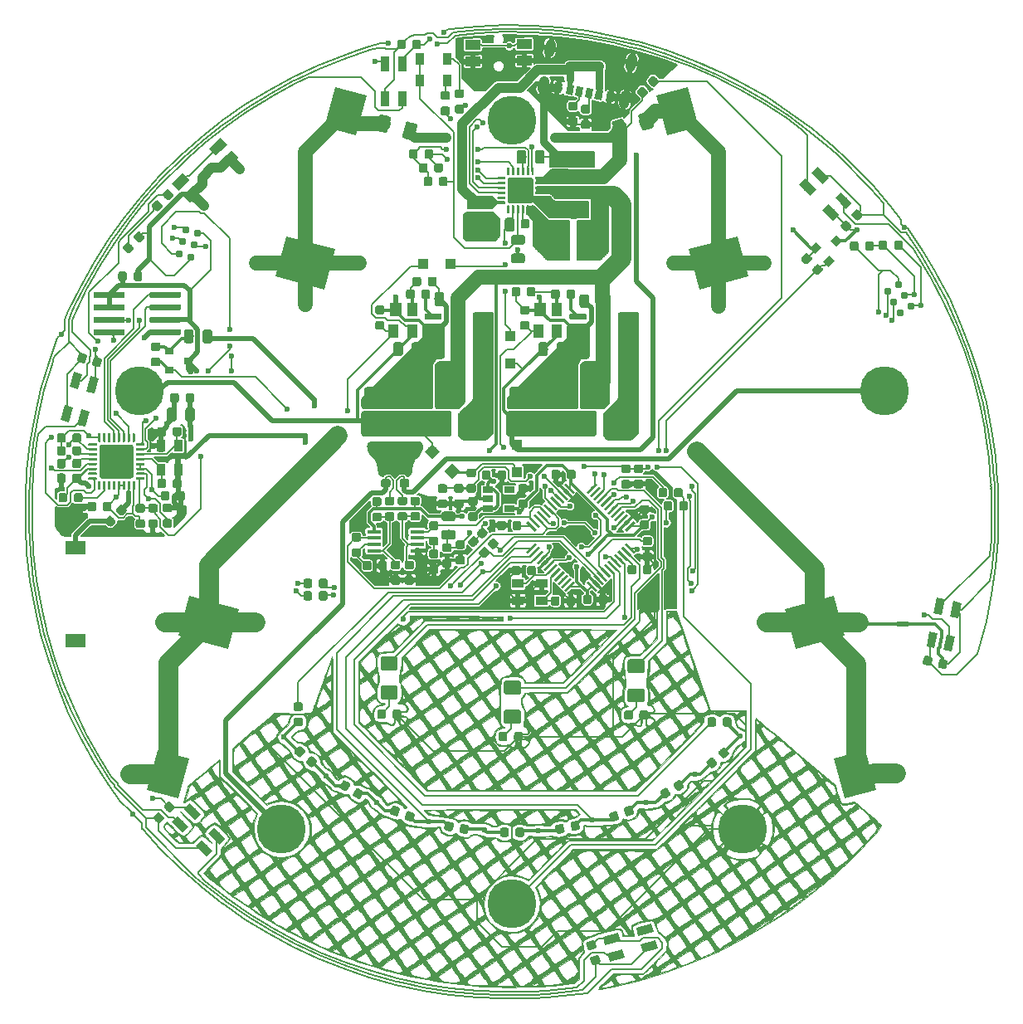
<source format=gbl>
G04 #@! TF.GenerationSoftware,KiCad,Pcbnew,5.0.1*
G04 #@! TF.CreationDate,2019-08-04T23:17:12+02:00*
G04 #@! TF.ProjectId,main,6D61696E2E6B696361645F7063620000,rev?*
G04 #@! TF.SameCoordinates,Original*
G04 #@! TF.FileFunction,Copper,L2,Bot,Signal*
G04 #@! TF.FilePolarity,Positive*
%FSLAX46Y46*%
G04 Gerber Fmt 4.6, Leading zero omitted, Abs format (unit mm)*
G04 Created by KiCad (PCBNEW 5.0.1) date So 04 Aug 2019 23:17:12 CEST*
%MOMM*%
%LPD*%
G01*
G04 APERTURE LIST*
G04 #@! TA.AperFunction,EtchedComponent*
%ADD10C,0.100000*%
G04 #@! TD*
G04 #@! TA.AperFunction,EtchedComponent*
%ADD11C,0.010000*%
G04 #@! TD*
G04 #@! TA.AperFunction,ConnectorPad*
%ADD12C,0.784860*%
G04 #@! TD*
G04 #@! TA.AperFunction,Conductor*
%ADD13C,0.100000*%
G04 #@! TD*
G04 #@! TA.AperFunction,SMDPad,CuDef*
%ADD14C,0.975000*%
G04 #@! TD*
G04 #@! TA.AperFunction,SMDPad,CuDef*
%ADD15C,0.875000*%
G04 #@! TD*
G04 #@! TA.AperFunction,SMDPad,CuDef*
%ADD16C,1.000000*%
G04 #@! TD*
G04 #@! TA.AperFunction,SMDPad,CuDef*
%ADD17C,1.425000*%
G04 #@! TD*
G04 #@! TA.AperFunction,Conductor*
%ADD18C,0.500000*%
G04 #@! TD*
G04 #@! TA.AperFunction,SMDPad,CuDef*
%ADD19C,0.800000*%
G04 #@! TD*
G04 #@! TA.AperFunction,SMDPad,CuDef*
%ADD20C,0.850000*%
G04 #@! TD*
G04 #@! TA.AperFunction,SMDPad,CuDef*
%ADD21R,0.850000X1.600000*%
G04 #@! TD*
G04 #@! TA.AperFunction,SMDPad,CuDef*
%ADD22R,2.000000X1.400000*%
G04 #@! TD*
G04 #@! TA.AperFunction,SMDPad,CuDef*
%ADD23C,0.600000*%
G04 #@! TD*
G04 #@! TA.AperFunction,SMDPad,CuDef*
%ADD24C,0.250000*%
G04 #@! TD*
G04 #@! TA.AperFunction,SMDPad,CuDef*
%ADD25C,3.450000*%
G04 #@! TD*
G04 #@! TA.AperFunction,SMDPad,CuDef*
%ADD26R,0.950000X1.200000*%
G04 #@! TD*
G04 #@! TA.AperFunction,SMDPad,CuDef*
%ADD27R,0.900000X1.300000*%
G04 #@! TD*
G04 #@! TA.AperFunction,SMDPad,CuDef*
%ADD28R,1.200000X0.950000*%
G04 #@! TD*
G04 #@! TA.AperFunction,SMDPad,CuDef*
%ADD29R,1.450000X0.450000*%
G04 #@! TD*
G04 #@! TA.AperFunction,SMDPad,CuDef*
%ADD30C,1.250000*%
G04 #@! TD*
G04 #@! TA.AperFunction,SMDPad,CuDef*
%ADD31R,2.500000X1.800000*%
G04 #@! TD*
G04 #@! TA.AperFunction,SMDPad,CuDef*
%ADD32R,1.100000X1.100000*%
G04 #@! TD*
G04 #@! TA.AperFunction,SMDPad,CuDef*
%ADD33C,1.100000*%
G04 #@! TD*
G04 #@! TA.AperFunction,SMDPad,CuDef*
%ADD34R,1.200000X3.700000*%
G04 #@! TD*
G04 #@! TA.AperFunction,SMDPad,CuDef*
%ADD35C,2.600000*%
G04 #@! TD*
G04 #@! TA.AperFunction,SMDPad,CuDef*
%ADD36R,1.000000X1.400000*%
G04 #@! TD*
G04 #@! TA.AperFunction,SMDPad,CuDef*
%ADD37R,1.200000X1.400000*%
G04 #@! TD*
G04 #@! TA.AperFunction,SMDPad,CuDef*
%ADD38R,0.900000X0.800000*%
G04 #@! TD*
G04 #@! TA.AperFunction,SMDPad,CuDef*
%ADD39R,1.060000X0.650000*%
G04 #@! TD*
G04 #@! TA.AperFunction,ComponentPad*
%ADD40C,3.300000*%
G04 #@! TD*
G04 #@! TA.AperFunction,ComponentPad*
%ADD41C,4.240000*%
G04 #@! TD*
G04 #@! TA.AperFunction,ViaPad*
%ADD42O,0.900000X0.900000*%
G04 #@! TD*
G04 #@! TA.AperFunction,BGAPad,CuDef*
%ADD43C,5.000000*%
G04 #@! TD*
G04 #@! TA.AperFunction,SMDPad,CuDef*
%ADD44C,0.700000*%
G04 #@! TD*
G04 #@! TA.AperFunction,ComponentPad*
%ADD45C,1.000000*%
G04 #@! TD*
G04 #@! TA.AperFunction,Conductor*
%ADD46C,1.000000*%
G04 #@! TD*
G04 #@! TA.AperFunction,Conductor*
%ADD47R,1.800000X0.200000*%
G04 #@! TD*
G04 #@! TA.AperFunction,ViaPad*
%ADD48C,0.600000*%
G04 #@! TD*
G04 #@! TA.AperFunction,Conductor*
%ADD49C,0.500000*%
G04 #@! TD*
G04 #@! TA.AperFunction,Conductor*
%ADD50C,0.154000*%
G04 #@! TD*
G04 #@! TA.AperFunction,Conductor*
%ADD51C,0.200000*%
G04 #@! TD*
G04 #@! TA.AperFunction,Conductor*
%ADD52C,0.300000*%
G04 #@! TD*
G04 #@! TA.AperFunction,Conductor*
%ADD53C,0.800000*%
G04 #@! TD*
G04 #@! TA.AperFunction,Conductor*
%ADD54C,2.000000*%
G04 #@! TD*
G04 #@! TA.AperFunction,Conductor*
%ADD55C,1.500000*%
G04 #@! TD*
%ADD56C,0.154000*%
G04 APERTURE END LIST*
D10*
G04 #@! TO.C,NT1*
G36*
X140350000Y-111150000D02*
X139350000Y-111150000D01*
X139350000Y-111650000D01*
X140350000Y-111650000D01*
X140350000Y-111150000D01*
G37*
D11*
G04 #@! TO.C,G\002A\002A\002A*
G36*
X123795995Y-132001890D02*
X123936389Y-132182151D01*
X123960000Y-132343980D01*
X123892657Y-132576527D01*
X123724963Y-132732425D01*
X123508421Y-132789703D01*
X123294534Y-132726389D01*
X123219167Y-132660019D01*
X123127851Y-132455641D01*
X123128522Y-132360859D01*
X123198000Y-132360859D01*
X123264282Y-132524032D01*
X123411857Y-132661229D01*
X123521548Y-132698779D01*
X123670468Y-132646317D01*
X123754381Y-132581047D01*
X123855419Y-132436274D01*
X123875334Y-132363333D01*
X123810026Y-132212839D01*
X123665633Y-132074681D01*
X123536667Y-132024666D01*
X123387235Y-132089346D01*
X123248993Y-132232212D01*
X123198000Y-132360859D01*
X123128522Y-132360859D01*
X123129550Y-132215962D01*
X123214934Y-132041600D01*
X123373254Y-131963364D01*
X123536667Y-131940000D01*
X123795995Y-132001890D01*
X123795995Y-132001890D01*
G37*
X123795995Y-132001890D02*
X123936389Y-132182151D01*
X123960000Y-132343980D01*
X123892657Y-132576527D01*
X123724963Y-132732425D01*
X123508421Y-132789703D01*
X123294534Y-132726389D01*
X123219167Y-132660019D01*
X123127851Y-132455641D01*
X123128522Y-132360859D01*
X123198000Y-132360859D01*
X123264282Y-132524032D01*
X123411857Y-132661229D01*
X123521548Y-132698779D01*
X123670468Y-132646317D01*
X123754381Y-132581047D01*
X123855419Y-132436274D01*
X123875334Y-132363333D01*
X123810026Y-132212839D01*
X123665633Y-132074681D01*
X123536667Y-132024666D01*
X123387235Y-132089346D01*
X123248993Y-132232212D01*
X123198000Y-132360859D01*
X123128522Y-132360859D01*
X123129550Y-132215962D01*
X123214934Y-132041600D01*
X123373254Y-131963364D01*
X123536667Y-131940000D01*
X123795995Y-132001890D01*
G36*
X114816000Y-112935358D02*
X113077442Y-114668000D01*
X112422721Y-114667999D01*
X112070669Y-114675343D01*
X111842181Y-114703760D01*
X111691882Y-114762829D01*
X111592809Y-114843191D01*
X111533783Y-114908859D01*
X111490358Y-114986214D01*
X111462250Y-115096546D01*
X111449171Y-115261146D01*
X111450836Y-115501303D01*
X111466959Y-115838310D01*
X111497254Y-116293455D01*
X111541434Y-116888032D01*
X111561761Y-117154398D01*
X111579107Y-117558701D01*
X111559330Y-117819169D01*
X111521035Y-117912164D01*
X111478141Y-118036726D01*
X111446383Y-118288697D01*
X111430376Y-118626278D01*
X111429334Y-118742788D01*
X111432951Y-119103463D01*
X111450230Y-119336125D01*
X111490812Y-119482048D01*
X111564340Y-119582504D01*
X111640810Y-119648057D01*
X111852287Y-119814404D01*
X111619644Y-119872465D01*
X111350271Y-119973726D01*
X111187286Y-120136691D01*
X111108353Y-120397211D01*
X111090667Y-120721666D01*
X111105184Y-121053063D01*
X111155618Y-121261609D01*
X111244389Y-121384872D01*
X111518379Y-121535368D01*
X111859763Y-121591882D01*
X112169687Y-121546232D01*
X112383873Y-121507960D01*
X112565619Y-121589377D01*
X112606594Y-121621154D01*
X112802518Y-121737890D01*
X112962713Y-121780000D01*
X113063792Y-121751378D01*
X113111146Y-121637486D01*
X113122667Y-121403996D01*
X113105132Y-121164709D01*
X113060973Y-121004018D01*
X113038000Y-120975666D01*
X112960792Y-120841589D01*
X112967565Y-120715458D01*
X113122667Y-120715458D01*
X113147407Y-120868705D01*
X113256021Y-120926634D01*
X113386994Y-120933333D01*
X113563974Y-120924627D01*
X113599745Y-120872691D01*
X113525045Y-120742833D01*
X113379605Y-120583848D01*
X113969334Y-120583848D01*
X114037369Y-120736657D01*
X114195333Y-120881124D01*
X114350334Y-120948222D01*
X114501142Y-121049660D01*
X114546722Y-121167031D01*
X114584445Y-121315318D01*
X114617552Y-121356666D01*
X114702066Y-121311653D01*
X114891311Y-121191193D01*
X115151440Y-121017150D01*
X115286027Y-120924811D01*
X115810927Y-120561948D01*
X116522020Y-120561948D01*
X116555302Y-120634958D01*
X116668787Y-120814458D01*
X116842767Y-121070217D01*
X116979854Y-121264285D01*
X117467336Y-121945166D01*
X118025501Y-121553903D01*
X118303692Y-121355923D01*
X118536696Y-121184717D01*
X118681979Y-121071665D01*
X118697561Y-121058068D01*
X118735263Y-120985818D01*
X118708388Y-120871599D01*
X118603850Y-120688441D01*
X118408566Y-120409372D01*
X118332905Y-120306399D01*
X118074491Y-119977503D01*
X117883032Y-119778426D01*
X117766320Y-119717030D01*
X117753343Y-119721514D01*
X117653259Y-119787723D01*
X117456330Y-119920815D01*
X117205210Y-120091679D01*
X116942550Y-120271203D01*
X116711001Y-120430275D01*
X116553214Y-120539785D01*
X116522020Y-120561948D01*
X115810927Y-120561948D01*
X115910728Y-120492956D01*
X115435786Y-119845311D01*
X115229744Y-119564288D01*
X115065958Y-119340788D01*
X114966976Y-119205584D01*
X114948208Y-119179842D01*
X114877432Y-119211658D01*
X114710699Y-119312569D01*
X114587629Y-119392366D01*
X114239684Y-119622715D01*
X114405058Y-119826944D01*
X114521124Y-120053238D01*
X114545050Y-120249419D01*
X114493401Y-120408077D01*
X114352898Y-120478994D01*
X114244500Y-120494197D01*
X114057115Y-120529266D01*
X113970099Y-120579059D01*
X113969334Y-120583848D01*
X113379605Y-120583848D01*
X113366062Y-120569044D01*
X113225907Y-120524227D01*
X113137417Y-120610615D01*
X113122667Y-120715458D01*
X112967565Y-120715458D01*
X112971551Y-120641249D01*
X113061478Y-120447345D01*
X113108167Y-120396122D01*
X113269577Y-120305526D01*
X113465783Y-120260774D01*
X113634799Y-120267527D01*
X113714639Y-120331447D01*
X113715334Y-120340666D01*
X113786613Y-120404654D01*
X113958462Y-120428474D01*
X114167898Y-120415827D01*
X114351940Y-120370413D01*
X114446967Y-120297679D01*
X114437758Y-120112877D01*
X114315711Y-119913618D01*
X114123124Y-119753320D01*
X113967917Y-119692683D01*
X113801287Y-119641228D01*
X113772249Y-119559423D01*
X113802426Y-119489467D01*
X113846396Y-119322091D01*
X113872993Y-119050940D01*
X113882520Y-118726740D01*
X113875282Y-118400215D01*
X113851582Y-118122092D01*
X113811726Y-117943094D01*
X113792965Y-117912164D01*
X113746075Y-117766635D01*
X113743055Y-117680227D01*
X113800000Y-117680227D01*
X113853897Y-117811599D01*
X113897093Y-117863893D01*
X113949435Y-117991418D01*
X113997562Y-118237877D01*
X114031986Y-118552952D01*
X114034826Y-118594236D01*
X114075466Y-119227485D01*
X114360018Y-119043242D01*
X114525445Y-118927006D01*
X115326742Y-118927006D01*
X115372881Y-119020727D01*
X115498888Y-119215503D01*
X115682290Y-119477483D01*
X115792134Y-119628023D01*
X116260268Y-120261034D01*
X116829301Y-119863372D01*
X117107554Y-119666327D01*
X117338240Y-119498238D01*
X117441411Y-119419025D01*
X118195146Y-119419025D01*
X118461123Y-119774012D01*
X118668099Y-120056636D01*
X118873872Y-120347320D01*
X118938765Y-120441910D01*
X119150428Y-120754821D01*
X119598474Y-120457336D01*
X119708326Y-120384398D01*
X120527914Y-120384398D01*
X120672699Y-120453596D01*
X120715019Y-120472171D01*
X120913959Y-120577627D01*
X121036338Y-120675797D01*
X121040997Y-120682564D01*
X121122162Y-120738992D01*
X121145737Y-120727818D01*
X121131283Y-120638800D01*
X121039470Y-120510519D01*
X120875473Y-120404166D01*
X121504750Y-120404166D01*
X121581406Y-120439645D01*
X121779102Y-120464617D01*
X121971899Y-120472173D01*
X122330887Y-120503591D01*
X122551245Y-120593046D01*
X122582626Y-120620340D01*
X122700695Y-120727056D01*
X122796619Y-120746354D01*
X122926715Y-120670694D01*
X123071000Y-120554957D01*
X123325000Y-120346756D01*
X122414834Y-120343711D01*
X122045236Y-120347978D01*
X121747834Y-120361888D01*
X121557188Y-120383143D01*
X121504750Y-120404166D01*
X120875473Y-120404166D01*
X120842380Y-120382705D01*
X120666045Y-120347573D01*
X120528556Y-120356332D01*
X120527914Y-120384398D01*
X119708326Y-120384398D01*
X120046519Y-120159851D01*
X119783468Y-119361258D01*
X119667499Y-119024287D01*
X119566253Y-118757596D01*
X119493335Y-118595570D01*
X119467487Y-118562666D01*
X119378921Y-118608228D01*
X119187334Y-118729985D01*
X118927377Y-118905545D01*
X118804851Y-118990846D01*
X118195146Y-119419025D01*
X117441411Y-119419025D01*
X117480639Y-119388907D01*
X117497919Y-119374022D01*
X117520413Y-119291074D01*
X117460591Y-119138736D01*
X117307727Y-118895829D01*
X117129885Y-118647333D01*
X116921848Y-118371473D01*
X116750725Y-118156925D01*
X116640973Y-118033742D01*
X116615968Y-118015782D01*
X116515459Y-118064123D01*
X116323117Y-118184833D01*
X116077325Y-118350783D01*
X115816467Y-118534843D01*
X115578927Y-118709882D01*
X115403089Y-118848772D01*
X115327336Y-118924384D01*
X115326742Y-118927006D01*
X114525445Y-118927006D01*
X114539683Y-118917002D01*
X114638864Y-118828074D01*
X114645619Y-118814339D01*
X114599916Y-118729976D01*
X114477089Y-118543416D01*
X114300096Y-118289055D01*
X114223334Y-118181666D01*
X114034433Y-117928437D01*
X113888976Y-117750871D01*
X113808884Y-117674936D01*
X113800000Y-117680227D01*
X113743055Y-117680227D01*
X113735646Y-117468297D01*
X113747724Y-117236086D01*
X114058294Y-117236086D01*
X114366580Y-117666543D01*
X114632669Y-118036469D01*
X114817891Y-118288627D01*
X114938834Y-118443726D01*
X115012084Y-118522476D01*
X115054230Y-118545587D01*
X115068495Y-118542902D01*
X115155949Y-118487515D01*
X115347532Y-118358822D01*
X115608437Y-118180318D01*
X115729081Y-118097000D01*
X116054766Y-117854554D01*
X116205611Y-117711407D01*
X117062505Y-117711407D01*
X117087451Y-117811012D01*
X117196627Y-118010120D01*
X117370149Y-118274690D01*
X117485239Y-118435006D01*
X117959140Y-119075816D01*
X118599820Y-118623020D01*
X118878230Y-118417376D01*
X119092587Y-118242070D01*
X119212643Y-118122714D01*
X119227766Y-118091278D01*
X119175853Y-117990612D01*
X119048056Y-117789144D01*
X118867825Y-117523206D01*
X118783367Y-117402768D01*
X118351701Y-116793204D01*
X117732687Y-117210910D01*
X117448720Y-117407721D01*
X117220524Y-117575570D01*
X117083753Y-117687832D01*
X117062505Y-117711407D01*
X116205611Y-117711407D01*
X116246856Y-117672268D01*
X116296794Y-117558307D01*
X116296051Y-117556147D01*
X116217721Y-117413306D01*
X116073030Y-117197842D01*
X115891294Y-116948237D01*
X115701825Y-116702975D01*
X115533938Y-116500539D01*
X115416947Y-116379411D01*
X115385918Y-116361333D01*
X115287389Y-116406980D01*
X115086833Y-116529127D01*
X114819824Y-116705584D01*
X114684728Y-116798709D01*
X114058294Y-117236086D01*
X113747724Y-117236086D01*
X113751974Y-117154398D01*
X113778028Y-116804237D01*
X113812790Y-116804237D01*
X113840538Y-116839034D01*
X113952014Y-116788268D01*
X114166197Y-116649402D01*
X114502066Y-116419901D01*
X114516415Y-116410088D01*
X114775263Y-116232963D01*
X114981295Y-116091693D01*
X115000574Y-116078412D01*
X115828932Y-116078412D01*
X115828965Y-116079123D01*
X115876568Y-116171782D01*
X115995457Y-116358647D01*
X116159076Y-116601680D01*
X116340870Y-116862843D01*
X116514283Y-117104097D01*
X116652758Y-117287406D01*
X116729740Y-117374730D01*
X116735295Y-117377333D01*
X116813422Y-117332266D01*
X116997455Y-117211504D01*
X117254750Y-117036707D01*
X117399456Y-116936658D01*
X117678325Y-116736064D01*
X117894644Y-116567664D01*
X117925933Y-116539251D01*
X118734652Y-116539251D01*
X118752416Y-116624088D01*
X118758444Y-116640151D01*
X118825516Y-116743829D01*
X118863649Y-116744573D01*
X118854152Y-116655008D01*
X118805840Y-116592755D01*
X118734652Y-116539251D01*
X117925933Y-116539251D01*
X118017092Y-116456472D01*
X118033334Y-116430457D01*
X117985871Y-116329470D01*
X117862418Y-116138904D01*
X117691373Y-115896865D01*
X117501136Y-115641455D01*
X117320106Y-115410780D01*
X117176684Y-115242943D01*
X117099268Y-115176049D01*
X117098370Y-115176000D01*
X116992521Y-115221801D01*
X116797353Y-115340948D01*
X116551359Y-115506057D01*
X116293028Y-115689742D01*
X116060853Y-115864620D01*
X115893324Y-116003305D01*
X115828932Y-116078412D01*
X115000574Y-116078412D01*
X115092487Y-116015096D01*
X115095648Y-116012890D01*
X115084288Y-115925641D01*
X114988933Y-115738920D01*
X114828430Y-115487785D01*
X114764593Y-115397049D01*
X114564017Y-115121696D01*
X114433996Y-114964456D01*
X114346373Y-114905854D01*
X114272993Y-114926417D01*
X114191623Y-115000747D01*
X114093080Y-115137092D01*
X114047419Y-115324384D01*
X114042716Y-115616894D01*
X114044654Y-115669508D01*
X114027181Y-116095286D01*
X113946855Y-116451567D01*
X113932557Y-116488092D01*
X113849789Y-116686411D01*
X113812790Y-116804237D01*
X113778028Y-116804237D01*
X113784786Y-116713425D01*
X113820635Y-116216460D01*
X113849502Y-115803747D01*
X113896319Y-115119162D01*
X114476279Y-114541000D01*
X114632908Y-114541000D01*
X115065959Y-115112500D01*
X115266125Y-115371924D01*
X115425665Y-115569841D01*
X115519046Y-115674922D01*
X115531732Y-115684000D01*
X115611271Y-115639219D01*
X115796392Y-115519420D01*
X116053761Y-115346416D01*
X116185060Y-115256470D01*
X116461196Y-115058928D01*
X116674148Y-114892663D01*
X116689289Y-114878606D01*
X117456370Y-114878606D01*
X117710736Y-115217803D01*
X117917722Y-115500743D01*
X118125327Y-115794880D01*
X118179802Y-115874500D01*
X118349556Y-116099187D01*
X118469076Y-116183445D01*
X118560547Y-116139910D01*
X118584957Y-116105246D01*
X118582365Y-115992634D01*
X118532200Y-115759203D01*
X118443758Y-115443629D01*
X118371178Y-115215865D01*
X118103782Y-114413237D01*
X117780076Y-114645922D01*
X117456370Y-114878606D01*
X116689289Y-114878606D01*
X116792079Y-114783176D01*
X116805667Y-114759342D01*
X116757421Y-114644768D01*
X116631858Y-114443665D01*
X116457736Y-114194500D01*
X116263817Y-113935744D01*
X116078860Y-113705864D01*
X115931625Y-113543329D01*
X115853940Y-113486334D01*
X115749356Y-113539771D01*
X115557994Y-113685883D01*
X115313335Y-113898135D01*
X115190893Y-114011833D01*
X114632908Y-114541000D01*
X114476279Y-114541000D01*
X114821826Y-114196525D01*
X115747334Y-113273887D01*
X115747334Y-113203261D01*
X116255334Y-113203261D01*
X116302590Y-113287258D01*
X116425977Y-113465574D01*
X116597918Y-113701612D01*
X116790836Y-113958776D01*
X116977155Y-114200467D01*
X117129299Y-114390089D01*
X117219692Y-114491043D01*
X117231421Y-114498666D01*
X117321497Y-114455894D01*
X117501520Y-114347139D01*
X117615596Y-114273246D01*
X117807339Y-114124725D01*
X117913573Y-113999370D01*
X117921589Y-113955746D01*
X117881307Y-113838187D01*
X117802833Y-113601542D01*
X117700060Y-113287849D01*
X117649283Y-113131817D01*
X117411616Y-112399968D01*
X116833475Y-112784406D01*
X116567203Y-112965357D01*
X116365721Y-113109692D01*
X116262290Y-113193311D01*
X116255334Y-113203261D01*
X115747334Y-113203261D01*
X115747334Y-110954197D01*
X115832000Y-110954197D01*
X115832000Y-111823320D01*
X115835250Y-112285379D01*
X115857460Y-112591257D01*
X115917319Y-112754107D01*
X116033520Y-112787083D01*
X116224751Y-112703335D01*
X116509704Y-112516018D01*
X116663495Y-112408454D01*
X116928197Y-112222757D01*
X117133951Y-112078554D01*
X117246149Y-112000094D01*
X117256410Y-111992989D01*
X117245790Y-111906037D01*
X117153540Y-111718066D01*
X117000779Y-111462653D01*
X116808628Y-111173374D01*
X116598206Y-110883807D01*
X116416125Y-110657089D01*
X116314344Y-110653230D01*
X116140907Y-110736215D01*
X116092523Y-110768688D01*
X115832000Y-110954197D01*
X115747334Y-110954197D01*
X115747334Y-110305009D01*
X115832000Y-110305009D01*
X115888098Y-110390425D01*
X115959000Y-110380617D01*
X116071038Y-110297511D01*
X116086000Y-110256274D01*
X116017291Y-110189155D01*
X115959000Y-110180666D01*
X115846720Y-110247079D01*
X115832000Y-110305009D01*
X115747334Y-110305009D01*
X115747334Y-110096000D01*
X116726515Y-110096000D01*
X120199021Y-120213666D01*
X122037177Y-120236484D01*
X123875334Y-120259302D01*
X123875334Y-122466935D01*
X123687161Y-122335134D01*
X123496646Y-122234918D01*
X123364335Y-122203333D01*
X123165289Y-122126518D01*
X122976483Y-121925044D01*
X122828428Y-121642369D01*
X122779445Y-121441791D01*
X122859334Y-121441791D01*
X122937380Y-121699694D01*
X123145713Y-121934750D01*
X123445625Y-122113429D01*
X123727167Y-122193511D01*
X123755094Y-122119689D01*
X123776761Y-121913691D01*
X123789033Y-121612644D01*
X123790667Y-121441333D01*
X123782132Y-121090420D01*
X123758893Y-120829816D01*
X123724499Y-120692422D01*
X123708476Y-120679333D01*
X123598394Y-120724850D01*
X123402352Y-120841994D01*
X123242809Y-120949631D01*
X122998696Y-121146652D01*
X122881497Y-121315363D01*
X122859334Y-121441791D01*
X122779445Y-121441791D01*
X122752648Y-121332064D01*
X122680355Y-120968989D01*
X122536425Y-120742550D01*
X122291533Y-120626523D01*
X121928000Y-120594666D01*
X121609756Y-120611525D01*
X121408872Y-120670607D01*
X121299234Y-120757111D01*
X121184661Y-120867180D01*
X121096795Y-120855865D01*
X120989778Y-120757111D01*
X120823701Y-120650516D01*
X120571760Y-120601643D01*
X120361667Y-120594666D01*
X119972107Y-120635880D01*
X119718236Y-120767322D01*
X119585714Y-121000697D01*
X119557334Y-121251220D01*
X119553340Y-121322481D01*
X119535287Y-121397584D01*
X119494064Y-121486479D01*
X119420559Y-121599113D01*
X119305661Y-121745433D01*
X119140262Y-121935389D01*
X118915248Y-122178928D01*
X118621511Y-122485997D01*
X118249939Y-122866546D01*
X117791421Y-123330522D01*
X117236847Y-123887872D01*
X116577107Y-124548546D01*
X116106784Y-125018887D01*
X112656235Y-128468666D01*
X91320235Y-128468666D01*
X90968190Y-128116544D01*
X91246403Y-128116544D01*
X91281723Y-128220377D01*
X91334070Y-128290152D01*
X91422815Y-128336836D01*
X91578511Y-128364972D01*
X91831709Y-128379100D01*
X92212961Y-128383763D01*
X92382312Y-128384000D01*
X92773921Y-128380588D01*
X93095135Y-128371296D01*
X93313184Y-128357533D01*
X93335719Y-128352917D01*
X94411334Y-128352917D01*
X94489700Y-128366606D01*
X94699610Y-128377219D01*
X95003284Y-128383214D01*
X95173334Y-128384000D01*
X95508913Y-128379459D01*
X95769086Y-128367298D01*
X95916073Y-128349704D01*
X95935334Y-128339851D01*
X95892560Y-128249347D01*
X95783876Y-128069225D01*
X95711324Y-127957201D01*
X95572445Y-127756608D01*
X95477624Y-127676046D01*
X95377968Y-127694007D01*
X95266824Y-127761667D01*
X94885631Y-128010290D01*
X94629151Y-128181486D01*
X94478819Y-128288082D01*
X94416073Y-128342910D01*
X94411334Y-128352917D01*
X93335719Y-128352917D01*
X93395303Y-128340712D01*
X93395334Y-128340370D01*
X93348833Y-128256787D01*
X93224683Y-128071040D01*
X93045910Y-127817118D01*
X92964152Y-127703919D01*
X92532971Y-127111099D01*
X92138652Y-127394235D01*
X91859916Y-127592929D01*
X91587714Y-127784685D01*
X91469244Y-127867062D01*
X91295229Y-128005880D01*
X91246403Y-128116544D01*
X90968190Y-128116544D01*
X89221761Y-126369734D01*
X90040040Y-126369734D01*
X90071064Y-126455044D01*
X90175637Y-126639271D01*
X90328307Y-126883954D01*
X90503620Y-127150633D01*
X90676122Y-127400848D01*
X90820362Y-127596139D01*
X90910887Y-127698045D01*
X90923479Y-127704640D01*
X91000946Y-127662072D01*
X91182006Y-127547724D01*
X91430069Y-127384804D01*
X91473812Y-127355591D01*
X91828572Y-127118988D01*
X92058252Y-126950375D01*
X92123341Y-126874762D01*
X92882055Y-126874762D01*
X93195128Y-127311881D01*
X93458734Y-127680839D01*
X93642034Y-127932216D01*
X93765882Y-128084228D01*
X93851131Y-128155090D01*
X93918634Y-128163016D01*
X93989244Y-128126223D01*
X94067076Y-128073527D01*
X94255499Y-127948876D01*
X94517392Y-127771967D01*
X94725621Y-127629495D01*
X94954874Y-127464261D01*
X95043267Y-127392799D01*
X95853838Y-127392799D01*
X95899800Y-127489520D01*
X96023389Y-127678824D01*
X96197939Y-127919889D01*
X96199506Y-127921966D01*
X96394367Y-128169063D01*
X96539668Y-128307815D01*
X96682202Y-128369122D01*
X96868762Y-128383887D01*
X96899136Y-128384000D01*
X97181794Y-128347103D01*
X97262116Y-128312582D01*
X98073726Y-128312582D01*
X98093072Y-128365068D01*
X98274788Y-128383702D01*
X98316367Y-128384000D01*
X98488809Y-128372273D01*
X98520200Y-128322785D01*
X98476810Y-128258779D01*
X98345011Y-128178941D01*
X98212443Y-128219424D01*
X98073726Y-128312582D01*
X97262116Y-128312582D01*
X97475386Y-128220923D01*
X97695354Y-128084032D01*
X97996019Y-127881552D01*
X98728369Y-127881552D01*
X99099845Y-128384000D01*
X100010259Y-128384000D01*
X100401407Y-128376467D01*
X100714747Y-128355857D01*
X100916432Y-128325152D01*
X100940765Y-128313997D01*
X101739234Y-128313997D01*
X101785856Y-128341114D01*
X101972156Y-128363339D01*
X102268494Y-128378394D01*
X102645235Y-128383999D01*
X102649400Y-128384000D01*
X103036316Y-128379833D01*
X103352469Y-128368496D01*
X103564723Y-128351733D01*
X103640000Y-128331843D01*
X103593833Y-128239402D01*
X103477805Y-128064436D01*
X103325625Y-127852666D01*
X103171002Y-127649812D01*
X103047647Y-127501594D01*
X102991794Y-127452666D01*
X102911031Y-127497444D01*
X102731624Y-127613858D01*
X102492659Y-127775033D01*
X102233220Y-127954092D01*
X101992391Y-128124158D01*
X101809257Y-128258354D01*
X101739234Y-128313997D01*
X100940765Y-128313997D01*
X100973098Y-128299175D01*
X100946519Y-128205876D01*
X100844541Y-128015275D01*
X100692682Y-127766047D01*
X100516460Y-127496867D01*
X100341391Y-127246408D01*
X100192995Y-127053347D01*
X100096788Y-126956358D01*
X100084000Y-126951657D01*
X100001102Y-126996809D01*
X99813159Y-127119425D01*
X99552534Y-127298015D01*
X99385018Y-127415800D01*
X98728369Y-127881552D01*
X97996019Y-127881552D01*
X98140781Y-127784064D01*
X97821224Y-127339621D01*
X97622183Y-127063635D01*
X97436641Y-126807759D01*
X97332334Y-126664972D01*
X97163000Y-126434765D01*
X96510005Y-126880216D01*
X96225389Y-127080891D01*
X96002849Y-127250197D01*
X95873706Y-127363663D01*
X95853838Y-127392799D01*
X95043267Y-127392799D01*
X95115593Y-127334327D01*
X95170121Y-127272776D01*
X95124714Y-127185682D01*
X95000214Y-126995762D01*
X94818700Y-126735977D01*
X94706056Y-126580035D01*
X94238779Y-125940185D01*
X93560417Y-126407474D01*
X92882055Y-126874762D01*
X92123341Y-126874762D01*
X92173500Y-126816493D01*
X92184965Y-126684082D01*
X92103295Y-126519882D01*
X91939137Y-126290634D01*
X91852470Y-126172869D01*
X91648506Y-125899885D01*
X91476507Y-125681640D01*
X91364554Y-125553334D01*
X91344280Y-125535891D01*
X91250388Y-125561597D01*
X91059179Y-125661300D01*
X90810413Y-125809578D01*
X90543851Y-125981012D01*
X90299254Y-126150181D01*
X90116382Y-126291666D01*
X90040040Y-126369734D01*
X89221761Y-126369734D01*
X87930557Y-125078249D01*
X88212578Y-125078249D01*
X88239866Y-125166867D01*
X88357674Y-125319352D01*
X88580340Y-125556832D01*
X88699635Y-125677993D01*
X88950704Y-125928233D01*
X89154064Y-126125713D01*
X89282742Y-126244529D01*
X89313304Y-126267333D01*
X89282762Y-126204501D01*
X89175360Y-126038976D01*
X89013554Y-125805216D01*
X88996018Y-125780500D01*
X88750335Y-125436594D01*
X88581375Y-125209363D01*
X88468007Y-125077283D01*
X88389098Y-125018833D01*
X88323518Y-125012490D01*
X88261473Y-125032374D01*
X88212578Y-125078249D01*
X87930557Y-125078249D01*
X87828118Y-124975788D01*
X86487847Y-123635224D01*
X86664334Y-123635224D01*
X87250106Y-124226952D01*
X87529988Y-124502237D01*
X87723159Y-124669313D01*
X87855880Y-124746110D01*
X87954411Y-124750559D01*
X87993310Y-124734425D01*
X88008282Y-124718722D01*
X88736190Y-124718722D01*
X89208912Y-125366028D01*
X89417362Y-125645539D01*
X89588792Y-125864373D01*
X89699203Y-125992455D01*
X89725480Y-126013333D01*
X89809994Y-125968313D01*
X89999330Y-125847795D01*
X90259731Y-125673593D01*
X90396997Y-125579425D01*
X90674387Y-125381994D01*
X90884491Y-125221889D01*
X91702000Y-125221889D01*
X91747772Y-125305028D01*
X91870364Y-125492367D01*
X92047694Y-125750660D01*
X92146500Y-125891110D01*
X92372726Y-126189475D01*
X92557354Y-126392347D01*
X92680155Y-126478336D01*
X92701747Y-126478204D01*
X92819742Y-126413036D01*
X93034321Y-126275670D01*
X93304471Y-126092603D01*
X93379080Y-126040560D01*
X93644330Y-125854415D01*
X93850915Y-125709472D01*
X93861750Y-125701874D01*
X94586218Y-125701874D01*
X94897719Y-126132770D01*
X95095652Y-126406791D01*
X95279984Y-126662350D01*
X95377570Y-126797902D01*
X95503252Y-126949112D01*
X95589103Y-127010648D01*
X95595162Y-127009569D01*
X95682599Y-126954148D01*
X95874114Y-126825376D01*
X96134895Y-126646774D01*
X96255110Y-126563666D01*
X96528495Y-126367623D01*
X96738755Y-126204409D01*
X96754386Y-126190155D01*
X97641798Y-126190155D01*
X97647827Y-126338388D01*
X97753303Y-126530067D01*
X97949665Y-126802036D01*
X98014823Y-126890819D01*
X98277472Y-127230697D01*
X98463147Y-127424829D01*
X98575165Y-127476558D01*
X98589502Y-127469748D01*
X98701302Y-127388348D01*
X98911658Y-127238293D01*
X99180480Y-127048143D01*
X99258630Y-126993108D01*
X99679756Y-126696834D01*
X100430465Y-126696834D01*
X100913399Y-127364689D01*
X101138019Y-127670339D01*
X101290661Y-127857653D01*
X101395923Y-127947389D01*
X101478405Y-127960304D01*
X101562704Y-127917155D01*
X101565667Y-127915108D01*
X101722789Y-127808507D01*
X101966439Y-127645705D01*
X102221093Y-127477003D01*
X102464336Y-127306772D01*
X102598375Y-127198666D01*
X103388281Y-127198666D01*
X103441174Y-127319064D01*
X103577686Y-127518771D01*
X103765892Y-127759820D01*
X103973867Y-128004249D01*
X104169687Y-128214091D01*
X104321428Y-128351383D01*
X104385034Y-128384000D01*
X104490131Y-128348572D01*
X105333334Y-128348572D01*
X105409951Y-128367944D01*
X105607656Y-128380812D01*
X105800952Y-128384000D01*
X106268570Y-128384000D01*
X106129881Y-128172333D01*
X106018476Y-128022149D01*
X105947423Y-127960666D01*
X105850651Y-128001183D01*
X105682473Y-128097893D01*
X105501880Y-128213530D01*
X105367865Y-128310831D01*
X105333334Y-128348572D01*
X104490131Y-128348572D01*
X104524172Y-128337097D01*
X104753523Y-128212942D01*
X105028198Y-128036364D01*
X105083966Y-127997408D01*
X105336857Y-127804311D01*
X105471768Y-127681471D01*
X106270671Y-127681471D01*
X106528993Y-128032735D01*
X106787316Y-128384000D01*
X107480819Y-128384000D01*
X107901928Y-128370512D01*
X108187230Y-128326826D01*
X108368182Y-128248215D01*
X108403774Y-128211130D01*
X109228000Y-128211130D01*
X109278892Y-128321712D01*
X109284445Y-128327555D01*
X109385992Y-128352027D01*
X109608562Y-128369306D01*
X109913426Y-128379565D01*
X110261855Y-128382978D01*
X110615120Y-128379718D01*
X110934493Y-128369957D01*
X111181245Y-128353870D01*
X111316645Y-128331628D01*
X111330556Y-128318409D01*
X111250119Y-128178818D01*
X111108450Y-127970888D01*
X110936806Y-127736159D01*
X110766439Y-127516171D01*
X110628605Y-127352462D01*
X110554560Y-127286574D01*
X110554170Y-127286545D01*
X110453559Y-127330275D01*
X110259829Y-127447472D01*
X110011150Y-127611527D01*
X109745688Y-127795829D01*
X109501614Y-127973768D01*
X109317095Y-128118733D01*
X109230300Y-128204114D01*
X109228000Y-128211130D01*
X108403774Y-128211130D01*
X108496075Y-128114959D01*
X108520244Y-128003506D01*
X108449586Y-127876991D01*
X108312876Y-127670455D01*
X108138141Y-127422259D01*
X107953411Y-127170765D01*
X107786713Y-126954335D01*
X107666076Y-126811329D01*
X107622889Y-126775333D01*
X107535834Y-126820679D01*
X107343919Y-126942362D01*
X107080472Y-127118853D01*
X106921586Y-127228402D01*
X106270671Y-127681471D01*
X105471768Y-127681471D01*
X105519851Y-127637691D01*
X105601189Y-127527301D01*
X105601952Y-127512098D01*
X105541319Y-127402165D01*
X105404103Y-127195730D01*
X105216145Y-126931136D01*
X105147200Y-126837337D01*
X104720161Y-126261294D01*
X104497581Y-126404142D01*
X104177176Y-126614670D01*
X103874717Y-126821919D01*
X103621542Y-127003443D01*
X103448990Y-127136797D01*
X103388281Y-127198666D01*
X102598375Y-127198666D01*
X102638923Y-127165963D01*
X102707876Y-127084465D01*
X102707926Y-127083493D01*
X102662945Y-126995983D01*
X102544820Y-126809279D01*
X102379547Y-126561467D01*
X102193121Y-126290629D01*
X102011538Y-126034851D01*
X101860793Y-125832217D01*
X101812207Y-125771245D01*
X101737222Y-125803681D01*
X101555587Y-125915564D01*
X101298033Y-126087341D01*
X101108756Y-126218829D01*
X100430465Y-126696834D01*
X99679756Y-126696834D01*
X99830259Y-126590951D01*
X99490428Y-126111642D01*
X99293848Y-125837073D01*
X99115688Y-125592822D01*
X99003465Y-125443477D01*
X98856334Y-125254620D01*
X98306000Y-125637709D01*
X97962323Y-125876659D01*
X97743776Y-126048527D01*
X97641798Y-126190155D01*
X96754386Y-126190155D01*
X96853918Y-126099397D01*
X96866241Y-126078631D01*
X96818376Y-125974975D01*
X96693335Y-125782973D01*
X96519920Y-125540632D01*
X96326932Y-125285957D01*
X96143173Y-125056956D01*
X95997442Y-124891635D01*
X95918543Y-124828000D01*
X95918511Y-124828000D01*
X95817226Y-124873708D01*
X95614417Y-124996000D01*
X95346060Y-125172626D01*
X95212023Y-125264937D01*
X94586218Y-125701874D01*
X93861750Y-125701874D01*
X93964131Y-125630080D01*
X93974748Y-125622651D01*
X93952516Y-125544726D01*
X93844122Y-125375664D01*
X93677259Y-125149673D01*
X93479616Y-124900960D01*
X93278885Y-124663733D01*
X93102758Y-124472201D01*
X92978924Y-124360570D01*
X92941398Y-124346116D01*
X92819689Y-124413542D01*
X92615247Y-124545841D01*
X92366730Y-124715695D01*
X92112794Y-124895789D01*
X91892098Y-125058808D01*
X91743299Y-125177435D01*
X91702000Y-125221889D01*
X90884491Y-125221889D01*
X90889061Y-125218407D01*
X91009537Y-125113172D01*
X91024667Y-125090778D01*
X90977258Y-124998092D01*
X90854098Y-124811155D01*
X90683787Y-124569076D01*
X90494926Y-124310963D01*
X90316114Y-124075925D01*
X90175954Y-123903070D01*
X90103960Y-123831798D01*
X90012346Y-123867320D01*
X89816929Y-123981275D01*
X89551412Y-124153277D01*
X89389491Y-124263993D01*
X88736190Y-124718722D01*
X88008282Y-124718722D01*
X88097361Y-124625298D01*
X88089681Y-124548585D01*
X87967911Y-124362719D01*
X87796173Y-124120761D01*
X87601967Y-123858861D01*
X87412790Y-123613167D01*
X87256141Y-123419830D01*
X87159518Y-123314998D01*
X87144374Y-123305882D01*
X87044030Y-123354148D01*
X86880520Y-123468007D01*
X86876000Y-123471494D01*
X86664334Y-123635224D01*
X86487847Y-123635224D01*
X84991900Y-122138952D01*
X85165006Y-122138952D01*
X85743066Y-122721476D01*
X85992924Y-122970202D01*
X86195374Y-123165979D01*
X86323126Y-123282729D01*
X86352666Y-123304000D01*
X86439341Y-123265413D01*
X86608802Y-123171259D01*
X86630103Y-123158745D01*
X86714929Y-123098137D01*
X87587627Y-123098137D01*
X87588145Y-123099701D01*
X87661381Y-123231661D01*
X87802389Y-123440861D01*
X87982374Y-123689235D01*
X88172542Y-123938720D01*
X88344097Y-124151250D01*
X88468243Y-124288759D01*
X88511259Y-124320000D01*
X88608035Y-124274395D01*
X88807107Y-124152368D01*
X89073107Y-123976098D01*
X89207533Y-123883372D01*
X89484701Y-123676482D01*
X89649348Y-123531672D01*
X90439632Y-123531672D01*
X90910971Y-124185253D01*
X91123833Y-124463028D01*
X91309375Y-124673579D01*
X91441257Y-124788553D01*
X91482401Y-124800426D01*
X91595028Y-124736366D01*
X91805664Y-124600162D01*
X92074367Y-124417863D01*
X92155408Y-124361520D01*
X92431844Y-124152586D01*
X92551477Y-124041403D01*
X93395334Y-124041403D01*
X93441667Y-124128844D01*
X93562433Y-124311136D01*
X93730282Y-124550633D01*
X93917864Y-124809688D01*
X94097827Y-125050656D01*
X94242821Y-125235890D01*
X94325495Y-125327744D01*
X94332758Y-125331699D01*
X94419458Y-125288756D01*
X94610777Y-125170181D01*
X94872643Y-124997491D01*
X95010091Y-124903964D01*
X95291541Y-124709811D01*
X95515161Y-124554028D01*
X95527721Y-124545103D01*
X96355598Y-124545103D01*
X96355632Y-124545790D01*
X96403235Y-124638448D01*
X96522124Y-124825313D01*
X96685743Y-125068346D01*
X96867537Y-125329509D01*
X97040949Y-125570764D01*
X97179425Y-125754073D01*
X97256407Y-125841397D01*
X97261962Y-125844000D01*
X97340089Y-125798932D01*
X97524122Y-125678171D01*
X97781417Y-125503374D01*
X97926122Y-125403325D01*
X98205055Y-125202365D01*
X98421398Y-125033089D01*
X98457091Y-125000312D01*
X99277825Y-125000312D01*
X99307664Y-125091366D01*
X99419757Y-125284101D01*
X99593884Y-125545393D01*
X99709004Y-125706646D01*
X100178984Y-126350198D01*
X100802989Y-125929123D01*
X101086864Y-125733151D01*
X101314053Y-125568045D01*
X101363519Y-125528458D01*
X102200667Y-125528458D01*
X102247179Y-125626911D01*
X102371621Y-125826197D01*
X102551347Y-126090921D01*
X102645167Y-126223273D01*
X103089667Y-126842224D01*
X103303388Y-126702945D01*
X103485148Y-126582510D01*
X103746509Y-126407012D01*
X103998177Y-126236643D01*
X104376440Y-125979505D01*
X105091964Y-125979505D01*
X105120827Y-126054577D01*
X105227875Y-126226547D01*
X105386776Y-126459090D01*
X105571194Y-126715876D01*
X105754796Y-126960580D01*
X105911248Y-127156874D01*
X106014215Y-127268430D01*
X106035657Y-127281307D01*
X106131500Y-127237692D01*
X106331076Y-127119282D01*
X106598869Y-126947632D01*
X106734157Y-126857419D01*
X107013058Y-126665017D01*
X107184588Y-126540329D01*
X108076960Y-126540329D01*
X108080419Y-126582257D01*
X108153393Y-126713799D01*
X108292060Y-126922965D01*
X108467976Y-127171156D01*
X108652695Y-127419775D01*
X108817775Y-127630221D01*
X108934769Y-127763895D01*
X108971413Y-127791333D01*
X109058093Y-127746007D01*
X109249547Y-127624436D01*
X109512351Y-127448231D01*
X109666689Y-127341785D01*
X110229639Y-126949944D01*
X110977287Y-126949944D01*
X110999577Y-127032274D01*
X111098888Y-127212559D01*
X111250037Y-127453742D01*
X111427840Y-127718764D01*
X111607117Y-127970570D01*
X111762683Y-128172101D01*
X111869356Y-128286300D01*
X111894276Y-128299333D01*
X111975304Y-128254753D01*
X112160330Y-128136113D01*
X112414350Y-127966062D01*
X112504777Y-127904291D01*
X112780638Y-127713434D01*
X113004374Y-127555841D01*
X113137545Y-127458676D01*
X113153547Y-127445844D01*
X113136986Y-127358215D01*
X113042103Y-127173883D01*
X112894014Y-126930212D01*
X112717839Y-126664567D01*
X112538695Y-126414312D01*
X112381699Y-126216811D01*
X112271968Y-126109428D01*
X112248839Y-126100026D01*
X112158847Y-126143936D01*
X111970456Y-126259667D01*
X111723189Y-126420798D01*
X111456571Y-126600913D01*
X111210126Y-126773591D01*
X111023379Y-126912416D01*
X110977287Y-126949944D01*
X110229639Y-126949944D01*
X110312546Y-126892237D01*
X109869278Y-126283679D01*
X109665857Y-126006374D01*
X109499303Y-125782981D01*
X109395297Y-125647787D01*
X109376223Y-125625334D01*
X109289262Y-125647664D01*
X109097300Y-125748871D01*
X108833811Y-125910368D01*
X108678143Y-126013011D01*
X108346263Y-126249180D01*
X108150545Y-126420499D01*
X108076960Y-126540329D01*
X107184588Y-126540329D01*
X107228917Y-126508106D01*
X107350091Y-126410074D01*
X107365334Y-126390934D01*
X107318252Y-126309632D01*
X107191908Y-126125026D01*
X107008656Y-125869271D01*
X106894843Y-125714165D01*
X106648235Y-125400848D01*
X106458836Y-125202145D01*
X106340059Y-125131640D01*
X106323343Y-125135422D01*
X106223265Y-125200316D01*
X106026666Y-125332745D01*
X105776051Y-125503573D01*
X105513926Y-125683662D01*
X105282795Y-125843878D01*
X105125165Y-125955082D01*
X105091964Y-125979505D01*
X104376440Y-125979505D01*
X104479246Y-125909619D01*
X104005045Y-125262976D01*
X103798426Y-124981361D01*
X103633274Y-124756527D01*
X103532483Y-124619629D01*
X103512680Y-124592980D01*
X103436970Y-124621377D01*
X103263767Y-124727225D01*
X103029601Y-124884478D01*
X102770999Y-125067092D01*
X102524493Y-125249019D01*
X102326610Y-125404214D01*
X102213881Y-125506631D01*
X102200667Y-125528458D01*
X101363519Y-125528458D01*
X101449652Y-125459528D01*
X101471012Y-125436827D01*
X101443567Y-125341937D01*
X101333656Y-125145664D01*
X101161132Y-124881548D01*
X101044767Y-124716782D01*
X100606457Y-124112042D01*
X101115213Y-124112042D01*
X101496996Y-124644111D01*
X101691693Y-124909848D01*
X101819939Y-125058128D01*
X101911917Y-125110549D01*
X101997809Y-125088708D01*
X102060890Y-125047593D01*
X102225330Y-124934808D01*
X102474815Y-124767327D01*
X102729711Y-124598336D01*
X102967273Y-124424984D01*
X103045504Y-124351977D01*
X103894426Y-124351977D01*
X103942766Y-124459913D01*
X104068894Y-124654539D01*
X104243582Y-124897615D01*
X104437603Y-125150899D01*
X104621729Y-125376153D01*
X104766733Y-125535136D01*
X104840678Y-125590000D01*
X104943688Y-125544557D01*
X105148348Y-125422974D01*
X105418397Y-125247362D01*
X105553341Y-125155393D01*
X105890887Y-124906237D01*
X106008139Y-124795213D01*
X106785422Y-124795213D01*
X106819038Y-124867970D01*
X106933366Y-125046845D01*
X107108559Y-125301715D01*
X107246607Y-125495159D01*
X107737372Y-126173716D01*
X108292186Y-125784844D01*
X108569911Y-125587135D01*
X108802697Y-125415897D01*
X108840649Y-125386287D01*
X109769670Y-125386287D01*
X109840680Y-125512924D01*
X109978032Y-125719125D01*
X110153475Y-125966512D01*
X110338755Y-126216711D01*
X110505620Y-126431343D01*
X110625816Y-126572033D01*
X110667619Y-126606000D01*
X110757044Y-126561063D01*
X110950691Y-126440787D01*
X111214086Y-126266977D01*
X111350758Y-126173964D01*
X111630464Y-125981374D01*
X111795902Y-125866832D01*
X112684359Y-125866832D01*
X112684715Y-125870019D01*
X112744202Y-125978363D01*
X112874286Y-126173109D01*
X113046958Y-126416284D01*
X113234211Y-126669915D01*
X113408034Y-126896029D01*
X113540420Y-127056653D01*
X113602260Y-127114000D01*
X113688921Y-127069802D01*
X113866359Y-126956803D01*
X113996412Y-126868454D01*
X114267399Y-126661302D01*
X114524817Y-126434673D01*
X114597979Y-126361527D01*
X114845625Y-126100146D01*
X114533311Y-125654573D01*
X114293642Y-125315726D01*
X114131015Y-125094904D01*
X114027740Y-124969777D01*
X113966129Y-124918015D01*
X113945606Y-124912666D01*
X113834157Y-124960247D01*
X113638100Y-125084249D01*
X113394452Y-125256567D01*
X113140235Y-125449091D01*
X112912468Y-125633715D01*
X112748169Y-125782331D01*
X112684359Y-125866832D01*
X111795902Y-125866832D01*
X111850740Y-125828865D01*
X111979166Y-125738925D01*
X111998623Y-125724619D01*
X111960944Y-125655122D01*
X111848491Y-125486855D01*
X111687734Y-125256780D01*
X111505142Y-125001859D01*
X111327186Y-124759056D01*
X111180336Y-124565331D01*
X111091960Y-124458565D01*
X110994838Y-124469207D01*
X110805274Y-124562686D01*
X110560464Y-124712904D01*
X110297608Y-124893762D01*
X110053903Y-125079162D01*
X109866549Y-125243006D01*
X109772742Y-125359195D01*
X109769670Y-125386287D01*
X108840649Y-125386287D01*
X108947664Y-125302796D01*
X108962463Y-125289833D01*
X109001590Y-125218052D01*
X108977389Y-125106549D01*
X108876678Y-124927971D01*
X108686275Y-124654965D01*
X108599678Y-124537007D01*
X108334978Y-124200207D01*
X108143019Y-124003068D01*
X108027899Y-123949705D01*
X108018549Y-123953691D01*
X107917841Y-124020283D01*
X107720322Y-124153739D01*
X107468676Y-124324929D01*
X107205588Y-124504724D01*
X106973743Y-124663993D01*
X106815826Y-124773609D01*
X106785422Y-124795213D01*
X106008139Y-124795213D01*
X106076359Y-124730617D01*
X106109603Y-124628680D01*
X106107834Y-124626226D01*
X106024990Y-124516257D01*
X105871967Y-124309611D01*
X105678423Y-124046381D01*
X105630769Y-123981333D01*
X105433381Y-123728347D01*
X105265737Y-123543578D01*
X105156945Y-123458216D01*
X105140916Y-123456398D01*
X105011810Y-123521617D01*
X104801994Y-123654418D01*
X104550237Y-123826944D01*
X104295309Y-124011341D01*
X104075980Y-124179753D01*
X103931021Y-124304324D01*
X103894426Y-124351977D01*
X103045504Y-124351977D01*
X103128413Y-124274605D01*
X103179421Y-124178837D01*
X103178782Y-124176822D01*
X103114282Y-124065913D01*
X102974654Y-123856959D01*
X102785595Y-123587958D01*
X102706001Y-123477710D01*
X102270858Y-122879443D01*
X102024096Y-123055153D01*
X101857791Y-123218029D01*
X101778442Y-123383167D01*
X101777334Y-123399998D01*
X101698831Y-123707871D01*
X101481439Y-123943296D01*
X101354940Y-124011244D01*
X101115213Y-124112042D01*
X100606457Y-124112042D01*
X100574505Y-124067959D01*
X99945566Y-124502745D01*
X99662455Y-124702216D01*
X99436087Y-124868757D01*
X99300397Y-124977080D01*
X99277825Y-125000312D01*
X98457091Y-125000312D01*
X98543807Y-124920682D01*
X98560000Y-124894029D01*
X98512507Y-124790828D01*
X98389015Y-124598660D01*
X98218006Y-124355792D01*
X98027960Y-124100492D01*
X97847359Y-123871026D01*
X97704685Y-123705663D01*
X97628647Y-123642666D01*
X97521779Y-123688404D01*
X97325727Y-123807404D01*
X97079003Y-123972345D01*
X96820118Y-124155906D01*
X96587581Y-124330767D01*
X96419904Y-124469606D01*
X96355598Y-124545103D01*
X95527721Y-124545103D01*
X95647744Y-124459820D01*
X95669124Y-124443451D01*
X95639652Y-124365511D01*
X95531683Y-124191189D01*
X95371711Y-123956957D01*
X95186231Y-123699288D01*
X95001738Y-123454654D01*
X94844728Y-123259528D01*
X94741694Y-123150382D01*
X94721504Y-123138966D01*
X94627531Y-123181562D01*
X94438029Y-123296021D01*
X94191322Y-123456265D01*
X93925735Y-123636214D01*
X93679593Y-123809791D01*
X93491219Y-123950915D01*
X93398937Y-124033508D01*
X93395334Y-124041403D01*
X92551477Y-124041403D01*
X92617870Y-123979700D01*
X92688738Y-123866514D01*
X92687051Y-123853470D01*
X92616528Y-123727348D01*
X92479898Y-123521126D01*
X92305213Y-123273173D01*
X92120520Y-123021859D01*
X91953871Y-122805555D01*
X91833313Y-122662629D01*
X91790222Y-122626666D01*
X91703157Y-122672010D01*
X91511257Y-122793680D01*
X91247875Y-122970130D01*
X91089733Y-123079169D01*
X90439632Y-123531672D01*
X89649348Y-123531672D01*
X89683945Y-123501244D01*
X89778698Y-123382189D01*
X89780606Y-123354205D01*
X89708841Y-123246414D01*
X89563824Y-123040888D01*
X89372847Y-122776141D01*
X89307905Y-122687147D01*
X88887494Y-122112627D01*
X88664914Y-122255475D01*
X88186418Y-122572334D01*
X87844442Y-122820694D01*
X87643380Y-122997110D01*
X87587627Y-123098137D01*
X86714929Y-123098137D01*
X86797125Y-123039409D01*
X86875220Y-122942887D01*
X86876000Y-122936267D01*
X86829028Y-122837237D01*
X86703535Y-122638566D01*
X86522655Y-122376039D01*
X86436230Y-122256022D01*
X86237667Y-121983540D01*
X86080834Y-121767926D01*
X86006519Y-121665365D01*
X86554227Y-121665365D01*
X86555304Y-121689265D01*
X86654041Y-121862458D01*
X86808374Y-122081510D01*
X86986481Y-122307550D01*
X87156545Y-122501706D01*
X87286745Y-122625107D01*
X87339702Y-122647517D01*
X87446860Y-122577869D01*
X87652534Y-122438566D01*
X87916440Y-122256951D01*
X87976667Y-122215176D01*
X88237935Y-122033764D01*
X88439577Y-121893878D01*
X88527484Y-121833025D01*
X89257111Y-121833025D01*
X89285602Y-121908688D01*
X89392623Y-122080951D01*
X89551768Y-122313514D01*
X89736629Y-122570080D01*
X89920801Y-122814347D01*
X90077877Y-123010017D01*
X90181452Y-123120790D01*
X90202990Y-123133282D01*
X90298795Y-123089373D01*
X90498431Y-122970690D01*
X90766459Y-122798780D01*
X90903891Y-122707133D01*
X91227210Y-122473784D01*
X91339043Y-122373448D01*
X92210000Y-122373448D01*
X92256923Y-122476656D01*
X92379025Y-122669685D01*
X92548310Y-122914261D01*
X92736781Y-123172113D01*
X92916441Y-123404967D01*
X93059293Y-123574551D01*
X93137339Y-123642594D01*
X93138458Y-123642666D01*
X93230844Y-123597026D01*
X93425445Y-123475124D01*
X93686949Y-123299494D01*
X93805389Y-123217128D01*
X94077278Y-123018361D01*
X94286021Y-122850859D01*
X94335650Y-122802846D01*
X95143052Y-122802846D01*
X95164575Y-122885915D01*
X95263364Y-123066705D01*
X95414215Y-123308124D01*
X95591927Y-123573081D01*
X95771295Y-123824486D01*
X95927118Y-124025248D01*
X96034192Y-124138275D01*
X96058882Y-124150666D01*
X96141216Y-124106056D01*
X96327303Y-123987340D01*
X96581949Y-123817192D01*
X96672110Y-123755624D01*
X96947971Y-123564767D01*
X97171707Y-123407175D01*
X97230363Y-123364378D01*
X98067953Y-123364378D01*
X98077323Y-123417201D01*
X98139874Y-123525544D01*
X98269286Y-123720707D01*
X98438250Y-123964387D01*
X98619459Y-124218286D01*
X98785605Y-124444103D01*
X98909380Y-124603537D01*
X98962476Y-124658666D01*
X99039255Y-124615570D01*
X99217722Y-124502677D01*
X99455054Y-124347191D01*
X99700299Y-124177927D01*
X99820357Y-124070993D01*
X99835077Y-124001314D01*
X99771252Y-123947757D01*
X99603123Y-123902552D01*
X99337747Y-123881929D01*
X99151367Y-123884878D01*
X98838788Y-123884994D01*
X98623797Y-123833919D01*
X98452867Y-123727834D01*
X98295940Y-123572203D01*
X98222148Y-123435639D01*
X98221334Y-123424854D01*
X98168624Y-123316262D01*
X98127608Y-123304000D01*
X98067953Y-123364378D01*
X97230363Y-123364378D01*
X97304879Y-123310010D01*
X97320881Y-123297177D01*
X97304319Y-123209548D01*
X97209436Y-123025216D01*
X97061348Y-122781545D01*
X96885173Y-122515900D01*
X96706028Y-122265645D01*
X96549032Y-122068144D01*
X96439302Y-121960761D01*
X96416172Y-121951359D01*
X96326050Y-121995292D01*
X96137558Y-122111093D01*
X95890208Y-122272335D01*
X95623513Y-122452591D01*
X95376985Y-122625433D01*
X95190139Y-122764435D01*
X95143052Y-122802846D01*
X94335650Y-122802846D01*
X94399655Y-122740927D01*
X94411334Y-122718442D01*
X94365427Y-122626914D01*
X94246186Y-122439419D01*
X94081325Y-122195865D01*
X93898562Y-121936163D01*
X93725612Y-121700222D01*
X93590192Y-121527949D01*
X93562694Y-121496470D01*
X93471549Y-121510562D01*
X93283249Y-121601886D01*
X93035870Y-121745758D01*
X92767485Y-121917493D01*
X92516169Y-122092407D01*
X92319995Y-122245817D01*
X92217040Y-122353036D01*
X92210000Y-122373448D01*
X91339043Y-122373448D01*
X91423914Y-122297303D01*
X91483072Y-122187741D01*
X91479559Y-122177966D01*
X91322297Y-121929981D01*
X91125396Y-121658346D01*
X90916129Y-121395752D01*
X90721766Y-121174888D01*
X90569580Y-121028447D01*
X90487464Y-120988741D01*
X90387316Y-121053665D01*
X90190775Y-121186129D01*
X89940415Y-121356917D01*
X89678811Y-121536814D01*
X89448538Y-121696605D01*
X89292170Y-121807074D01*
X89257111Y-121833025D01*
X88527484Y-121833025D01*
X88546304Y-121819997D01*
X88554033Y-121814699D01*
X88537949Y-121735718D01*
X88453519Y-121572072D01*
X88330723Y-121376957D01*
X88243127Y-121257888D01*
X88569334Y-121257888D01*
X88605756Y-121551385D01*
X88710341Y-121693223D01*
X88876066Y-121679694D01*
X89077334Y-121526000D01*
X89205428Y-121324297D01*
X89246667Y-121145000D01*
X89228182Y-121008626D01*
X89140992Y-120948013D01*
X88937493Y-120933408D01*
X88908000Y-120933333D01*
X88691221Y-120941736D01*
X88594893Y-120998173D01*
X88570142Y-121149482D01*
X88569334Y-121257888D01*
X88243127Y-121257888D01*
X88230667Y-121240952D01*
X88147531Y-121153279D01*
X88101991Y-121180002D01*
X88069963Y-121345204D01*
X88061334Y-121410285D01*
X88010954Y-121635539D01*
X87916267Y-121740196D01*
X87823605Y-121765363D01*
X87603921Y-121740830D01*
X87434118Y-121665886D01*
X87278331Y-121610970D01*
X87059386Y-121584872D01*
X86830345Y-121586180D01*
X86644271Y-121613481D01*
X86554227Y-121665365D01*
X86006519Y-121665365D01*
X85989622Y-121642047D01*
X85976513Y-121623672D01*
X85902529Y-121651308D01*
X85731799Y-121753141D01*
X85560786Y-121866648D01*
X85165006Y-122138952D01*
X84991900Y-122138952D01*
X84336000Y-121482910D01*
X84336000Y-120793656D01*
X84420667Y-120793656D01*
X84427992Y-121121781D01*
X84459710Y-121335074D01*
X84530436Y-121487753D01*
X84644229Y-121623083D01*
X84867792Y-121856432D01*
X85232576Y-121605454D01*
X85446981Y-121451347D01*
X85597275Y-121331071D01*
X85637096Y-121290182D01*
X85607836Y-121198371D01*
X85496655Y-121004332D01*
X85323482Y-120741115D01*
X85203725Y-120571482D01*
X84982756Y-120270240D01*
X84834540Y-120087646D01*
X84734633Y-120003689D01*
X84658590Y-119998357D01*
X84581966Y-120051641D01*
X84575643Y-120057326D01*
X84488547Y-120175677D01*
X84440288Y-120361214D01*
X84421790Y-120657059D01*
X84420667Y-120793656D01*
X84336000Y-120793656D01*
X84336000Y-119775128D01*
X85159731Y-119775128D01*
X85242391Y-119900949D01*
X85382411Y-120109994D01*
X85479000Y-120252969D01*
X85733000Y-120627728D01*
X85759033Y-120363876D01*
X85837785Y-120120909D01*
X85993120Y-119892232D01*
X86003412Y-119881679D01*
X86246615Y-119712655D01*
X86557469Y-119656020D01*
X86570046Y-119655697D01*
X86918334Y-119648061D01*
X86647130Y-119569636D01*
X86390432Y-119426667D01*
X86230605Y-119245202D01*
X86085283Y-118999191D01*
X85589872Y-119335618D01*
X85300958Y-119552276D01*
X85164050Y-119706131D01*
X85159731Y-119775128D01*
X84336000Y-119775128D01*
X84336000Y-117632395D01*
X84420667Y-117632395D01*
X84420667Y-118198125D01*
X84435418Y-118556360D01*
X84489089Y-118809821D01*
X84595801Y-119021241D01*
X84611167Y-119044304D01*
X84750971Y-119213471D01*
X84866578Y-119292245D01*
X84890080Y-119291719D01*
X84997103Y-119230310D01*
X85202901Y-119096521D01*
X85468227Y-118916068D01*
X85546246Y-118861795D01*
X85809193Y-118667805D01*
X86007516Y-118502107D01*
X86107939Y-118393179D01*
X86114000Y-118375976D01*
X86066600Y-118269688D01*
X85943375Y-118075062D01*
X85772785Y-117830573D01*
X85583290Y-117574694D01*
X85403350Y-117345897D01*
X85261428Y-117182656D01*
X85187356Y-117123333D01*
X85087442Y-117169250D01*
X84902271Y-117286618D01*
X84772037Y-117377864D01*
X84420667Y-117632395D01*
X84336000Y-117632395D01*
X84336000Y-116573000D01*
X84420667Y-116573000D01*
X84431100Y-116827646D01*
X84458016Y-116995989D01*
X84484167Y-117036784D01*
X84590664Y-116988544D01*
X84747812Y-116880977D01*
X84842564Y-116808107D01*
X85666394Y-116808107D01*
X85692832Y-116973517D01*
X85841965Y-117212384D01*
X85864797Y-117244352D01*
X86026291Y-117445490D01*
X86156308Y-117565266D01*
X86211093Y-117581320D01*
X86246971Y-117480391D01*
X86272828Y-117257428D01*
X86283309Y-116959667D01*
X86283334Y-116944216D01*
X86283334Y-116351759D01*
X86022824Y-116504713D01*
X85772956Y-116667918D01*
X85666394Y-116808107D01*
X84842564Y-116808107D01*
X84947958Y-116727053D01*
X84747812Y-116418241D01*
X84612266Y-116229415D01*
X84507985Y-116119598D01*
X84484167Y-116108381D01*
X84449394Y-116184348D01*
X84426329Y-116381416D01*
X84420667Y-116573000D01*
X84336000Y-116573000D01*
X84336000Y-115399617D01*
X84541135Y-115399617D01*
X84542242Y-115404059D01*
X84617203Y-115536154D01*
X84757423Y-115739327D01*
X84931369Y-115972673D01*
X85107509Y-116195291D01*
X85254310Y-116366277D01*
X85340238Y-116444728D01*
X85345493Y-116446000D01*
X85441169Y-116399722D01*
X85623276Y-116281210D01*
X85758654Y-116184675D01*
X85949097Y-116038050D01*
X86055388Y-115914651D01*
X86102067Y-115758156D01*
X86113678Y-115512243D01*
X86114000Y-115369168D01*
X86083587Y-115005360D01*
X86002461Y-114674158D01*
X85885794Y-114414551D01*
X85748756Y-114265528D01*
X85676433Y-114244666D01*
X85564375Y-114301611D01*
X85381192Y-114450197D01*
X85159534Y-114657049D01*
X84932050Y-114888791D01*
X84731389Y-115112050D01*
X84590201Y-115293450D01*
X84541135Y-115399617D01*
X84336000Y-115399617D01*
X84336000Y-115301648D01*
X85630781Y-114007746D01*
X86114000Y-114007746D01*
X86166259Y-114141109D01*
X86251657Y-114256442D01*
X86401869Y-114358737D01*
X86542424Y-114326608D01*
X86702161Y-114284997D01*
X86971893Y-114255502D01*
X87283400Y-114244666D01*
X87679762Y-114229305D01*
X87919683Y-114172274D01*
X88014162Y-114057151D01*
X87974199Y-113867515D01*
X87810793Y-113586946D01*
X87767082Y-113522559D01*
X87600598Y-113288043D01*
X87472833Y-113121422D01*
X87412199Y-113059333D01*
X87307843Y-113106282D01*
X87113348Y-113228679D01*
X86866598Y-113398846D01*
X86605480Y-113589104D01*
X86367879Y-113771776D01*
X86191682Y-113919184D01*
X86114773Y-114003650D01*
X86114000Y-114007746D01*
X85630781Y-114007746D01*
X86324260Y-113314738D01*
X86814896Y-112824434D01*
X87807334Y-112824434D01*
X87853350Y-112926173D01*
X87967939Y-113106165D01*
X88115915Y-113315657D01*
X88262089Y-113505899D01*
X88371272Y-113628138D01*
X88402271Y-113648697D01*
X88477182Y-113593917D01*
X88642130Y-113443957D01*
X88869006Y-113224944D01*
X89019449Y-113075004D01*
X89592024Y-112498008D01*
X89404854Y-112249504D01*
X89263771Y-112064846D01*
X89163146Y-111937756D01*
X89154840Y-111927898D01*
X89066570Y-111943453D01*
X88881426Y-112037036D01*
X88636941Y-112183678D01*
X88370647Y-112358407D01*
X88120076Y-112536253D01*
X87922761Y-112692243D01*
X87816232Y-112801408D01*
X87807334Y-112824434D01*
X86814896Y-112824434D01*
X87234836Y-112404780D01*
X87468667Y-112404780D01*
X87532264Y-112393057D01*
X87701970Y-112300769D01*
X87946155Y-112145853D01*
X88053908Y-112072910D01*
X88336745Y-111872920D01*
X88496569Y-111740879D01*
X88553336Y-111653999D01*
X88532839Y-111603784D01*
X89500667Y-111603784D01*
X89541056Y-111693323D01*
X89641906Y-111869917D01*
X89682074Y-111935869D01*
X89863481Y-112229392D01*
X90447821Y-111645052D01*
X90742053Y-111336819D01*
X90916088Y-111117761D01*
X90981981Y-110971296D01*
X90977022Y-110917022D01*
X90924018Y-110858000D01*
X91490334Y-110858000D01*
X91593280Y-110893742D01*
X91831868Y-110921614D01*
X92172478Y-110938693D01*
X92464000Y-110942666D01*
X92857536Y-110935236D01*
X93173414Y-110914894D01*
X93378016Y-110884563D01*
X93437667Y-110858000D01*
X94157334Y-110858000D01*
X94169461Y-110895892D01*
X94343022Y-110922242D01*
X94680711Y-110937294D01*
X95072497Y-110941370D01*
X95547364Y-110935478D01*
X95872689Y-110916848D01*
X96041257Y-110886086D01*
X96062334Y-110858000D01*
X96027864Y-110845539D01*
X96565252Y-110845539D01*
X96570334Y-110858000D01*
X96687336Y-110924138D01*
X96824334Y-110942666D01*
X97001626Y-110910707D01*
X97008221Y-110906175D01*
X97775546Y-110906175D01*
X97900201Y-110933116D01*
X98157834Y-110941370D01*
X98420517Y-110928709D01*
X98596925Y-110894497D01*
X98644667Y-110858000D01*
X98570956Y-110805480D01*
X98389418Y-110779648D01*
X98159441Y-110780503D01*
X97940414Y-110808046D01*
X97798000Y-110858000D01*
X97775546Y-110906175D01*
X97008221Y-110906175D01*
X97078334Y-110858000D01*
X97042271Y-110800641D01*
X96868968Y-110774057D01*
X96824334Y-110773333D01*
X96629026Y-110793098D01*
X96565252Y-110845539D01*
X96027864Y-110845539D01*
X95958296Y-110820391D01*
X95728701Y-110794280D01*
X95416930Y-110779666D01*
X95066369Y-110776551D01*
X94720402Y-110784933D01*
X94422412Y-110804813D01*
X94215783Y-110836190D01*
X94157334Y-110858000D01*
X93437667Y-110858000D01*
X93382059Y-110818893D01*
X93164942Y-110791437D01*
X92793781Y-110776282D01*
X92464000Y-110773333D01*
X91994171Y-110779916D01*
X91673402Y-110799233D01*
X91509160Y-110830635D01*
X91490334Y-110858000D01*
X90924018Y-110858000D01*
X90866825Y-110794315D01*
X90790760Y-110773333D01*
X90677574Y-110816267D01*
X90473599Y-110927788D01*
X90219106Y-111081971D01*
X89954368Y-111252894D01*
X89719658Y-111414631D01*
X89555246Y-111541259D01*
X89500667Y-111603784D01*
X88532839Y-111603784D01*
X88527005Y-111589492D01*
X88498408Y-111565394D01*
X88408217Y-111526975D01*
X88299190Y-111560175D01*
X88139038Y-111683303D01*
X87913167Y-111897264D01*
X87697172Y-112118421D01*
X87539114Y-112297399D01*
X87469605Y-112399244D01*
X87468667Y-112404780D01*
X87234836Y-112404780D01*
X88312521Y-111327828D01*
X88570322Y-111480115D01*
X88890419Y-111589107D01*
X89184164Y-111548595D01*
X89418217Y-111378266D01*
X89559237Y-111097804D01*
X89585334Y-110880789D01*
X89585334Y-110801555D01*
X89698222Y-110801555D01*
X89709845Y-110851889D01*
X89754667Y-110858000D01*
X89824357Y-110827021D01*
X89811111Y-110801555D01*
X89710632Y-110791422D01*
X89698222Y-110801555D01*
X89585334Y-110801555D01*
X89585334Y-110602590D01*
X94347834Y-110624461D01*
X99110334Y-110646333D01*
X99110334Y-111069666D01*
X95129349Y-111091650D01*
X91148364Y-111113633D01*
X89542184Y-112721483D01*
X87936005Y-114329333D01*
X87367653Y-114329333D01*
X86911832Y-114353843D01*
X86593136Y-114433704D01*
X86385685Y-114578408D01*
X86292670Y-114723653D01*
X86230457Y-114969100D01*
X86204909Y-115305805D01*
X86214548Y-115667901D01*
X86257892Y-115989521D01*
X86325667Y-116192000D01*
X86410894Y-116456154D01*
X86444515Y-116816245D01*
X86426904Y-117207053D01*
X86358436Y-117563356D01*
X86317115Y-117681074D01*
X86228260Y-118015636D01*
X86208684Y-118450153D01*
X86214625Y-118590601D01*
X86242702Y-118921717D01*
X86290780Y-119131814D01*
X86373738Y-119269129D01*
X86444223Y-119334854D01*
X86660198Y-119453227D01*
X86850102Y-119494000D01*
X87011572Y-119519246D01*
X87034733Y-119580974D01*
X86940546Y-119658169D01*
X86749974Y-119729815D01*
X86580810Y-119763966D01*
X86243085Y-119841768D01*
X86036136Y-119978993D01*
X85923333Y-120209593D01*
X85885377Y-120408570D01*
X85865683Y-120844228D01*
X85949015Y-121150682D01*
X86145998Y-121340628D01*
X86467257Y-121426761D01*
X86742875Y-121433274D01*
X87115985Y-121441103D01*
X87376916Y-121502884D01*
X87492755Y-121564164D01*
X87729740Y-121672078D01*
X87886730Y-121631173D01*
X87965729Y-121440248D01*
X87976667Y-121274657D01*
X87958025Y-121061603D01*
X87911416Y-120942449D01*
X87892000Y-120933333D01*
X87827022Y-120863294D01*
X87808996Y-120696213D01*
X87834267Y-120496641D01*
X87899181Y-120329132D01*
X87928286Y-120292285D01*
X87931208Y-120290771D01*
X88162381Y-120290771D01*
X88175397Y-120407339D01*
X88277801Y-120575827D01*
X88414333Y-120704088D01*
X88622149Y-120757886D01*
X88781848Y-120764000D01*
X89051497Y-120787406D01*
X89223457Y-120875012D01*
X89306214Y-120967200D01*
X89427279Y-121102982D01*
X89538393Y-121113141D01*
X89670000Y-121045088D01*
X89892793Y-120897102D01*
X90104845Y-120736054D01*
X90213491Y-120646615D01*
X90952687Y-120646615D01*
X90985969Y-120719625D01*
X91099453Y-120899124D01*
X91273433Y-121154884D01*
X91410521Y-121348952D01*
X91898002Y-122029833D01*
X92456168Y-121638569D01*
X92734359Y-121440590D01*
X92967363Y-121269384D01*
X92984760Y-121255846D01*
X93944099Y-121255846D01*
X93945053Y-121258598D01*
X94016306Y-121385617D01*
X94153683Y-121591447D01*
X94328632Y-121837401D01*
X94512601Y-122084794D01*
X94677036Y-122294942D01*
X94793386Y-122429159D01*
X94829830Y-122457358D01*
X94916158Y-122412998D01*
X95108463Y-122294014D01*
X95373093Y-122121584D01*
X95527504Y-122018243D01*
X96124352Y-121615322D01*
X96837953Y-121615322D01*
X96857414Y-121700462D01*
X96956510Y-121881715D01*
X97109666Y-122122511D01*
X97291308Y-122386280D01*
X97475862Y-122636451D01*
X97637752Y-122836454D01*
X97751405Y-122949719D01*
X97780166Y-122962640D01*
X97889644Y-122914537D01*
X97982887Y-122851577D01*
X98111373Y-122688789D01*
X98182902Y-122514264D01*
X98292661Y-122298519D01*
X98479960Y-122099105D01*
X98686791Y-121970351D01*
X98786064Y-121949333D01*
X98860040Y-121919508D01*
X98829940Y-121802463D01*
X98808802Y-121758833D01*
X98687120Y-121541719D01*
X98529571Y-121292382D01*
X98365090Y-121052578D01*
X98222612Y-120864064D01*
X98131072Y-120768598D01*
X98119557Y-120764163D01*
X98032557Y-120808248D01*
X97846410Y-120923102D01*
X97600713Y-121082425D01*
X97335070Y-121259918D01*
X97089078Y-121429279D01*
X96902340Y-121564210D01*
X96837953Y-121615322D01*
X96124352Y-121615322D01*
X96178007Y-121579101D01*
X95843969Y-121108050D01*
X95646394Y-120832144D01*
X95465047Y-120583463D01*
X95353044Y-120434050D01*
X95196157Y-120231100D01*
X94547305Y-120684129D01*
X94194557Y-120947085D01*
X93993730Y-121137427D01*
X93944099Y-121255846D01*
X92984760Y-121255846D01*
X93112646Y-121156332D01*
X93128228Y-121142734D01*
X93165930Y-121070484D01*
X93139054Y-120956266D01*
X93034517Y-120773108D01*
X92839232Y-120494039D01*
X92763571Y-120391066D01*
X92505157Y-120062170D01*
X92313699Y-119863093D01*
X92196987Y-119801697D01*
X92184010Y-119806181D01*
X92083925Y-119872390D01*
X91886997Y-120005482D01*
X91635877Y-120176345D01*
X91373217Y-120355869D01*
X91141668Y-120514942D01*
X90983881Y-120624452D01*
X90952687Y-120646615D01*
X90213491Y-120646615D01*
X90328022Y-120552333D01*
X89844571Y-119898930D01*
X89619730Y-119598588D01*
X89468500Y-119414904D01*
X89364746Y-119327701D01*
X89282336Y-119316799D01*
X89195134Y-119362018D01*
X89170901Y-119378761D01*
X89041461Y-119480638D01*
X89045886Y-119550174D01*
X89146334Y-119628022D01*
X89301784Y-119809170D01*
X89378464Y-120040856D01*
X89357619Y-120251715D01*
X89324612Y-120306431D01*
X89199768Y-120371012D01*
X88989201Y-120411598D01*
X88749949Y-120426076D01*
X88539048Y-120412336D01*
X88413535Y-120368266D01*
X88400000Y-120340666D01*
X88331424Y-120265552D01*
X88273000Y-120256000D01*
X88162381Y-120290771D01*
X87931208Y-120290771D01*
X88120257Y-120192842D01*
X88353569Y-120180399D01*
X88538758Y-120259348D01*
X88541634Y-120262167D01*
X88682452Y-120317014D01*
X88901365Y-120327123D01*
X88918401Y-120325667D01*
X89120897Y-120282919D01*
X89209646Y-120178312D01*
X89230334Y-120073686D01*
X89181707Y-119843997D01*
X88998260Y-119673244D01*
X88710857Y-119585394D01*
X88592828Y-119578666D01*
X88381453Y-119563089D01*
X88331037Y-119504201D01*
X88435142Y-119383765D01*
X88503724Y-119326260D01*
X88605637Y-119217020D01*
X88668731Y-119062666D01*
X88705614Y-118818317D01*
X88707310Y-118792842D01*
X88826026Y-118792842D01*
X88842967Y-118978315D01*
X88909870Y-119027191D01*
X88950334Y-119016617D01*
X88957780Y-119011673D01*
X89757409Y-119011673D01*
X89803548Y-119105393D01*
X89929555Y-119300169D01*
X90112957Y-119562149D01*
X90222801Y-119712690D01*
X90690934Y-120345701D01*
X91259967Y-119948039D01*
X91538220Y-119750994D01*
X91768907Y-119582905D01*
X91829565Y-119536333D01*
X92711521Y-119536333D01*
X92763252Y-119639407D01*
X92891597Y-119842472D01*
X93073004Y-120108986D01*
X93158463Y-120229808D01*
X93593865Y-120838616D01*
X94216953Y-120407876D01*
X94499580Y-120208196D01*
X94717558Y-120046445D01*
X95630801Y-120046445D01*
X95630880Y-120053702D01*
X95707216Y-120191690D01*
X95849823Y-120404918D01*
X96029979Y-120655168D01*
X96218962Y-120904224D01*
X96388049Y-121113870D01*
X96508520Y-121245888D01*
X96546502Y-121272000D01*
X96644024Y-121226081D01*
X96842853Y-121103382D01*
X97107180Y-120926489D01*
X97229640Y-120841096D01*
X97499774Y-120641210D01*
X97685721Y-120487394D01*
X98516073Y-120487394D01*
X98529382Y-120552333D01*
X98589478Y-120663734D01*
X98611392Y-120679333D01*
X98640989Y-120610196D01*
X98644667Y-120552333D01*
X98600358Y-120439640D01*
X98562657Y-120425333D01*
X98516073Y-120487394D01*
X97685721Y-120487394D01*
X97703854Y-120472395D01*
X97811389Y-120360707D01*
X97820271Y-120336408D01*
X97764673Y-120238454D01*
X97638062Y-120050208D01*
X97467867Y-119809292D01*
X97281518Y-119553327D01*
X97106443Y-119319938D01*
X96970071Y-119146746D01*
X96899831Y-119071375D01*
X96897475Y-119070666D01*
X96788502Y-119118682D01*
X96595190Y-119243993D01*
X96353746Y-119418500D01*
X96100377Y-119614100D01*
X95871292Y-119802692D01*
X95702697Y-119956174D01*
X95630801Y-120046445D01*
X94717558Y-120046445D01*
X94726059Y-120040137D01*
X94861868Y-119929668D01*
X94883926Y-119906127D01*
X94855877Y-119811728D01*
X94744387Y-119616829D01*
X94569645Y-119354852D01*
X94454005Y-119194435D01*
X93980198Y-118553752D01*
X93340090Y-119002709D01*
X93061232Y-119207699D01*
X92846533Y-119383502D01*
X92726478Y-119504238D01*
X92711521Y-119536333D01*
X91829565Y-119536333D01*
X91911306Y-119473574D01*
X91928586Y-119458688D01*
X91951080Y-119375740D01*
X91891258Y-119223403D01*
X91738393Y-118980495D01*
X91560552Y-118732000D01*
X91352515Y-118456140D01*
X91181392Y-118241592D01*
X91071640Y-118118409D01*
X91046635Y-118100448D01*
X90946126Y-118148790D01*
X90753783Y-118269500D01*
X90507991Y-118435450D01*
X90247133Y-118619509D01*
X90009594Y-118794549D01*
X89833755Y-118933439D01*
X89758002Y-119009050D01*
X89757409Y-119011673D01*
X88957780Y-119011673D01*
X89062145Y-118942380D01*
X89077334Y-118908457D01*
X89031446Y-118801766D01*
X88953026Y-118684682D01*
X88868174Y-118586129D01*
X88833815Y-118616306D01*
X88826026Y-118792842D01*
X88707310Y-118792842D01*
X88724015Y-118541994D01*
X88729046Y-118131720D01*
X88691562Y-117840429D01*
X88620291Y-117648010D01*
X88533656Y-117369796D01*
X88654000Y-117369796D01*
X88697191Y-117509026D01*
X88809511Y-117725880D01*
X88965084Y-117981726D01*
X89138034Y-118237929D01*
X89302483Y-118455858D01*
X89432556Y-118596877D01*
X89496459Y-118627569D01*
X89583164Y-118572983D01*
X89775133Y-118446388D01*
X90037509Y-118270858D01*
X90160253Y-118188137D01*
X90496387Y-117945114D01*
X90655680Y-117796073D01*
X91493172Y-117796073D01*
X91518117Y-117895679D01*
X91627294Y-118094786D01*
X91800816Y-118359357D01*
X91915906Y-118519673D01*
X92389807Y-119160482D01*
X93030486Y-118707686D01*
X93308897Y-118502043D01*
X93523254Y-118326737D01*
X93532521Y-118317523D01*
X94330650Y-118317523D01*
X94815492Y-118985098D01*
X95040822Y-119290449D01*
X95193866Y-119477630D01*
X95299262Y-119567322D01*
X95381649Y-119580205D01*
X95465665Y-119536958D01*
X95469667Y-119534173D01*
X95626814Y-119427006D01*
X95870504Y-119263794D01*
X96125093Y-119095003D01*
X96368368Y-118924549D01*
X96440236Y-118866368D01*
X97323550Y-118866368D01*
X97397408Y-118997828D01*
X97538554Y-119206656D01*
X97718284Y-119454817D01*
X97907894Y-119704278D01*
X98078681Y-119917002D01*
X98201939Y-120054955D01*
X98244486Y-120086666D01*
X98357762Y-120044348D01*
X98520646Y-119949929D01*
X98630191Y-119862820D01*
X98692204Y-119751162D01*
X98719179Y-119569223D01*
X98723613Y-119271268D01*
X98723058Y-119209095D01*
X98711366Y-118841188D01*
X98687146Y-118483567D01*
X98659558Y-118242295D01*
X98602334Y-117879590D01*
X97945335Y-118326962D01*
X97664201Y-118529919D01*
X97451105Y-118705962D01*
X97335251Y-118829757D01*
X97323550Y-118866368D01*
X96440236Y-118866368D01*
X96542961Y-118783208D01*
X96611878Y-118700994D01*
X96611926Y-118700022D01*
X96565324Y-118602362D01*
X96440180Y-118404827D01*
X96259561Y-118143004D01*
X96172896Y-118022689D01*
X95974176Y-117750033D01*
X95817016Y-117534086D01*
X95725381Y-117407792D01*
X95712087Y-117389245D01*
X95638911Y-117421669D01*
X95458753Y-117533497D01*
X95202076Y-117705226D01*
X95010848Y-117838173D01*
X94330650Y-118317523D01*
X93532521Y-118317523D01*
X93643310Y-118207380D01*
X93658433Y-118175945D01*
X93606520Y-118075279D01*
X93478722Y-117873811D01*
X93298492Y-117607873D01*
X93214034Y-117487435D01*
X92782368Y-116877870D01*
X92163353Y-117295577D01*
X91879386Y-117492388D01*
X91651191Y-117660237D01*
X91514420Y-117772498D01*
X91493172Y-117796073D01*
X90655680Y-117796073D01*
X90684999Y-117768641D01*
X90731829Y-117653267D01*
X90729926Y-117647284D01*
X90648941Y-117499216D01*
X90502132Y-117280233D01*
X90318796Y-117028704D01*
X90128234Y-116782998D01*
X89959745Y-116581484D01*
X89842627Y-116462528D01*
X89812589Y-116446000D01*
X89676900Y-116497282D01*
X89465611Y-116629817D01*
X89218822Y-116811631D01*
X88976627Y-117010755D01*
X88779126Y-117195216D01*
X88666413Y-117333045D01*
X88654000Y-117369796D01*
X88533656Y-117369796D01*
X88525762Y-117344446D01*
X88489465Y-116961613D01*
X88511885Y-116574922D01*
X88531963Y-116497397D01*
X88654000Y-116497397D01*
X88654000Y-116708134D01*
X89052099Y-116428900D01*
X89282755Y-116267244D01*
X89431665Y-116163079D01*
X90259599Y-116163079D01*
X90259632Y-116163790D01*
X90307235Y-116256448D01*
X90426124Y-116443313D01*
X90589743Y-116686346D01*
X90771537Y-116947509D01*
X90944949Y-117188764D01*
X91083425Y-117372073D01*
X91160407Y-117459397D01*
X91165962Y-117462000D01*
X91244089Y-117416932D01*
X91428122Y-117296171D01*
X91685417Y-117121374D01*
X91830122Y-117021325D01*
X92108991Y-116820730D01*
X92325310Y-116652331D01*
X92362772Y-116618312D01*
X93181825Y-116618312D01*
X93211664Y-116709366D01*
X93323757Y-116902101D01*
X93497884Y-117163393D01*
X93613004Y-117324646D01*
X94082984Y-117968198D01*
X94706989Y-117547123D01*
X94990382Y-117351760D01*
X95216704Y-117187994D01*
X95290797Y-117129226D01*
X96027598Y-117129226D01*
X96510632Y-117796353D01*
X96993667Y-118463479D01*
X97207195Y-118322573D01*
X97394502Y-118198123D01*
X97656229Y-118023221D01*
X97861841Y-117885333D01*
X98091969Y-117720141D01*
X98252127Y-117584944D01*
X98304479Y-117516160D01*
X98259487Y-117427151D01*
X98140110Y-117237930D01*
X97971417Y-116985334D01*
X97778474Y-116706203D01*
X97586349Y-116437376D01*
X97420109Y-116215690D01*
X97415793Y-116210164D01*
X97342998Y-116244561D01*
X97162179Y-116356674D01*
X96903970Y-116527020D01*
X96712241Y-116657611D01*
X96027598Y-117129226D01*
X95290797Y-117129226D01*
X95351272Y-117081260D01*
X95372247Y-117059302D01*
X95343677Y-116966357D01*
X95233054Y-116771499D01*
X95060286Y-116508009D01*
X94942796Y-116341473D01*
X94472093Y-115690392D01*
X93846360Y-116122961D01*
X93563996Y-116321935D01*
X93338433Y-116487966D01*
X93203711Y-116595681D01*
X93181825Y-116618312D01*
X92362772Y-116618312D01*
X92447758Y-116541139D01*
X92464000Y-116515124D01*
X92416538Y-116414137D01*
X92293085Y-116223571D01*
X92122040Y-115981531D01*
X91931803Y-115726122D01*
X91750773Y-115495446D01*
X91607351Y-115327610D01*
X91529935Y-115260716D01*
X91529037Y-115260666D01*
X91423188Y-115306467D01*
X91228020Y-115425615D01*
X90982025Y-115590724D01*
X90723695Y-115774409D01*
X90491519Y-115949287D01*
X90323990Y-116087971D01*
X90259599Y-116163079D01*
X89431665Y-116163079D01*
X89459757Y-116143429D01*
X89526551Y-116096906D01*
X89516560Y-116009246D01*
X89421867Y-115823754D01*
X89261608Y-115576357D01*
X89213119Y-115508466D01*
X88823334Y-114972785D01*
X88823334Y-115577396D01*
X88812269Y-115882140D01*
X88783151Y-116116056D01*
X88742088Y-116231727D01*
X88738667Y-116234333D01*
X88673605Y-116350805D01*
X88654000Y-116497397D01*
X88531963Y-116497397D01*
X88593505Y-116259783D01*
X88611145Y-116222844D01*
X88687962Y-115974028D01*
X88731421Y-115611515D01*
X88738145Y-115386732D01*
X88738667Y-114793131D01*
X88906349Y-114625666D01*
X89070435Y-114625666D01*
X89476051Y-115193036D01*
X89669364Y-115454925D01*
X89827832Y-115653933D01*
X89924818Y-115757133D01*
X89938394Y-115764536D01*
X90028977Y-115721373D01*
X90223153Y-115602439D01*
X90486093Y-115429504D01*
X90615727Y-115341137D01*
X90891863Y-115143595D01*
X91104815Y-114977329D01*
X91129159Y-114954728D01*
X91880937Y-114954728D01*
X92190412Y-115382864D01*
X92387713Y-115656040D01*
X92571267Y-115910556D01*
X92667199Y-116043833D01*
X92788900Y-116200836D01*
X92864352Y-116275643D01*
X92868252Y-116276666D01*
X92948129Y-116231751D01*
X93133623Y-116111496D01*
X93391605Y-115937633D01*
X93529663Y-115842758D01*
X93807478Y-115642869D01*
X93881578Y-115584409D01*
X94936789Y-115584409D01*
X95033855Y-115764838D01*
X95219256Y-116021006D01*
X95305283Y-116137870D01*
X95782259Y-116791000D01*
X96008825Y-116639667D01*
X96204136Y-116508992D01*
X96471919Y-116329565D01*
X96677035Y-116192000D01*
X96901304Y-116024350D01*
X96960731Y-115966328D01*
X97800084Y-115966328D01*
X97845765Y-116062268D01*
X97969728Y-116259137D01*
X98149363Y-116521870D01*
X98242500Y-116652470D01*
X98455059Y-116941335D01*
X98594145Y-117109248D01*
X98682189Y-117174817D01*
X98741622Y-117156646D01*
X98780986Y-117099128D01*
X98928220Y-116927207D01*
X99077320Y-116818152D01*
X99294920Y-116729538D01*
X99449000Y-116699955D01*
X99629252Y-116643018D01*
X99832966Y-116513536D01*
X99841511Y-116506455D01*
X99939840Y-116423865D01*
X100678770Y-116423865D01*
X100713399Y-116492957D01*
X100844414Y-116639044D01*
X100996270Y-116786222D01*
X101191869Y-116988195D01*
X101321805Y-117163299D01*
X101354000Y-117246936D01*
X101395615Y-117327843D01*
X101542691Y-117367874D01*
X101783245Y-117377333D01*
X102083704Y-117351557D01*
X103073391Y-117351557D01*
X103175916Y-117376715D01*
X103216667Y-117377333D01*
X103351241Y-117360259D01*
X103337715Y-117296417D01*
X103318267Y-117275733D01*
X103203053Y-117217728D01*
X103115067Y-117275733D01*
X103073391Y-117351557D01*
X102083704Y-117351557D01*
X102110107Y-117349292D01*
X102386963Y-117244423D01*
X102587579Y-117119265D01*
X102796028Y-116969212D01*
X102818785Y-116950703D01*
X103640000Y-116950703D01*
X103683578Y-117050198D01*
X103771801Y-117189161D01*
X103858885Y-117286300D01*
X103979700Y-117343060D01*
X104177458Y-117369895D01*
X104495368Y-117377260D01*
X104549511Y-117377333D01*
X104899001Y-117369866D01*
X105127267Y-117340508D01*
X105282033Y-117278825D01*
X105391377Y-117193241D01*
X105528449Y-117041822D01*
X105587293Y-116931901D01*
X105587334Y-116930258D01*
X105538943Y-116827075D01*
X105413810Y-116635219D01*
X105241988Y-116397427D01*
X105053534Y-116156433D01*
X104986934Y-116076565D01*
X104901098Y-116094500D01*
X104716866Y-116188181D01*
X104472206Y-116332966D01*
X104205090Y-116504213D01*
X103953487Y-116677279D01*
X103755367Y-116827522D01*
X103648702Y-116930301D01*
X103640000Y-116950703D01*
X102818785Y-116950703D01*
X102932217Y-116858447D01*
X102962667Y-116822114D01*
X102915600Y-116741481D01*
X102789295Y-116557433D01*
X102606093Y-116302035D01*
X102492177Y-116146832D01*
X102236246Y-115821634D01*
X102046795Y-115626219D01*
X101931820Y-115568619D01*
X101920677Y-115572847D01*
X101810904Y-115645159D01*
X101608654Y-115781892D01*
X101355920Y-115954269D01*
X101094700Y-116133512D01*
X100866988Y-116290844D01*
X100714780Y-116397488D01*
X100678770Y-116423865D01*
X99939840Y-116423865D01*
X100064689Y-116319000D01*
X99580473Y-115664556D01*
X99096256Y-115010112D01*
X98449212Y-115452889D01*
X98166197Y-115653565D01*
X97945535Y-115823354D01*
X97818614Y-115937431D01*
X97800084Y-115966328D01*
X96960731Y-115966328D01*
X97047893Y-115881229D01*
X97084401Y-115801309D01*
X97021492Y-115693733D01*
X96882967Y-115487520D01*
X96694186Y-115219965D01*
X96610834Y-115104878D01*
X96171546Y-114502803D01*
X95608940Y-114895879D01*
X95264134Y-115135454D01*
X95043075Y-115305928D01*
X94936912Y-115443509D01*
X94936789Y-115584409D01*
X93881578Y-115584409D01*
X94022312Y-115473381D01*
X94142521Y-115359968D01*
X94157334Y-115333462D01*
X94110638Y-115232779D01*
X93989216Y-115041724D01*
X93821063Y-114798711D01*
X93634176Y-114542152D01*
X93456551Y-114310462D01*
X93316184Y-114142054D01*
X93241071Y-114075341D01*
X93240374Y-114075307D01*
X93149726Y-114119765D01*
X92953797Y-114239004D01*
X92686785Y-114411789D01*
X92532302Y-114515005D01*
X91880937Y-114954728D01*
X91129159Y-114954728D01*
X91222746Y-114867842D01*
X91236334Y-114844009D01*
X91188088Y-114729435D01*
X91062524Y-114528331D01*
X90888403Y-114279167D01*
X90694484Y-114020410D01*
X90509527Y-113790530D01*
X90362292Y-113627996D01*
X90284606Y-113571001D01*
X90180131Y-113624606D01*
X89989252Y-113771145D01*
X89745438Y-113983951D01*
X89624990Y-114096500D01*
X89070435Y-114625666D01*
X88906349Y-114625666D01*
X90157741Y-113375899D01*
X90298934Y-113234889D01*
X90740385Y-113234889D01*
X90760395Y-113319581D01*
X90859098Y-113501018D01*
X91011093Y-113742383D01*
X91190981Y-114006860D01*
X91373362Y-114257633D01*
X91532836Y-114457885D01*
X91644004Y-114570800D01*
X91670687Y-114583333D01*
X91759642Y-114537903D01*
X91949842Y-114417192D01*
X92204904Y-114244570D01*
X92283915Y-114189466D01*
X92555437Y-113997317D01*
X92744901Y-113860777D01*
X93678842Y-113860777D01*
X93765286Y-114020752D01*
X93916351Y-114244291D01*
X94103233Y-114494963D01*
X94297128Y-114736338D01*
X94469234Y-114931985D01*
X94590746Y-115045474D01*
X94626500Y-115059372D01*
X94733659Y-114997491D01*
X94939585Y-114863328D01*
X95205000Y-114682669D01*
X95282913Y-114628462D01*
X95545860Y-114434471D01*
X95632361Y-114362200D01*
X96588925Y-114362200D01*
X96662382Y-114471120D01*
X96808100Y-114678018D01*
X96998612Y-114944020D01*
X97061754Y-115031413D01*
X97478128Y-115606493D01*
X97701564Y-115462242D01*
X97893728Y-115335170D01*
X98158459Y-115156478D01*
X98366622Y-115014162D01*
X98590198Y-114842187D01*
X98644294Y-114787462D01*
X99494076Y-114787462D01*
X99540826Y-114885048D01*
X99668393Y-115082078D01*
X99853869Y-115344146D01*
X99960405Y-115487810D01*
X100429477Y-116111029D01*
X100997572Y-115714036D01*
X101275612Y-115517142D01*
X101506078Y-115349201D01*
X101566236Y-115303000D01*
X102448188Y-115303000D01*
X102499919Y-115406074D01*
X102628263Y-115609138D01*
X102809670Y-115875652D01*
X102895129Y-115996474D01*
X103330532Y-116605282D01*
X103953619Y-116174542D01*
X104236247Y-115974863D01*
X104462726Y-115806804D01*
X104598535Y-115696335D01*
X104599912Y-115694865D01*
X105383699Y-115694865D01*
X105393314Y-115785909D01*
X105473815Y-115965890D01*
X105596658Y-116186678D01*
X105733300Y-116400142D01*
X105855198Y-116558152D01*
X105928271Y-116613150D01*
X106003240Y-116557891D01*
X106168152Y-116407615D01*
X106394785Y-116188591D01*
X106541857Y-116041957D01*
X107110840Y-115468581D01*
X106896368Y-115152957D01*
X106758576Y-114963592D01*
X106659012Y-114850957D01*
X106636620Y-114837333D01*
X106554790Y-114882044D01*
X106374324Y-114998290D01*
X106134421Y-115159244D01*
X105874278Y-115338078D01*
X105633093Y-115507962D01*
X105450066Y-115642069D01*
X105383699Y-115694865D01*
X104599912Y-115694865D01*
X104620593Y-115672793D01*
X104592543Y-115578394D01*
X104481053Y-115383496D01*
X104306311Y-115121518D01*
X104190671Y-114961102D01*
X103716864Y-114320419D01*
X103076756Y-114769376D01*
X102797899Y-114974366D01*
X102583200Y-115150169D01*
X102463144Y-115270905D01*
X102448188Y-115303000D01*
X101566236Y-115303000D01*
X101648200Y-115240053D01*
X101665252Y-115225355D01*
X101687746Y-115142407D01*
X101627924Y-114990069D01*
X101475060Y-114747162D01*
X101297219Y-114498666D01*
X101089181Y-114222807D01*
X100918058Y-114008258D01*
X100808307Y-113885076D01*
X100783301Y-113867115D01*
X100679567Y-113916129D01*
X100485161Y-114038133D01*
X100238408Y-114205770D01*
X99977631Y-114391680D01*
X99741155Y-114568504D01*
X99567304Y-114708884D01*
X99494404Y-114785460D01*
X99494076Y-114787462D01*
X98644294Y-114787462D01*
X98736545Y-114694140D01*
X98773361Y-114609488D01*
X98710075Y-114498442D01*
X98571526Y-114289630D01*
X98383381Y-114021253D01*
X98307130Y-113915595D01*
X97875782Y-113322546D01*
X97204125Y-113795306D01*
X96898482Y-114023534D01*
X96686941Y-114208752D01*
X96589932Y-114332133D01*
X96588925Y-114362200D01*
X95632361Y-114362200D01*
X95744183Y-114268774D01*
X95844605Y-114159846D01*
X95850667Y-114142643D01*
X95803090Y-114038138D01*
X95676196Y-113836184D01*
X95493739Y-113573681D01*
X95415866Y-113467197D01*
X95160107Y-113146786D01*
X94971967Y-112965327D01*
X94860620Y-112926903D01*
X94681656Y-113020703D01*
X94446985Y-113176225D01*
X94193166Y-113364578D01*
X93956757Y-113556872D01*
X93774318Y-113724217D01*
X93682409Y-113837723D01*
X93678842Y-113860777D01*
X92744901Y-113860777D01*
X92775163Y-113838969D01*
X92904425Y-113742369D01*
X92918214Y-113731019D01*
X92900545Y-113643956D01*
X92805573Y-113459539D01*
X92658273Y-113215368D01*
X92483618Y-112949044D01*
X92306584Y-112698169D01*
X92152143Y-112500343D01*
X92045272Y-112393168D01*
X92023557Y-112384026D01*
X91936550Y-112427395D01*
X91750373Y-112541678D01*
X91504563Y-112700659D01*
X91238655Y-112878121D01*
X90992186Y-113047848D01*
X90804692Y-113183624D01*
X90740385Y-113234889D01*
X90298934Y-113234889D01*
X91428456Y-112106833D01*
X92437989Y-112106833D01*
X92470628Y-112193977D01*
X92581075Y-112376304D01*
X92742259Y-112616054D01*
X92927106Y-112875466D01*
X93108545Y-113116782D01*
X93259503Y-113302241D01*
X93352907Y-113394083D01*
X93363710Y-113398000D01*
X93449344Y-113352954D01*
X93639607Y-113232373D01*
X93900590Y-113058089D01*
X94037663Y-112964091D01*
X94315123Y-112766258D01*
X94527714Y-112603322D01*
X95342667Y-112603322D01*
X95391588Y-112722371D01*
X95519277Y-112921904D01*
X95697120Y-113165853D01*
X95896502Y-113418147D01*
X96088809Y-113642716D01*
X96245428Y-113803490D01*
X96337745Y-113864398D01*
X96342413Y-113863581D01*
X96460421Y-113798074D01*
X96675022Y-113660443D01*
X96945196Y-113477235D01*
X97019747Y-113425226D01*
X97284949Y-113239125D01*
X97373254Y-113177180D01*
X98286110Y-113177180D01*
X98288062Y-113183263D01*
X98432930Y-113401874D01*
X98617805Y-113660063D01*
X98815928Y-113923228D01*
X99000544Y-114156765D01*
X99144894Y-114326073D01*
X99222223Y-114396548D01*
X99226238Y-114396531D01*
X99316186Y-114340816D01*
X99510867Y-114213202D01*
X99774952Y-114036957D01*
X99896919Y-113954804D01*
X100233053Y-113711780D01*
X100390197Y-113564749D01*
X101228597Y-113564749D01*
X101252998Y-113665261D01*
X101361761Y-113865075D01*
X101535041Y-114130021D01*
X101649540Y-114289614D01*
X102122891Y-114929681D01*
X102765362Y-114475619D01*
X103044199Y-114269698D01*
X103259033Y-114094114D01*
X103263366Y-114089814D01*
X104059334Y-114089814D01*
X104323551Y-114442407D01*
X104531817Y-114726967D01*
X104740231Y-115021749D01*
X104803782Y-115114484D01*
X104942431Y-115305951D01*
X105038198Y-115376291D01*
X105137433Y-115348292D01*
X105197731Y-115308154D01*
X105359807Y-115196882D01*
X105607367Y-115030524D01*
X105861760Y-114861670D01*
X106105035Y-114691216D01*
X106279628Y-114549875D01*
X106281364Y-114547804D01*
X107035620Y-114547804D01*
X107057980Y-114629781D01*
X107153779Y-114798091D01*
X107204953Y-114875551D01*
X107407667Y-115171565D01*
X107979167Y-114604553D01*
X108226785Y-114349168D01*
X108420329Y-114131074D01*
X108532948Y-113981500D01*
X108550667Y-113939804D01*
X108491936Y-113805496D01*
X108437331Y-113748006D01*
X108346186Y-113724020D01*
X108194369Y-113774800D01*
X107956421Y-113911925D01*
X107696497Y-114085008D01*
X107414867Y-114279393D01*
X107190625Y-114435893D01*
X107057252Y-114531063D01*
X107035620Y-114547804D01*
X106281364Y-114547804D01*
X106348544Y-114467661D01*
X106348593Y-114466689D01*
X106301991Y-114369028D01*
X106176847Y-114171494D01*
X105996228Y-113909671D01*
X105909563Y-113789355D01*
X105710843Y-113516700D01*
X105553682Y-113300752D01*
X105462048Y-113174459D01*
X105448753Y-113155912D01*
X105375587Y-113188380D01*
X105195339Y-113300294D01*
X104938377Y-113472200D01*
X104743524Y-113607653D01*
X104059334Y-114089814D01*
X103263366Y-114089814D01*
X103379658Y-113974434D01*
X103395099Y-113942612D01*
X103343186Y-113841946D01*
X103215389Y-113640477D01*
X103035159Y-113374540D01*
X102950700Y-113254102D01*
X102519034Y-112644537D01*
X101900020Y-113062244D01*
X101615834Y-113259332D01*
X101387244Y-113427792D01*
X101250004Y-113540864D01*
X101228597Y-113564749D01*
X100390197Y-113564749D01*
X100421665Y-113535307D01*
X100468496Y-113419934D01*
X100466592Y-113413951D01*
X100386777Y-113268369D01*
X100241124Y-113050912D01*
X100058832Y-112799987D01*
X99869103Y-112554001D01*
X99701138Y-112351360D01*
X99584137Y-112230471D01*
X99553252Y-112212666D01*
X99427951Y-112259859D01*
X99224314Y-112383097D01*
X98978199Y-112554872D01*
X98725463Y-112747677D01*
X98501965Y-112934002D01*
X98343561Y-113086339D01*
X98286110Y-113177180D01*
X97373254Y-113177180D01*
X97491444Y-113094271D01*
X97604548Y-113014993D01*
X97615134Y-113007599D01*
X97582656Y-112935915D01*
X97470106Y-112766082D01*
X97301215Y-112533737D01*
X97287461Y-112515477D01*
X97093462Y-112267079D01*
X96950539Y-112125795D01*
X96850952Y-112080021D01*
X97563757Y-112080021D01*
X97581476Y-112165668D01*
X97666775Y-112328983D01*
X97783926Y-112513462D01*
X97897205Y-112662602D01*
X97968464Y-112720088D01*
X98055236Y-112676152D01*
X98240298Y-112560566D01*
X98476464Y-112403166D01*
X98927542Y-112094864D01*
X100084000Y-112094864D01*
X100129783Y-112179899D01*
X100247815Y-112357070D01*
X100409119Y-112586401D01*
X100584721Y-112827914D01*
X100745643Y-113041630D01*
X100862910Y-113187573D01*
X100905785Y-113228666D01*
X100982475Y-113183632D01*
X101165314Y-113062951D01*
X101421849Y-112888259D01*
X101566789Y-112787992D01*
X101909066Y-112537898D01*
X102036188Y-112423907D01*
X102878000Y-112423907D01*
X102925118Y-112506948D01*
X103051533Y-112692959D01*
X103234837Y-112949520D01*
X103347438Y-113103078D01*
X103816877Y-113737853D01*
X104342272Y-113386185D01*
X104620846Y-113196069D01*
X104858760Y-113027209D01*
X105007215Y-112914293D01*
X105012776Y-112909569D01*
X105031824Y-112888781D01*
X105753297Y-112888781D01*
X106241815Y-113560508D01*
X106730334Y-114232236D01*
X106943862Y-114090284D01*
X107131201Y-113965245D01*
X107392972Y-113789935D01*
X107598507Y-113652000D01*
X107828366Y-113484933D01*
X107971151Y-113359426D01*
X108739174Y-113359426D01*
X108740637Y-113438374D01*
X108797563Y-113564727D01*
X108866700Y-113648306D01*
X108879496Y-113652000D01*
X108958982Y-113595148D01*
X109127569Y-113441976D01*
X109357342Y-113218555D01*
X109526604Y-113047677D01*
X109792249Y-112772228D01*
X109941882Y-112604398D01*
X109971223Y-112542490D01*
X109875991Y-112584805D01*
X109651906Y-112729646D01*
X109312667Y-112962823D01*
X109052068Y-113143632D01*
X108851707Y-113282260D01*
X108746541Y-113354531D01*
X108739174Y-113359426D01*
X107971151Y-113359426D01*
X107987414Y-113345131D01*
X108038210Y-113271000D01*
X107989684Y-113162407D01*
X107865164Y-112967007D01*
X107693620Y-112723560D01*
X107504019Y-112470827D01*
X107325330Y-112247567D01*
X107186873Y-112092933D01*
X107788667Y-112092933D01*
X107833630Y-112182643D01*
X107951182Y-112368740D01*
X108106132Y-112596824D01*
X108240841Y-112794151D01*
X108341917Y-112920459D01*
X108440663Y-112972528D01*
X108568381Y-112947139D01*
X108756376Y-112841070D01*
X109035951Y-112651104D01*
X109290497Y-112475004D01*
X109520302Y-112307995D01*
X109680946Y-112173800D01*
X109734997Y-112106833D01*
X109656322Y-112081836D01*
X109441706Y-112061471D01*
X109124523Y-112047916D01*
X108762334Y-112043333D01*
X108378995Y-112047362D01*
X108066707Y-112058314D01*
X107858891Y-112074486D01*
X107788667Y-112092933D01*
X107186873Y-112092933D01*
X107186521Y-112092540D01*
X107120677Y-112043333D01*
X107022029Y-112086923D01*
X106818506Y-112203663D01*
X106545949Y-112372504D01*
X106400845Y-112466057D01*
X105753297Y-112888781D01*
X105031824Y-112888781D01*
X105089491Y-112825848D01*
X105093822Y-112732165D01*
X105015450Y-112581980D01*
X104902875Y-112413977D01*
X104742026Y-112180191D01*
X105272865Y-112180191D01*
X105363323Y-112338441D01*
X105381434Y-112364540D01*
X105479593Y-112486313D01*
X105573463Y-112504527D01*
X105731784Y-112426280D01*
X105768944Y-112404546D01*
X105969195Y-112272040D01*
X106107515Y-112154590D01*
X106112210Y-112149166D01*
X106127702Y-112087894D01*
X106027985Y-112054928D01*
X105788616Y-112043592D01*
X105724700Y-112043333D01*
X105432793Y-112052064D01*
X105289102Y-112091208D01*
X105272865Y-112180191D01*
X104742026Y-112180191D01*
X104647865Y-112043333D01*
X104038099Y-112043649D01*
X103643263Y-112060085D01*
X103361371Y-112115728D01*
X103153167Y-112211738D01*
X102976084Y-112330190D01*
X102882427Y-112413278D01*
X102878000Y-112423907D01*
X102036188Y-112423907D01*
X102112879Y-112355139D01*
X102188301Y-112225746D01*
X102145407Y-112135749D01*
X102066742Y-112094725D01*
X101931484Y-112072721D01*
X101683607Y-112057010D01*
X101363337Y-112047587D01*
X101010900Y-112044450D01*
X100666522Y-112047596D01*
X100370429Y-112057023D01*
X100162848Y-112072727D01*
X100084004Y-112094705D01*
X100084000Y-112094864D01*
X98927542Y-112094864D01*
X98941000Y-112085666D01*
X98274470Y-112060752D01*
X97955550Y-112054259D01*
X97707347Y-112059377D01*
X97573816Y-112074915D01*
X97563757Y-112080021D01*
X96850952Y-112080021D01*
X96810607Y-112061477D01*
X96625582Y-112043978D01*
X96534404Y-112043333D01*
X96189927Y-112083930D01*
X95859086Y-112224040D01*
X95740243Y-112295468D01*
X95522158Y-112442966D01*
X95377749Y-112558253D01*
X95342667Y-112603322D01*
X94527714Y-112603322D01*
X94529824Y-112601705D01*
X94650256Y-112495131D01*
X94665334Y-112472056D01*
X94613297Y-112374708D01*
X94492702Y-112228631D01*
X94401589Y-112146300D01*
X94362976Y-112128000D01*
X95004000Y-112128000D01*
X95064768Y-112210243D01*
X95083670Y-112212666D01*
X95198337Y-112151122D01*
X95215667Y-112128000D01*
X95196473Y-112055516D01*
X95135997Y-112043333D01*
X95020155Y-112087537D01*
X95004000Y-112128000D01*
X94362976Y-112128000D01*
X94288351Y-112092634D01*
X94117353Y-112061608D01*
X93852965Y-112047194D01*
X93459553Y-112043367D01*
X93397032Y-112043333D01*
X93019999Y-112048809D01*
X92710389Y-112063642D01*
X92504335Y-112085441D01*
X92437989Y-112106833D01*
X91428456Y-112106833D01*
X91576816Y-111958666D01*
X101122075Y-111958666D01*
X102378116Y-111959222D01*
X103585852Y-111960841D01*
X104734608Y-111963453D01*
X105813707Y-111966985D01*
X106812474Y-111971366D01*
X107720233Y-111976525D01*
X108526309Y-111982389D01*
X109220026Y-111988888D01*
X109790709Y-111995949D01*
X110227681Y-112003502D01*
X110520268Y-112011474D01*
X110657794Y-112019794D01*
X110667334Y-112022662D01*
X110609297Y-112093892D01*
X110443197Y-112272226D01*
X110181043Y-112545372D01*
X109834847Y-112901035D01*
X109416621Y-113326924D01*
X108938375Y-113810746D01*
X108412121Y-114340208D01*
X107978678Y-114774329D01*
X105290023Y-117462000D01*
X103288857Y-117462000D01*
X101287691Y-117461999D01*
X101233165Y-117244754D01*
X101097303Y-117023014D01*
X100817867Y-116876373D01*
X100391592Y-116803796D01*
X99839297Y-116802938D01*
X99548992Y-116817622D01*
X99319303Y-116839816D01*
X99143147Y-116887591D01*
X99013441Y-116979019D01*
X98923101Y-117132168D01*
X98865045Y-117365110D01*
X98832190Y-117695917D01*
X98817452Y-118142657D01*
X98813749Y-118723402D01*
X98814000Y-119418713D01*
X98814625Y-120086425D01*
X98817492Y-120605544D01*
X98824087Y-120996806D01*
X98835898Y-121280948D01*
X98854412Y-121478708D01*
X98881116Y-121610823D01*
X98917497Y-121698031D01*
X98965043Y-121761069D01*
X98983334Y-121780000D01*
X99143422Y-121908325D01*
X99258500Y-121958609D01*
X99249446Y-121977804D01*
X99108174Y-122016330D01*
X98987136Y-122041825D01*
X98620755Y-122156534D01*
X98394100Y-122345327D01*
X98283927Y-122636307D01*
X98263667Y-122916462D01*
X98290045Y-123260157D01*
X98376872Y-123487301D01*
X98423457Y-123547455D01*
X98674621Y-123714411D01*
X99004873Y-123790917D01*
X99341539Y-123761630D01*
X99380956Y-123749597D01*
X99593293Y-123716523D01*
X99789146Y-123797890D01*
X99845055Y-123837098D01*
X100078142Y-123957615D01*
X100238996Y-123925278D01*
X100324361Y-123741879D01*
X100338000Y-123565654D01*
X100335702Y-123539020D01*
X100930667Y-123539020D01*
X100965609Y-123835841D01*
X101068486Y-123977672D01*
X101236373Y-123963321D01*
X101466344Y-123791592D01*
X101490676Y-123767688D01*
X101657429Y-123546707D01*
X101664297Y-123380942D01*
X101512837Y-123274516D01*
X101289770Y-123235631D01*
X100930667Y-123209597D01*
X100930667Y-123539020D01*
X100335702Y-123539020D01*
X100318469Y-123339320D01*
X100291005Y-123256991D01*
X100560316Y-123256991D01*
X100562756Y-123349911D01*
X100659721Y-123445943D01*
X100776233Y-123406022D01*
X100826597Y-123319875D01*
X100785035Y-123239783D01*
X100686380Y-123219333D01*
X100560316Y-123256991D01*
X100291005Y-123256991D01*
X100269913Y-123193765D01*
X100253334Y-123177000D01*
X100176125Y-123042922D01*
X100185597Y-122866555D01*
X100338000Y-122866555D01*
X100361529Y-123018212D01*
X100457154Y-123099392D01*
X100662437Y-123130040D01*
X100838945Y-123132567D01*
X101117361Y-123105063D01*
X101367155Y-123007135D01*
X101635211Y-122831025D01*
X101764278Y-122730901D01*
X102685515Y-122730901D01*
X102689811Y-122748956D01*
X102765648Y-122860543D01*
X102913068Y-123069529D01*
X103104085Y-123336346D01*
X103162966Y-123417960D01*
X103574931Y-123987967D01*
X103797966Y-123843979D01*
X103989901Y-123717021D01*
X104254402Y-123538387D01*
X104462288Y-123396162D01*
X104691540Y-123230928D01*
X104778853Y-123160339D01*
X105588855Y-123160339D01*
X105635534Y-123254099D01*
X105761958Y-123448889D01*
X105945566Y-123710809D01*
X106054584Y-123860163D01*
X106521835Y-124491980D01*
X107176417Y-124031702D01*
X107456847Y-123825992D01*
X107631011Y-123685000D01*
X108544188Y-123685000D01*
X108595919Y-123788074D01*
X108724263Y-123991138D01*
X108905670Y-124257652D01*
X108991129Y-124378474D01*
X109426532Y-124987282D01*
X110049619Y-124556542D01*
X110332616Y-124356394D01*
X110549436Y-124194991D01*
X111463440Y-124194991D01*
X111463546Y-124202368D01*
X111539883Y-124340357D01*
X111682490Y-124553585D01*
X111862646Y-124803835D01*
X112051628Y-125052891D01*
X112220716Y-125262536D01*
X112341186Y-125394555D01*
X112379169Y-125420666D01*
X112476691Y-125374747D01*
X112675519Y-125252048D01*
X112939846Y-125075155D01*
X113062307Y-124989763D01*
X113332298Y-124789229D01*
X113525558Y-124627406D01*
X114315077Y-124627406D01*
X114713705Y-125191551D01*
X114903021Y-125452489D01*
X115055662Y-125649933D01*
X115145830Y-125750938D01*
X115156938Y-125757515D01*
X115231918Y-125702097D01*
X115396830Y-125551701D01*
X115623435Y-125332628D01*
X115770003Y-125186482D01*
X116338464Y-124613631D01*
X116039028Y-124191649D01*
X115870983Y-123965075D01*
X115737235Y-123803206D01*
X115675859Y-123747131D01*
X115583008Y-123782633D01*
X115386710Y-123896556D01*
X115120967Y-124068423D01*
X114963601Y-124176001D01*
X114315077Y-124627406D01*
X113525558Y-124627406D01*
X113535861Y-124618779D01*
X113642579Y-124504783D01*
X113651036Y-124479369D01*
X113594243Y-124377604D01*
X113466873Y-124186743D01*
X113296451Y-123944602D01*
X113110507Y-123688992D01*
X112936566Y-123457727D01*
X112802158Y-123288621D01*
X112734809Y-123219488D01*
X112733752Y-123219333D01*
X112623794Y-123267274D01*
X112429634Y-123392412D01*
X112187489Y-123566716D01*
X111933579Y-123762156D01*
X111704122Y-123950702D01*
X111535336Y-124104323D01*
X111463440Y-124194991D01*
X110549436Y-124194991D01*
X110559761Y-124187305D01*
X110696363Y-124075468D01*
X110718722Y-124051348D01*
X110692542Y-123954444D01*
X110583635Y-123758017D01*
X110412323Y-123496911D01*
X110318598Y-123365280D01*
X110118243Y-123090478D01*
X109959208Y-122872096D01*
X109865324Y-122742871D01*
X109850629Y-122722454D01*
X109773893Y-122747153D01*
X109601485Y-122852135D01*
X109369232Y-123011004D01*
X109112964Y-123197363D01*
X108868509Y-123384813D01*
X108671698Y-123546957D01*
X108558357Y-123657397D01*
X108544188Y-123685000D01*
X107631011Y-123685000D01*
X107672066Y-123651765D01*
X107792718Y-123533680D01*
X107808017Y-123501212D01*
X107751546Y-123404582D01*
X107620190Y-123206104D01*
X107437833Y-122941475D01*
X107350357Y-122817184D01*
X106915680Y-122203369D01*
X106694145Y-122351517D01*
X106269441Y-122636712D01*
X105966939Y-122843361D01*
X105767185Y-122985699D01*
X105650728Y-123077962D01*
X105598116Y-123134384D01*
X105588855Y-123160339D01*
X104778853Y-123160339D01*
X104852259Y-123100994D01*
X104906788Y-123039442D01*
X104861376Y-122952371D01*
X104736846Y-122762421D01*
X104555248Y-122502505D01*
X104441545Y-122345089D01*
X103973090Y-121703626D01*
X103300856Y-122176792D01*
X102967857Y-122425424D01*
X102759301Y-122613351D01*
X102685515Y-122730901D01*
X101764278Y-122730901D01*
X101859603Y-122656953D01*
X101963406Y-122541785D01*
X101968781Y-122453341D01*
X101933017Y-122398553D01*
X101846549Y-122320216D01*
X101796745Y-122383020D01*
X101773997Y-122467262D01*
X101735153Y-122573761D01*
X101656147Y-122635205D01*
X101496794Y-122664847D01*
X101216908Y-122675942D01*
X101137524Y-122677177D01*
X100766245Y-122683661D01*
X100532479Y-122695599D01*
X100404416Y-122720525D01*
X100350250Y-122765973D01*
X100338172Y-122839477D01*
X100338000Y-122866555D01*
X100185597Y-122866555D01*
X100186885Y-122842583D01*
X100276811Y-122648678D01*
X100323500Y-122597455D01*
X100484911Y-122506859D01*
X100681117Y-122462107D01*
X100850132Y-122468860D01*
X100929972Y-122532781D01*
X100930667Y-122542000D01*
X101001946Y-122605987D01*
X101173795Y-122629807D01*
X101383232Y-122617160D01*
X101567273Y-122571746D01*
X101662300Y-122499013D01*
X101651880Y-122323690D01*
X101540990Y-122121899D01*
X101372115Y-121957942D01*
X101271653Y-121907736D01*
X101152546Y-121835423D01*
X101170481Y-121747499D01*
X101298103Y-121747499D01*
X101311667Y-121780000D01*
X101423826Y-121861505D01*
X101448660Y-121864666D01*
X101494564Y-121812500D01*
X101481000Y-121780000D01*
X101368841Y-121698494D01*
X101344007Y-121695333D01*
X101298103Y-121747499D01*
X101170481Y-121747499D01*
X101178873Y-121706364D01*
X101184731Y-121695214D01*
X101224809Y-121538301D01*
X101254627Y-121265296D01*
X101266330Y-120988556D01*
X101438667Y-120988556D01*
X101484438Y-121071695D01*
X101607030Y-121259034D01*
X101784360Y-121517326D01*
X101883167Y-121657776D01*
X102109392Y-121956142D01*
X102294020Y-122159014D01*
X102416822Y-122245003D01*
X102438413Y-122244871D01*
X102556409Y-122179703D01*
X102770987Y-122042336D01*
X103041138Y-121859270D01*
X103115747Y-121807226D01*
X103380732Y-121621321D01*
X103586811Y-121476875D01*
X103597470Y-121469419D01*
X104321627Y-121469419D01*
X104629913Y-121899876D01*
X104896003Y-122269803D01*
X105081225Y-122521960D01*
X105202167Y-122677059D01*
X105275417Y-122755809D01*
X105317563Y-122778921D01*
X105331828Y-122776235D01*
X105419266Y-122720814D01*
X105610781Y-122592043D01*
X105871562Y-122413441D01*
X105991776Y-122330333D01*
X106265233Y-122133873D01*
X106475518Y-121969660D01*
X106484843Y-121961041D01*
X107369951Y-121961041D01*
X107373312Y-122108237D01*
X107476192Y-122296692D01*
X107670020Y-122562668D01*
X107745088Y-122663628D01*
X108005939Y-122997794D01*
X108190277Y-123189955D01*
X108304053Y-123246003D01*
X108324650Y-123237676D01*
X108437212Y-123155649D01*
X108648207Y-123005077D01*
X108917411Y-122814625D01*
X108995296Y-122759775D01*
X109412715Y-122466109D01*
X110163258Y-122466109D01*
X110648129Y-123133724D01*
X110873467Y-123439086D01*
X111026518Y-123626279D01*
X111131918Y-123715981D01*
X111214305Y-123728873D01*
X111298317Y-123685635D01*
X111302334Y-123682839D01*
X111459481Y-123575672D01*
X111703170Y-123412461D01*
X111957760Y-123243670D01*
X112200928Y-123073945D01*
X112276552Y-123013471D01*
X113156960Y-123013471D01*
X113157478Y-123015035D01*
X113230714Y-123146994D01*
X113371722Y-123356194D01*
X113551708Y-123604569D01*
X113741875Y-123854053D01*
X113913430Y-124066583D01*
X114037577Y-124204092D01*
X114080593Y-124235333D01*
X114177369Y-124189728D01*
X114376440Y-124067701D01*
X114642440Y-123891431D01*
X114776867Y-123798705D01*
X115054035Y-123591815D01*
X115222532Y-123443619D01*
X116013830Y-123443619D01*
X116320760Y-123883989D01*
X116627690Y-124324360D01*
X117203512Y-123752950D01*
X117451501Y-123500073D01*
X117645902Y-123288921D01*
X117760196Y-123149000D01*
X117779334Y-123112342D01*
X117733098Y-123003147D01*
X117623415Y-122834715D01*
X117493817Y-122666115D01*
X117387839Y-122556417D01*
X117358995Y-122542000D01*
X117272152Y-122587333D01*
X117080510Y-122708946D01*
X116817460Y-122885256D01*
X116661499Y-122992809D01*
X116013830Y-123443619D01*
X115222532Y-123443619D01*
X115253278Y-123416578D01*
X115348032Y-123297522D01*
X115349939Y-123269539D01*
X115278174Y-123161748D01*
X115133157Y-122956221D01*
X114942180Y-122691475D01*
X114877239Y-122602480D01*
X114456828Y-122027960D01*
X114234247Y-122170809D01*
X113755751Y-122487667D01*
X113413775Y-122736027D01*
X113212713Y-122912444D01*
X113156960Y-123013471D01*
X112276552Y-123013471D01*
X112375501Y-122934345D01*
X112444539Y-122854475D01*
X112444593Y-122853505D01*
X112393111Y-122725859D01*
X112258906Y-122515956D01*
X112074665Y-122265454D01*
X111873074Y-122016010D01*
X111686818Y-121809281D01*
X111548583Y-121686924D01*
X111517275Y-121671657D01*
X111342314Y-121701472D01*
X111055558Y-121850270D01*
X110757711Y-122047294D01*
X110163258Y-122466109D01*
X109412715Y-122466109D01*
X109566926Y-122357618D01*
X109227095Y-121878309D01*
X109030514Y-121603739D01*
X108852354Y-121359489D01*
X108740132Y-121210143D01*
X108593000Y-121021287D01*
X108042667Y-121404376D01*
X107696059Y-121645372D01*
X107474676Y-121818840D01*
X107369951Y-121961041D01*
X106484843Y-121961041D01*
X106590634Y-121863267D01*
X106602907Y-121841881D01*
X106554717Y-121740858D01*
X106428864Y-121551211D01*
X106254289Y-121310685D01*
X106059935Y-121057027D01*
X105874744Y-120827983D01*
X105727657Y-120661299D01*
X105647618Y-120594722D01*
X105646607Y-120594666D01*
X105549299Y-120640285D01*
X105349752Y-120762363D01*
X105083372Y-120938730D01*
X104948061Y-121032043D01*
X104321627Y-121469419D01*
X103597470Y-121469419D01*
X103699405Y-121398121D01*
X103709847Y-121390885D01*
X103686975Y-121313879D01*
X103578170Y-121145477D01*
X103411100Y-120919857D01*
X103213430Y-120671200D01*
X103012827Y-120433683D01*
X102836958Y-120241487D01*
X102713489Y-120128789D01*
X102675940Y-120113598D01*
X102554829Y-120180820D01*
X102350865Y-120312994D01*
X102102718Y-120482772D01*
X101849060Y-120662807D01*
X101628562Y-120825752D01*
X101479896Y-120944260D01*
X101438667Y-120988556D01*
X101266330Y-120988556D01*
X101268834Y-120929370D01*
X101269334Y-120854232D01*
X101262387Y-120493426D01*
X101235809Y-120258260D01*
X101180988Y-120105401D01*
X101100000Y-120002000D01*
X100988280Y-119833232D01*
X100937744Y-119585335D01*
X100930790Y-119383662D01*
X101015334Y-119383662D01*
X101063748Y-119731296D01*
X101184667Y-119936838D01*
X101309362Y-120120560D01*
X101354000Y-120271964D01*
X101361447Y-120371735D01*
X101402009Y-120408381D01*
X101503023Y-120373277D01*
X101691824Y-120257799D01*
X101951312Y-120083511D01*
X102198095Y-119907019D01*
X102320287Y-119808069D01*
X103132000Y-119808069D01*
X103178334Y-119895511D01*
X103299100Y-120077803D01*
X103466949Y-120317300D01*
X103654530Y-120576355D01*
X103834493Y-120817322D01*
X103979487Y-121002556D01*
X104062162Y-121094411D01*
X104069424Y-121098366D01*
X104156124Y-121055423D01*
X104347444Y-120936848D01*
X104609309Y-120764158D01*
X104746758Y-120670631D01*
X105028044Y-120476624D01*
X105251351Y-120321148D01*
X105264600Y-120311746D01*
X106092266Y-120311746D01*
X106092298Y-120312456D01*
X106139901Y-120405115D01*
X106258790Y-120591980D01*
X106422410Y-120835013D01*
X106604204Y-121096176D01*
X106777616Y-121337431D01*
X106916091Y-121520739D01*
X106993074Y-121608064D01*
X106998628Y-121610666D01*
X107076755Y-121565599D01*
X107260788Y-121444838D01*
X107518084Y-121270041D01*
X107662789Y-121169992D01*
X107941658Y-120969397D01*
X108157977Y-120800997D01*
X108195438Y-120766979D01*
X109014492Y-120766979D01*
X109044311Y-120858055D01*
X109156373Y-121050766D01*
X109330439Y-121311947D01*
X109444697Y-121471980D01*
X109913705Y-122114199D01*
X110459594Y-121756599D01*
X110607174Y-121659923D01*
X112279990Y-121659923D01*
X112298450Y-121796406D01*
X112420427Y-122030944D01*
X112507691Y-122162572D01*
X112654842Y-122374380D01*
X112765296Y-122501463D01*
X112874250Y-122542158D01*
X113016898Y-122494799D01*
X113228434Y-122357722D01*
X113544054Y-122129260D01*
X113567297Y-122112447D01*
X113753165Y-121961902D01*
X113801763Y-121871978D01*
X113757797Y-121834098D01*
X113666751Y-121720467D01*
X113631435Y-121462270D01*
X113630667Y-121401657D01*
X113627746Y-121337687D01*
X113715334Y-121337687D01*
X113750276Y-121634507D01*
X113853153Y-121776339D01*
X114021039Y-121761988D01*
X114039290Y-121748359D01*
X114826444Y-121748359D01*
X114854936Y-121824021D01*
X114961957Y-121996284D01*
X115121101Y-122228848D01*
X115305962Y-122485413D01*
X115490134Y-122729680D01*
X115647210Y-122925350D01*
X115750785Y-123036124D01*
X115772324Y-123048616D01*
X115868175Y-123004711D01*
X116067768Y-122886070D01*
X116335582Y-122714282D01*
X116470824Y-122624086D01*
X116749725Y-122431683D01*
X116936629Y-122295820D01*
X117779334Y-122295820D01*
X117823800Y-122415988D01*
X117926529Y-122583714D01*
X118041518Y-122731866D01*
X118120271Y-122793339D01*
X118195217Y-122738285D01*
X118360142Y-122588146D01*
X118586873Y-122369132D01*
X118735308Y-122221162D01*
X118998933Y-121950252D01*
X119157361Y-121767878D01*
X119228126Y-121645911D01*
X119228759Y-121556217D01*
X119191208Y-121489690D01*
X119128674Y-121422086D01*
X119051024Y-121405757D01*
X118927045Y-121452200D01*
X118725527Y-121572908D01*
X118428004Y-121770775D01*
X118143983Y-121971301D01*
X117923137Y-122144108D01*
X117797017Y-122263659D01*
X117779334Y-122295820D01*
X116936629Y-122295820D01*
X116965584Y-122274773D01*
X117086757Y-122176741D01*
X117102000Y-122157601D01*
X117054918Y-122076298D01*
X116928575Y-121891693D01*
X116745323Y-121635938D01*
X116631510Y-121480832D01*
X116384902Y-121167515D01*
X116195502Y-120968811D01*
X116076726Y-120898307D01*
X116060010Y-120902088D01*
X115958679Y-120967746D01*
X115761044Y-121100890D01*
X115509771Y-121272250D01*
X115247524Y-121452555D01*
X115016969Y-121612537D01*
X114860771Y-121722925D01*
X114826444Y-121748359D01*
X114039290Y-121748359D01*
X114251010Y-121590259D01*
X114275342Y-121566354D01*
X114442095Y-121345374D01*
X114448964Y-121179609D01*
X114297504Y-121073183D01*
X114074436Y-121034298D01*
X113715334Y-121008263D01*
X113715334Y-121337687D01*
X113627746Y-121337687D01*
X113619747Y-121162549D01*
X113574333Y-121049062D01*
X113475448Y-121018198D01*
X113461334Y-121018000D01*
X113348313Y-121048112D01*
X113299975Y-121168281D01*
X113292000Y-121339733D01*
X113236387Y-121650936D01*
X113083957Y-121830788D01*
X112856328Y-121867858D01*
X112575116Y-121750717D01*
X112548690Y-121732761D01*
X112363813Y-121634405D01*
X112279990Y-121659923D01*
X110607174Y-121659923D01*
X111005484Y-121399000D01*
X110950966Y-121020301D01*
X110826000Y-120622070D01*
X110598142Y-120242033D01*
X110299836Y-119842463D01*
X109676565Y-120273330D01*
X109394774Y-120471922D01*
X109169833Y-120637559D01*
X109035857Y-120744806D01*
X109014492Y-120766979D01*
X108195438Y-120766979D01*
X108280425Y-120689805D01*
X108296667Y-120663790D01*
X108249205Y-120562803D01*
X108125751Y-120372238D01*
X107954706Y-120130198D01*
X107764469Y-119874788D01*
X107583440Y-119644113D01*
X107440017Y-119476276D01*
X107362602Y-119409382D01*
X107361704Y-119409333D01*
X107255854Y-119455134D01*
X107060687Y-119574282D01*
X106814692Y-119739390D01*
X106556361Y-119923076D01*
X106324186Y-120097953D01*
X106156657Y-120236638D01*
X106092266Y-120311746D01*
X105264600Y-120311746D01*
X105383545Y-120227340D01*
X105404748Y-120211161D01*
X105371845Y-120136433D01*
X105260501Y-119964930D01*
X105097343Y-119732670D01*
X104908999Y-119475670D01*
X104722098Y-119229949D01*
X104563268Y-119031525D01*
X104459137Y-118916416D01*
X104436398Y-118901333D01*
X104347459Y-118946125D01*
X104162856Y-119062879D01*
X103920617Y-119225159D01*
X103658773Y-119406527D01*
X103415354Y-119580549D01*
X103228390Y-119720788D01*
X103135911Y-119800809D01*
X103132000Y-119808069D01*
X102320287Y-119808069D01*
X102377584Y-119761671D01*
X102454057Y-119676616D01*
X102454667Y-119672805D01*
X102406722Y-119577825D01*
X102279100Y-119385258D01*
X102096116Y-119131157D01*
X102028495Y-119040959D01*
X101772226Y-118730378D01*
X101567495Y-118538801D01*
X101502828Y-118509161D01*
X102225950Y-118509161D01*
X102250556Y-118591005D01*
X102350755Y-118759296D01*
X102494649Y-118969636D01*
X102650342Y-119177629D01*
X102785938Y-119338878D01*
X102869541Y-119408986D01*
X102872664Y-119409333D01*
X102965575Y-119363340D01*
X103161005Y-119240194D01*
X103424388Y-119062146D01*
X103563222Y-118964833D01*
X104132339Y-118561440D01*
X104868424Y-118561440D01*
X104896877Y-118652546D01*
X105002208Y-118840469D01*
X105158569Y-119087408D01*
X105340115Y-119355565D01*
X105521000Y-119607140D01*
X105675375Y-119804333D01*
X105777397Y-119909344D01*
X105795549Y-119917333D01*
X105877882Y-119872722D01*
X106063970Y-119754006D01*
X106318616Y-119583859D01*
X106408777Y-119522291D01*
X106684872Y-119331223D01*
X106909057Y-119173191D01*
X106955574Y-119139193D01*
X107831000Y-119139193D01*
X107875359Y-119241897D01*
X107990715Y-119436960D01*
X108150485Y-119685171D01*
X108328089Y-119947320D01*
X108496945Y-120184195D01*
X108630472Y-120356587D01*
X108702087Y-120425283D01*
X108702894Y-120425333D01*
X108781866Y-120380438D01*
X108966609Y-120260234D01*
X109224118Y-120086437D01*
X109362330Y-119991425D01*
X109640145Y-119791536D01*
X109852601Y-119623922D01*
X110654296Y-119623922D01*
X110839767Y-119859711D01*
X110972115Y-120009923D01*
X111064713Y-120037959D01*
X111170453Y-119964083D01*
X111329921Y-119859034D01*
X111423892Y-119832666D01*
X111491813Y-119775322D01*
X111471119Y-119684500D01*
X111393395Y-119471209D01*
X111367520Y-119388166D01*
X111286684Y-119262156D01*
X111143014Y-119269681D01*
X110918949Y-119412379D01*
X110893648Y-119432381D01*
X110654296Y-119623922D01*
X109852601Y-119623922D01*
X109854978Y-119622047D01*
X109975188Y-119508635D01*
X109990000Y-119482128D01*
X109943041Y-119379727D01*
X109820924Y-119187582D01*
X109651787Y-118944075D01*
X109463772Y-118687584D01*
X109285018Y-118456489D01*
X109143665Y-118289170D01*
X109067851Y-118224005D01*
X109067546Y-118224000D01*
X108951588Y-118271763D01*
X108750328Y-118395753D01*
X108502880Y-118567020D01*
X108248359Y-118756615D01*
X108025879Y-118935587D01*
X107874555Y-119074988D01*
X107831000Y-119139193D01*
X106955574Y-119139193D01*
X107042775Y-119075462D01*
X107058897Y-119062494D01*
X107046964Y-118969617D01*
X106949794Y-118779312D01*
X106786651Y-118527394D01*
X106724538Y-118440815D01*
X106315616Y-117883891D01*
X106011405Y-118180945D01*
X105792813Y-118368544D01*
X105592901Y-118455806D01*
X105328894Y-118477968D01*
X105313594Y-118478000D01*
X105068936Y-118494527D01*
X104902212Y-118536355D01*
X104868424Y-118561440D01*
X104132339Y-118561440D01*
X104190334Y-118520333D01*
X103226600Y-118496288D01*
X102840909Y-118489794D01*
X102521914Y-118490330D01*
X102304922Y-118497443D01*
X102225950Y-118509161D01*
X101502828Y-118509161D01*
X101425664Y-118473794D01*
X101358094Y-118542920D01*
X101354000Y-118591877D01*
X101295968Y-118730041D01*
X101184667Y-118859000D01*
X101058153Y-119053373D01*
X101015560Y-119353226D01*
X101015334Y-119383662D01*
X100930790Y-119383662D01*
X100930667Y-119380122D01*
X100949761Y-119070278D01*
X101016976Y-118873181D01*
X101100000Y-118774333D01*
X101227351Y-118620054D01*
X101269334Y-118507211D01*
X101297723Y-118471531D01*
X101394244Y-118443804D01*
X101575926Y-118423141D01*
X101859798Y-118408652D01*
X102262890Y-118399448D01*
X102802230Y-118394640D01*
X103449865Y-118393333D01*
X105630397Y-118393333D01*
X106434570Y-117589000D01*
X106604012Y-117589000D01*
X107028526Y-118160500D01*
X107227822Y-118421161D01*
X107390269Y-118619495D01*
X107489370Y-118723672D01*
X107504268Y-118732000D01*
X107592780Y-118686580D01*
X107782623Y-118565895D01*
X108037479Y-118393306D01*
X108116582Y-118338132D01*
X108388103Y-118145984D01*
X108607829Y-117987636D01*
X108717245Y-117905867D01*
X109511643Y-117905867D01*
X109541616Y-117993583D01*
X109646554Y-118179105D01*
X109800702Y-118424115D01*
X109978307Y-118690297D01*
X110153615Y-118939332D01*
X110300872Y-119132904D01*
X110394323Y-119232695D01*
X110407419Y-119238616D01*
X110491436Y-119195708D01*
X110671322Y-119083225D01*
X110849736Y-118964833D01*
X111094240Y-118780687D01*
X111220482Y-118626211D01*
X111262752Y-118457579D01*
X111263768Y-118435666D01*
X111292465Y-118189039D01*
X111339130Y-118012333D01*
X111349089Y-117854565D01*
X111255611Y-117643601D01*
X111144492Y-117476201D01*
X110983849Y-117261119D01*
X110856392Y-117108037D01*
X110810566Y-117064868D01*
X110718694Y-117091895D01*
X110529492Y-117193024D01*
X110282500Y-117342655D01*
X110017257Y-117515188D01*
X109773302Y-117685023D01*
X109590174Y-117826559D01*
X109511643Y-117905867D01*
X108717245Y-117905867D01*
X108737091Y-117891036D01*
X108750881Y-117879685D01*
X108737029Y-117788998D01*
X108642238Y-117603443D01*
X108491984Y-117359869D01*
X108311748Y-117095121D01*
X108127007Y-116846049D01*
X107963240Y-116649499D01*
X107845926Y-116542319D01*
X107819483Y-116532692D01*
X107718890Y-116586694D01*
X107530557Y-116732963D01*
X107287449Y-116945003D01*
X107163656Y-117059833D01*
X106604012Y-117589000D01*
X106434570Y-117589000D01*
X107771249Y-116252056D01*
X108209523Y-116252056D01*
X108682245Y-116899361D01*
X108890696Y-117178873D01*
X109062125Y-117397706D01*
X109172536Y-117525788D01*
X109198813Y-117546666D01*
X109283328Y-117501646D01*
X109472664Y-117381129D01*
X109733064Y-117206926D01*
X109870330Y-117112758D01*
X110147484Y-116916686D01*
X110314159Y-116792155D01*
X111215045Y-116792155D01*
X111299015Y-116980162D01*
X111315618Y-117006171D01*
X111471667Y-117245778D01*
X111499453Y-117004908D01*
X111490320Y-116798294D01*
X111435953Y-116672752D01*
X111318062Y-116628583D01*
X111252118Y-116674015D01*
X111215045Y-116792155D01*
X110314159Y-116792155D01*
X110362070Y-116756359D01*
X110482693Y-116655644D01*
X110498000Y-116635571D01*
X110451687Y-116546546D01*
X110330967Y-116363364D01*
X110163171Y-116123601D01*
X109975629Y-115864835D01*
X109795671Y-115624641D01*
X109650626Y-115440597D01*
X109567826Y-115350280D01*
X109560597Y-115346717D01*
X109474459Y-115391432D01*
X109283319Y-115512579D01*
X109020364Y-115688721D01*
X108860858Y-115798694D01*
X108209523Y-116252056D01*
X107771249Y-116252056D01*
X108937254Y-115085820D01*
X109164092Y-115085820D01*
X109175673Y-115091333D01*
X109209802Y-115065005D01*
X109912965Y-115065005D01*
X110380397Y-115713169D01*
X110589035Y-115993822D01*
X110764041Y-116213256D01*
X110880550Y-116341084D01*
X110910732Y-116361333D01*
X111022446Y-116314678D01*
X111108915Y-116255500D01*
X111201075Y-116100975D01*
X111259130Y-115800797D01*
X111276971Y-115582958D01*
X111319210Y-115198105D01*
X111398563Y-114944971D01*
X111471214Y-114837833D01*
X111576184Y-114699542D01*
X111574769Y-114580611D01*
X111495361Y-114433104D01*
X111377604Y-114266594D01*
X111286635Y-114182990D01*
X111286334Y-114182888D01*
X111189932Y-114217879D01*
X110990627Y-114331556D01*
X110722811Y-114503495D01*
X110563795Y-114611995D01*
X109912965Y-115065005D01*
X109209802Y-115065005D01*
X109252939Y-115031729D01*
X109270334Y-115006666D01*
X109291908Y-114927512D01*
X109280327Y-114922000D01*
X109203062Y-114981603D01*
X109185667Y-115006666D01*
X109164092Y-115085820D01*
X108937254Y-115085820D01*
X109291865Y-114731139D01*
X109337737Y-114685257D01*
X109612146Y-114685257D01*
X109698617Y-114662086D01*
X109890177Y-114558755D01*
X110154336Y-114393817D01*
X110334270Y-114272926D01*
X110645564Y-114053386D01*
X110822566Y-113912008D01*
X111683334Y-113912008D01*
X111729919Y-114031569D01*
X111844449Y-114214716D01*
X111868589Y-114248095D01*
X111987585Y-114388243D01*
X112116707Y-114463462D01*
X112311707Y-114493619D01*
X112571647Y-114498666D01*
X112870352Y-114490379D01*
X113065078Y-114449588D01*
X113220962Y-114352394D01*
X113375184Y-114203862D01*
X113660920Y-113909058D01*
X113339149Y-113441862D01*
X113171938Y-113206231D01*
X113043392Y-113038334D01*
X112981533Y-112974666D01*
X112880578Y-113021099D01*
X112688261Y-113142131D01*
X112442534Y-113310360D01*
X112181346Y-113498386D01*
X111942646Y-113678807D01*
X111764385Y-113824223D01*
X111684511Y-113907233D01*
X111683334Y-113912008D01*
X110822566Y-113912008D01*
X110835925Y-113901338D01*
X110927245Y-113793301D01*
X110941412Y-113705798D01*
X110918356Y-113646435D01*
X110823339Y-113515735D01*
X110767917Y-113482666D01*
X110677792Y-113538411D01*
X110512066Y-113684495D01*
X110301233Y-113889190D01*
X110075785Y-114120769D01*
X109866213Y-114347504D01*
X109703011Y-114537667D01*
X109616670Y-114659532D01*
X109612146Y-114685257D01*
X109337737Y-114685257D01*
X110901020Y-113121664D01*
X111072129Y-113121664D01*
X111218351Y-113344828D01*
X111364573Y-113567991D01*
X111926120Y-113174315D01*
X112205477Y-112975434D01*
X112440033Y-112802950D01*
X112521147Y-112739768D01*
X113376667Y-112739768D01*
X113422774Y-112841978D01*
X113537595Y-113022210D01*
X113685884Y-113231732D01*
X113832390Y-113421812D01*
X113941867Y-113543720D01*
X113972872Y-113564031D01*
X114051768Y-113510175D01*
X114210103Y-113366987D01*
X114375039Y-113204295D01*
X114572242Y-112992546D01*
X114678843Y-112824160D01*
X114722612Y-112629845D01*
X114731319Y-112340310D01*
X114731334Y-112315295D01*
X114724190Y-112042040D01*
X114705567Y-111851871D01*
X114682581Y-111789333D01*
X114583522Y-111835978D01*
X114392686Y-111957656D01*
X114147702Y-112126979D01*
X113886199Y-112316562D01*
X113645808Y-112499019D01*
X113464158Y-112646961D01*
X113378879Y-112733004D01*
X113376667Y-112739768D01*
X112521147Y-112739768D01*
X112587240Y-112688287D01*
X112603795Y-112673834D01*
X112659693Y-112585387D01*
X112627231Y-112465879D01*
X112493314Y-112269965D01*
X112483418Y-112256955D01*
X112246913Y-111946880D01*
X111072129Y-113121664D01*
X110901020Y-113121664D01*
X112377653Y-111644739D01*
X112537245Y-111644739D01*
X112799646Y-112010125D01*
X113062046Y-112375511D01*
X113687710Y-111942990D01*
X113970566Y-111743382D01*
X114197026Y-111575948D01*
X114332818Y-111466365D01*
X114355124Y-111442916D01*
X114327659Y-111348777D01*
X114220254Y-111162123D01*
X114060506Y-110921244D01*
X113876012Y-110664427D01*
X113694367Y-110429963D01*
X113543168Y-110256139D01*
X113450012Y-110181246D01*
X113445364Y-110180666D01*
X114046805Y-110180666D01*
X114367903Y-110643120D01*
X114533162Y-110877365D01*
X114656282Y-111044817D01*
X114710167Y-111108787D01*
X114721755Y-111034049D01*
X114729443Y-110837874D01*
X114731334Y-110646333D01*
X114731334Y-110180666D01*
X114046805Y-110180666D01*
X113445364Y-110180666D01*
X113213321Y-110246848D01*
X113078477Y-110447884D01*
X113038000Y-110760471D01*
X113017813Y-111041852D01*
X112936216Y-111237768D01*
X112787623Y-111404862D01*
X112537245Y-111644739D01*
X112377653Y-111644739D01*
X112953334Y-111068945D01*
X112953334Y-110096000D01*
X114816000Y-110096000D01*
X114816000Y-112935358D01*
X114816000Y-112935358D01*
G37*
X114816000Y-112935358D02*
X113077442Y-114668000D01*
X112422721Y-114667999D01*
X112070669Y-114675343D01*
X111842181Y-114703760D01*
X111691882Y-114762829D01*
X111592809Y-114843191D01*
X111533783Y-114908859D01*
X111490358Y-114986214D01*
X111462250Y-115096546D01*
X111449171Y-115261146D01*
X111450836Y-115501303D01*
X111466959Y-115838310D01*
X111497254Y-116293455D01*
X111541434Y-116888032D01*
X111561761Y-117154398D01*
X111579107Y-117558701D01*
X111559330Y-117819169D01*
X111521035Y-117912164D01*
X111478141Y-118036726D01*
X111446383Y-118288697D01*
X111430376Y-118626278D01*
X111429334Y-118742788D01*
X111432951Y-119103463D01*
X111450230Y-119336125D01*
X111490812Y-119482048D01*
X111564340Y-119582504D01*
X111640810Y-119648057D01*
X111852287Y-119814404D01*
X111619644Y-119872465D01*
X111350271Y-119973726D01*
X111187286Y-120136691D01*
X111108353Y-120397211D01*
X111090667Y-120721666D01*
X111105184Y-121053063D01*
X111155618Y-121261609D01*
X111244389Y-121384872D01*
X111518379Y-121535368D01*
X111859763Y-121591882D01*
X112169687Y-121546232D01*
X112383873Y-121507960D01*
X112565619Y-121589377D01*
X112606594Y-121621154D01*
X112802518Y-121737890D01*
X112962713Y-121780000D01*
X113063792Y-121751378D01*
X113111146Y-121637486D01*
X113122667Y-121403996D01*
X113105132Y-121164709D01*
X113060973Y-121004018D01*
X113038000Y-120975666D01*
X112960792Y-120841589D01*
X112967565Y-120715458D01*
X113122667Y-120715458D01*
X113147407Y-120868705D01*
X113256021Y-120926634D01*
X113386994Y-120933333D01*
X113563974Y-120924627D01*
X113599745Y-120872691D01*
X113525045Y-120742833D01*
X113379605Y-120583848D01*
X113969334Y-120583848D01*
X114037369Y-120736657D01*
X114195333Y-120881124D01*
X114350334Y-120948222D01*
X114501142Y-121049660D01*
X114546722Y-121167031D01*
X114584445Y-121315318D01*
X114617552Y-121356666D01*
X114702066Y-121311653D01*
X114891311Y-121191193D01*
X115151440Y-121017150D01*
X115286027Y-120924811D01*
X115810927Y-120561948D01*
X116522020Y-120561948D01*
X116555302Y-120634958D01*
X116668787Y-120814458D01*
X116842767Y-121070217D01*
X116979854Y-121264285D01*
X117467336Y-121945166D01*
X118025501Y-121553903D01*
X118303692Y-121355923D01*
X118536696Y-121184717D01*
X118681979Y-121071665D01*
X118697561Y-121058068D01*
X118735263Y-120985818D01*
X118708388Y-120871599D01*
X118603850Y-120688441D01*
X118408566Y-120409372D01*
X118332905Y-120306399D01*
X118074491Y-119977503D01*
X117883032Y-119778426D01*
X117766320Y-119717030D01*
X117753343Y-119721514D01*
X117653259Y-119787723D01*
X117456330Y-119920815D01*
X117205210Y-120091679D01*
X116942550Y-120271203D01*
X116711001Y-120430275D01*
X116553214Y-120539785D01*
X116522020Y-120561948D01*
X115810927Y-120561948D01*
X115910728Y-120492956D01*
X115435786Y-119845311D01*
X115229744Y-119564288D01*
X115065958Y-119340788D01*
X114966976Y-119205584D01*
X114948208Y-119179842D01*
X114877432Y-119211658D01*
X114710699Y-119312569D01*
X114587629Y-119392366D01*
X114239684Y-119622715D01*
X114405058Y-119826944D01*
X114521124Y-120053238D01*
X114545050Y-120249419D01*
X114493401Y-120408077D01*
X114352898Y-120478994D01*
X114244500Y-120494197D01*
X114057115Y-120529266D01*
X113970099Y-120579059D01*
X113969334Y-120583848D01*
X113379605Y-120583848D01*
X113366062Y-120569044D01*
X113225907Y-120524227D01*
X113137417Y-120610615D01*
X113122667Y-120715458D01*
X112967565Y-120715458D01*
X112971551Y-120641249D01*
X113061478Y-120447345D01*
X113108167Y-120396122D01*
X113269577Y-120305526D01*
X113465783Y-120260774D01*
X113634799Y-120267527D01*
X113714639Y-120331447D01*
X113715334Y-120340666D01*
X113786613Y-120404654D01*
X113958462Y-120428474D01*
X114167898Y-120415827D01*
X114351940Y-120370413D01*
X114446967Y-120297679D01*
X114437758Y-120112877D01*
X114315711Y-119913618D01*
X114123124Y-119753320D01*
X113967917Y-119692683D01*
X113801287Y-119641228D01*
X113772249Y-119559423D01*
X113802426Y-119489467D01*
X113846396Y-119322091D01*
X113872993Y-119050940D01*
X113882520Y-118726740D01*
X113875282Y-118400215D01*
X113851582Y-118122092D01*
X113811726Y-117943094D01*
X113792965Y-117912164D01*
X113746075Y-117766635D01*
X113743055Y-117680227D01*
X113800000Y-117680227D01*
X113853897Y-117811599D01*
X113897093Y-117863893D01*
X113949435Y-117991418D01*
X113997562Y-118237877D01*
X114031986Y-118552952D01*
X114034826Y-118594236D01*
X114075466Y-119227485D01*
X114360018Y-119043242D01*
X114525445Y-118927006D01*
X115326742Y-118927006D01*
X115372881Y-119020727D01*
X115498888Y-119215503D01*
X115682290Y-119477483D01*
X115792134Y-119628023D01*
X116260268Y-120261034D01*
X116829301Y-119863372D01*
X117107554Y-119666327D01*
X117338240Y-119498238D01*
X117441411Y-119419025D01*
X118195146Y-119419025D01*
X118461123Y-119774012D01*
X118668099Y-120056636D01*
X118873872Y-120347320D01*
X118938765Y-120441910D01*
X119150428Y-120754821D01*
X119598474Y-120457336D01*
X119708326Y-120384398D01*
X120527914Y-120384398D01*
X120672699Y-120453596D01*
X120715019Y-120472171D01*
X120913959Y-120577627D01*
X121036338Y-120675797D01*
X121040997Y-120682564D01*
X121122162Y-120738992D01*
X121145737Y-120727818D01*
X121131283Y-120638800D01*
X121039470Y-120510519D01*
X120875473Y-120404166D01*
X121504750Y-120404166D01*
X121581406Y-120439645D01*
X121779102Y-120464617D01*
X121971899Y-120472173D01*
X122330887Y-120503591D01*
X122551245Y-120593046D01*
X122582626Y-120620340D01*
X122700695Y-120727056D01*
X122796619Y-120746354D01*
X122926715Y-120670694D01*
X123071000Y-120554957D01*
X123325000Y-120346756D01*
X122414834Y-120343711D01*
X122045236Y-120347978D01*
X121747834Y-120361888D01*
X121557188Y-120383143D01*
X121504750Y-120404166D01*
X120875473Y-120404166D01*
X120842380Y-120382705D01*
X120666045Y-120347573D01*
X120528556Y-120356332D01*
X120527914Y-120384398D01*
X119708326Y-120384398D01*
X120046519Y-120159851D01*
X119783468Y-119361258D01*
X119667499Y-119024287D01*
X119566253Y-118757596D01*
X119493335Y-118595570D01*
X119467487Y-118562666D01*
X119378921Y-118608228D01*
X119187334Y-118729985D01*
X118927377Y-118905545D01*
X118804851Y-118990846D01*
X118195146Y-119419025D01*
X117441411Y-119419025D01*
X117480639Y-119388907D01*
X117497919Y-119374022D01*
X117520413Y-119291074D01*
X117460591Y-119138736D01*
X117307727Y-118895829D01*
X117129885Y-118647333D01*
X116921848Y-118371473D01*
X116750725Y-118156925D01*
X116640973Y-118033742D01*
X116615968Y-118015782D01*
X116515459Y-118064123D01*
X116323117Y-118184833D01*
X116077325Y-118350783D01*
X115816467Y-118534843D01*
X115578927Y-118709882D01*
X115403089Y-118848772D01*
X115327336Y-118924384D01*
X115326742Y-118927006D01*
X114525445Y-118927006D01*
X114539683Y-118917002D01*
X114638864Y-118828074D01*
X114645619Y-118814339D01*
X114599916Y-118729976D01*
X114477089Y-118543416D01*
X114300096Y-118289055D01*
X114223334Y-118181666D01*
X114034433Y-117928437D01*
X113888976Y-117750871D01*
X113808884Y-117674936D01*
X113800000Y-117680227D01*
X113743055Y-117680227D01*
X113735646Y-117468297D01*
X113747724Y-117236086D01*
X114058294Y-117236086D01*
X114366580Y-117666543D01*
X114632669Y-118036469D01*
X114817891Y-118288627D01*
X114938834Y-118443726D01*
X115012084Y-118522476D01*
X115054230Y-118545587D01*
X115068495Y-118542902D01*
X115155949Y-118487515D01*
X115347532Y-118358822D01*
X115608437Y-118180318D01*
X115729081Y-118097000D01*
X116054766Y-117854554D01*
X116205611Y-117711407D01*
X117062505Y-117711407D01*
X117087451Y-117811012D01*
X117196627Y-118010120D01*
X117370149Y-118274690D01*
X117485239Y-118435006D01*
X117959140Y-119075816D01*
X118599820Y-118623020D01*
X118878230Y-118417376D01*
X119092587Y-118242070D01*
X119212643Y-118122714D01*
X119227766Y-118091278D01*
X119175853Y-117990612D01*
X119048056Y-117789144D01*
X118867825Y-117523206D01*
X118783367Y-117402768D01*
X118351701Y-116793204D01*
X117732687Y-117210910D01*
X117448720Y-117407721D01*
X117220524Y-117575570D01*
X117083753Y-117687832D01*
X117062505Y-117711407D01*
X116205611Y-117711407D01*
X116246856Y-117672268D01*
X116296794Y-117558307D01*
X116296051Y-117556147D01*
X116217721Y-117413306D01*
X116073030Y-117197842D01*
X115891294Y-116948237D01*
X115701825Y-116702975D01*
X115533938Y-116500539D01*
X115416947Y-116379411D01*
X115385918Y-116361333D01*
X115287389Y-116406980D01*
X115086833Y-116529127D01*
X114819824Y-116705584D01*
X114684728Y-116798709D01*
X114058294Y-117236086D01*
X113747724Y-117236086D01*
X113751974Y-117154398D01*
X113778028Y-116804237D01*
X113812790Y-116804237D01*
X113840538Y-116839034D01*
X113952014Y-116788268D01*
X114166197Y-116649402D01*
X114502066Y-116419901D01*
X114516415Y-116410088D01*
X114775263Y-116232963D01*
X114981295Y-116091693D01*
X115000574Y-116078412D01*
X115828932Y-116078412D01*
X115828965Y-116079123D01*
X115876568Y-116171782D01*
X115995457Y-116358647D01*
X116159076Y-116601680D01*
X116340870Y-116862843D01*
X116514283Y-117104097D01*
X116652758Y-117287406D01*
X116729740Y-117374730D01*
X116735295Y-117377333D01*
X116813422Y-117332266D01*
X116997455Y-117211504D01*
X117254750Y-117036707D01*
X117399456Y-116936658D01*
X117678325Y-116736064D01*
X117894644Y-116567664D01*
X117925933Y-116539251D01*
X118734652Y-116539251D01*
X118752416Y-116624088D01*
X118758444Y-116640151D01*
X118825516Y-116743829D01*
X118863649Y-116744573D01*
X118854152Y-116655008D01*
X118805840Y-116592755D01*
X118734652Y-116539251D01*
X117925933Y-116539251D01*
X118017092Y-116456472D01*
X118033334Y-116430457D01*
X117985871Y-116329470D01*
X117862418Y-116138904D01*
X117691373Y-115896865D01*
X117501136Y-115641455D01*
X117320106Y-115410780D01*
X117176684Y-115242943D01*
X117099268Y-115176049D01*
X117098370Y-115176000D01*
X116992521Y-115221801D01*
X116797353Y-115340948D01*
X116551359Y-115506057D01*
X116293028Y-115689742D01*
X116060853Y-115864620D01*
X115893324Y-116003305D01*
X115828932Y-116078412D01*
X115000574Y-116078412D01*
X115092487Y-116015096D01*
X115095648Y-116012890D01*
X115084288Y-115925641D01*
X114988933Y-115738920D01*
X114828430Y-115487785D01*
X114764593Y-115397049D01*
X114564017Y-115121696D01*
X114433996Y-114964456D01*
X114346373Y-114905854D01*
X114272993Y-114926417D01*
X114191623Y-115000747D01*
X114093080Y-115137092D01*
X114047419Y-115324384D01*
X114042716Y-115616894D01*
X114044654Y-115669508D01*
X114027181Y-116095286D01*
X113946855Y-116451567D01*
X113932557Y-116488092D01*
X113849789Y-116686411D01*
X113812790Y-116804237D01*
X113778028Y-116804237D01*
X113784786Y-116713425D01*
X113820635Y-116216460D01*
X113849502Y-115803747D01*
X113896319Y-115119162D01*
X114476279Y-114541000D01*
X114632908Y-114541000D01*
X115065959Y-115112500D01*
X115266125Y-115371924D01*
X115425665Y-115569841D01*
X115519046Y-115674922D01*
X115531732Y-115684000D01*
X115611271Y-115639219D01*
X115796392Y-115519420D01*
X116053761Y-115346416D01*
X116185060Y-115256470D01*
X116461196Y-115058928D01*
X116674148Y-114892663D01*
X116689289Y-114878606D01*
X117456370Y-114878606D01*
X117710736Y-115217803D01*
X117917722Y-115500743D01*
X118125327Y-115794880D01*
X118179802Y-115874500D01*
X118349556Y-116099187D01*
X118469076Y-116183445D01*
X118560547Y-116139910D01*
X118584957Y-116105246D01*
X118582365Y-115992634D01*
X118532200Y-115759203D01*
X118443758Y-115443629D01*
X118371178Y-115215865D01*
X118103782Y-114413237D01*
X117780076Y-114645922D01*
X117456370Y-114878606D01*
X116689289Y-114878606D01*
X116792079Y-114783176D01*
X116805667Y-114759342D01*
X116757421Y-114644768D01*
X116631858Y-114443665D01*
X116457736Y-114194500D01*
X116263817Y-113935744D01*
X116078860Y-113705864D01*
X115931625Y-113543329D01*
X115853940Y-113486334D01*
X115749356Y-113539771D01*
X115557994Y-113685883D01*
X115313335Y-113898135D01*
X115190893Y-114011833D01*
X114632908Y-114541000D01*
X114476279Y-114541000D01*
X114821826Y-114196525D01*
X115747334Y-113273887D01*
X115747334Y-113203261D01*
X116255334Y-113203261D01*
X116302590Y-113287258D01*
X116425977Y-113465574D01*
X116597918Y-113701612D01*
X116790836Y-113958776D01*
X116977155Y-114200467D01*
X117129299Y-114390089D01*
X117219692Y-114491043D01*
X117231421Y-114498666D01*
X117321497Y-114455894D01*
X117501520Y-114347139D01*
X117615596Y-114273246D01*
X117807339Y-114124725D01*
X117913573Y-113999370D01*
X117921589Y-113955746D01*
X117881307Y-113838187D01*
X117802833Y-113601542D01*
X117700060Y-113287849D01*
X117649283Y-113131817D01*
X117411616Y-112399968D01*
X116833475Y-112784406D01*
X116567203Y-112965357D01*
X116365721Y-113109692D01*
X116262290Y-113193311D01*
X116255334Y-113203261D01*
X115747334Y-113203261D01*
X115747334Y-110954197D01*
X115832000Y-110954197D01*
X115832000Y-111823320D01*
X115835250Y-112285379D01*
X115857460Y-112591257D01*
X115917319Y-112754107D01*
X116033520Y-112787083D01*
X116224751Y-112703335D01*
X116509704Y-112516018D01*
X116663495Y-112408454D01*
X116928197Y-112222757D01*
X117133951Y-112078554D01*
X117246149Y-112000094D01*
X117256410Y-111992989D01*
X117245790Y-111906037D01*
X117153540Y-111718066D01*
X117000779Y-111462653D01*
X116808628Y-111173374D01*
X116598206Y-110883807D01*
X116416125Y-110657089D01*
X116314344Y-110653230D01*
X116140907Y-110736215D01*
X116092523Y-110768688D01*
X115832000Y-110954197D01*
X115747334Y-110954197D01*
X115747334Y-110305009D01*
X115832000Y-110305009D01*
X115888098Y-110390425D01*
X115959000Y-110380617D01*
X116071038Y-110297511D01*
X116086000Y-110256274D01*
X116017291Y-110189155D01*
X115959000Y-110180666D01*
X115846720Y-110247079D01*
X115832000Y-110305009D01*
X115747334Y-110305009D01*
X115747334Y-110096000D01*
X116726515Y-110096000D01*
X120199021Y-120213666D01*
X122037177Y-120236484D01*
X123875334Y-120259302D01*
X123875334Y-122466935D01*
X123687161Y-122335134D01*
X123496646Y-122234918D01*
X123364335Y-122203333D01*
X123165289Y-122126518D01*
X122976483Y-121925044D01*
X122828428Y-121642369D01*
X122779445Y-121441791D01*
X122859334Y-121441791D01*
X122937380Y-121699694D01*
X123145713Y-121934750D01*
X123445625Y-122113429D01*
X123727167Y-122193511D01*
X123755094Y-122119689D01*
X123776761Y-121913691D01*
X123789033Y-121612644D01*
X123790667Y-121441333D01*
X123782132Y-121090420D01*
X123758893Y-120829816D01*
X123724499Y-120692422D01*
X123708476Y-120679333D01*
X123598394Y-120724850D01*
X123402352Y-120841994D01*
X123242809Y-120949631D01*
X122998696Y-121146652D01*
X122881497Y-121315363D01*
X122859334Y-121441791D01*
X122779445Y-121441791D01*
X122752648Y-121332064D01*
X122680355Y-120968989D01*
X122536425Y-120742550D01*
X122291533Y-120626523D01*
X121928000Y-120594666D01*
X121609756Y-120611525D01*
X121408872Y-120670607D01*
X121299234Y-120757111D01*
X121184661Y-120867180D01*
X121096795Y-120855865D01*
X120989778Y-120757111D01*
X120823701Y-120650516D01*
X120571760Y-120601643D01*
X120361667Y-120594666D01*
X119972107Y-120635880D01*
X119718236Y-120767322D01*
X119585714Y-121000697D01*
X119557334Y-121251220D01*
X119553340Y-121322481D01*
X119535287Y-121397584D01*
X119494064Y-121486479D01*
X119420559Y-121599113D01*
X119305661Y-121745433D01*
X119140262Y-121935389D01*
X118915248Y-122178928D01*
X118621511Y-122485997D01*
X118249939Y-122866546D01*
X117791421Y-123330522D01*
X117236847Y-123887872D01*
X116577107Y-124548546D01*
X116106784Y-125018887D01*
X112656235Y-128468666D01*
X91320235Y-128468666D01*
X90968190Y-128116544D01*
X91246403Y-128116544D01*
X91281723Y-128220377D01*
X91334070Y-128290152D01*
X91422815Y-128336836D01*
X91578511Y-128364972D01*
X91831709Y-128379100D01*
X92212961Y-128383763D01*
X92382312Y-128384000D01*
X92773921Y-128380588D01*
X93095135Y-128371296D01*
X93313184Y-128357533D01*
X93335719Y-128352917D01*
X94411334Y-128352917D01*
X94489700Y-128366606D01*
X94699610Y-128377219D01*
X95003284Y-128383214D01*
X95173334Y-128384000D01*
X95508913Y-128379459D01*
X95769086Y-128367298D01*
X95916073Y-128349704D01*
X95935334Y-128339851D01*
X95892560Y-128249347D01*
X95783876Y-128069225D01*
X95711324Y-127957201D01*
X95572445Y-127756608D01*
X95477624Y-127676046D01*
X95377968Y-127694007D01*
X95266824Y-127761667D01*
X94885631Y-128010290D01*
X94629151Y-128181486D01*
X94478819Y-128288082D01*
X94416073Y-128342910D01*
X94411334Y-128352917D01*
X93335719Y-128352917D01*
X93395303Y-128340712D01*
X93395334Y-128340370D01*
X93348833Y-128256787D01*
X93224683Y-128071040D01*
X93045910Y-127817118D01*
X92964152Y-127703919D01*
X92532971Y-127111099D01*
X92138652Y-127394235D01*
X91859916Y-127592929D01*
X91587714Y-127784685D01*
X91469244Y-127867062D01*
X91295229Y-128005880D01*
X91246403Y-128116544D01*
X90968190Y-128116544D01*
X89221761Y-126369734D01*
X90040040Y-126369734D01*
X90071064Y-126455044D01*
X90175637Y-126639271D01*
X90328307Y-126883954D01*
X90503620Y-127150633D01*
X90676122Y-127400848D01*
X90820362Y-127596139D01*
X90910887Y-127698045D01*
X90923479Y-127704640D01*
X91000946Y-127662072D01*
X91182006Y-127547724D01*
X91430069Y-127384804D01*
X91473812Y-127355591D01*
X91828572Y-127118988D01*
X92058252Y-126950375D01*
X92123341Y-126874762D01*
X92882055Y-126874762D01*
X93195128Y-127311881D01*
X93458734Y-127680839D01*
X93642034Y-127932216D01*
X93765882Y-128084228D01*
X93851131Y-128155090D01*
X93918634Y-128163016D01*
X93989244Y-128126223D01*
X94067076Y-128073527D01*
X94255499Y-127948876D01*
X94517392Y-127771967D01*
X94725621Y-127629495D01*
X94954874Y-127464261D01*
X95043267Y-127392799D01*
X95853838Y-127392799D01*
X95899800Y-127489520D01*
X96023389Y-127678824D01*
X96197939Y-127919889D01*
X96199506Y-127921966D01*
X96394367Y-128169063D01*
X96539668Y-128307815D01*
X96682202Y-128369122D01*
X96868762Y-128383887D01*
X96899136Y-128384000D01*
X97181794Y-128347103D01*
X97262116Y-128312582D01*
X98073726Y-128312582D01*
X98093072Y-128365068D01*
X98274788Y-128383702D01*
X98316367Y-128384000D01*
X98488809Y-128372273D01*
X98520200Y-128322785D01*
X98476810Y-128258779D01*
X98345011Y-128178941D01*
X98212443Y-128219424D01*
X98073726Y-128312582D01*
X97262116Y-128312582D01*
X97475386Y-128220923D01*
X97695354Y-128084032D01*
X97996019Y-127881552D01*
X98728369Y-127881552D01*
X99099845Y-128384000D01*
X100010259Y-128384000D01*
X100401407Y-128376467D01*
X100714747Y-128355857D01*
X100916432Y-128325152D01*
X100940765Y-128313997D01*
X101739234Y-128313997D01*
X101785856Y-128341114D01*
X101972156Y-128363339D01*
X102268494Y-128378394D01*
X102645235Y-128383999D01*
X102649400Y-128384000D01*
X103036316Y-128379833D01*
X103352469Y-128368496D01*
X103564723Y-128351733D01*
X103640000Y-128331843D01*
X103593833Y-128239402D01*
X103477805Y-128064436D01*
X103325625Y-127852666D01*
X103171002Y-127649812D01*
X103047647Y-127501594D01*
X102991794Y-127452666D01*
X102911031Y-127497444D01*
X102731624Y-127613858D01*
X102492659Y-127775033D01*
X102233220Y-127954092D01*
X101992391Y-128124158D01*
X101809257Y-128258354D01*
X101739234Y-128313997D01*
X100940765Y-128313997D01*
X100973098Y-128299175D01*
X100946519Y-128205876D01*
X100844541Y-128015275D01*
X100692682Y-127766047D01*
X100516460Y-127496867D01*
X100341391Y-127246408D01*
X100192995Y-127053347D01*
X100096788Y-126956358D01*
X100084000Y-126951657D01*
X100001102Y-126996809D01*
X99813159Y-127119425D01*
X99552534Y-127298015D01*
X99385018Y-127415800D01*
X98728369Y-127881552D01*
X97996019Y-127881552D01*
X98140781Y-127784064D01*
X97821224Y-127339621D01*
X97622183Y-127063635D01*
X97436641Y-126807759D01*
X97332334Y-126664972D01*
X97163000Y-126434765D01*
X96510005Y-126880216D01*
X96225389Y-127080891D01*
X96002849Y-127250197D01*
X95873706Y-127363663D01*
X95853838Y-127392799D01*
X95043267Y-127392799D01*
X95115593Y-127334327D01*
X95170121Y-127272776D01*
X95124714Y-127185682D01*
X95000214Y-126995762D01*
X94818700Y-126735977D01*
X94706056Y-126580035D01*
X94238779Y-125940185D01*
X93560417Y-126407474D01*
X92882055Y-126874762D01*
X92123341Y-126874762D01*
X92173500Y-126816493D01*
X92184965Y-126684082D01*
X92103295Y-126519882D01*
X91939137Y-126290634D01*
X91852470Y-126172869D01*
X91648506Y-125899885D01*
X91476507Y-125681640D01*
X91364554Y-125553334D01*
X91344280Y-125535891D01*
X91250388Y-125561597D01*
X91059179Y-125661300D01*
X90810413Y-125809578D01*
X90543851Y-125981012D01*
X90299254Y-126150181D01*
X90116382Y-126291666D01*
X90040040Y-126369734D01*
X89221761Y-126369734D01*
X87930557Y-125078249D01*
X88212578Y-125078249D01*
X88239866Y-125166867D01*
X88357674Y-125319352D01*
X88580340Y-125556832D01*
X88699635Y-125677993D01*
X88950704Y-125928233D01*
X89154064Y-126125713D01*
X89282742Y-126244529D01*
X89313304Y-126267333D01*
X89282762Y-126204501D01*
X89175360Y-126038976D01*
X89013554Y-125805216D01*
X88996018Y-125780500D01*
X88750335Y-125436594D01*
X88581375Y-125209363D01*
X88468007Y-125077283D01*
X88389098Y-125018833D01*
X88323518Y-125012490D01*
X88261473Y-125032374D01*
X88212578Y-125078249D01*
X87930557Y-125078249D01*
X87828118Y-124975788D01*
X86487847Y-123635224D01*
X86664334Y-123635224D01*
X87250106Y-124226952D01*
X87529988Y-124502237D01*
X87723159Y-124669313D01*
X87855880Y-124746110D01*
X87954411Y-124750559D01*
X87993310Y-124734425D01*
X88008282Y-124718722D01*
X88736190Y-124718722D01*
X89208912Y-125366028D01*
X89417362Y-125645539D01*
X89588792Y-125864373D01*
X89699203Y-125992455D01*
X89725480Y-126013333D01*
X89809994Y-125968313D01*
X89999330Y-125847795D01*
X90259731Y-125673593D01*
X90396997Y-125579425D01*
X90674387Y-125381994D01*
X90884491Y-125221889D01*
X91702000Y-125221889D01*
X91747772Y-125305028D01*
X91870364Y-125492367D01*
X92047694Y-125750660D01*
X92146500Y-125891110D01*
X92372726Y-126189475D01*
X92557354Y-126392347D01*
X92680155Y-126478336D01*
X92701747Y-126478204D01*
X92819742Y-126413036D01*
X93034321Y-126275670D01*
X93304471Y-126092603D01*
X93379080Y-126040560D01*
X93644330Y-125854415D01*
X93850915Y-125709472D01*
X93861750Y-125701874D01*
X94586218Y-125701874D01*
X94897719Y-126132770D01*
X95095652Y-126406791D01*
X95279984Y-126662350D01*
X95377570Y-126797902D01*
X95503252Y-126949112D01*
X95589103Y-127010648D01*
X95595162Y-127009569D01*
X95682599Y-126954148D01*
X95874114Y-126825376D01*
X96134895Y-126646774D01*
X96255110Y-126563666D01*
X96528495Y-126367623D01*
X96738755Y-126204409D01*
X96754386Y-126190155D01*
X97641798Y-126190155D01*
X97647827Y-126338388D01*
X97753303Y-126530067D01*
X97949665Y-126802036D01*
X98014823Y-126890819D01*
X98277472Y-127230697D01*
X98463147Y-127424829D01*
X98575165Y-127476558D01*
X98589502Y-127469748D01*
X98701302Y-127388348D01*
X98911658Y-127238293D01*
X99180480Y-127048143D01*
X99258630Y-126993108D01*
X99679756Y-126696834D01*
X100430465Y-126696834D01*
X100913399Y-127364689D01*
X101138019Y-127670339D01*
X101290661Y-127857653D01*
X101395923Y-127947389D01*
X101478405Y-127960304D01*
X101562704Y-127917155D01*
X101565667Y-127915108D01*
X101722789Y-127808507D01*
X101966439Y-127645705D01*
X102221093Y-127477003D01*
X102464336Y-127306772D01*
X102598375Y-127198666D01*
X103388281Y-127198666D01*
X103441174Y-127319064D01*
X103577686Y-127518771D01*
X103765892Y-127759820D01*
X103973867Y-128004249D01*
X104169687Y-128214091D01*
X104321428Y-128351383D01*
X104385034Y-128384000D01*
X104490131Y-128348572D01*
X105333334Y-128348572D01*
X105409951Y-128367944D01*
X105607656Y-128380812D01*
X105800952Y-128384000D01*
X106268570Y-128384000D01*
X106129881Y-128172333D01*
X106018476Y-128022149D01*
X105947423Y-127960666D01*
X105850651Y-128001183D01*
X105682473Y-128097893D01*
X105501880Y-128213530D01*
X105367865Y-128310831D01*
X105333334Y-128348572D01*
X104490131Y-128348572D01*
X104524172Y-128337097D01*
X104753523Y-128212942D01*
X105028198Y-128036364D01*
X105083966Y-127997408D01*
X105336857Y-127804311D01*
X105471768Y-127681471D01*
X106270671Y-127681471D01*
X106528993Y-128032735D01*
X106787316Y-128384000D01*
X107480819Y-128384000D01*
X107901928Y-128370512D01*
X108187230Y-128326826D01*
X108368182Y-128248215D01*
X108403774Y-128211130D01*
X109228000Y-128211130D01*
X109278892Y-128321712D01*
X109284445Y-128327555D01*
X109385992Y-128352027D01*
X109608562Y-128369306D01*
X109913426Y-128379565D01*
X110261855Y-128382978D01*
X110615120Y-128379718D01*
X110934493Y-128369957D01*
X111181245Y-128353870D01*
X111316645Y-128331628D01*
X111330556Y-128318409D01*
X111250119Y-128178818D01*
X111108450Y-127970888D01*
X110936806Y-127736159D01*
X110766439Y-127516171D01*
X110628605Y-127352462D01*
X110554560Y-127286574D01*
X110554170Y-127286545D01*
X110453559Y-127330275D01*
X110259829Y-127447472D01*
X110011150Y-127611527D01*
X109745688Y-127795829D01*
X109501614Y-127973768D01*
X109317095Y-128118733D01*
X109230300Y-128204114D01*
X109228000Y-128211130D01*
X108403774Y-128211130D01*
X108496075Y-128114959D01*
X108520244Y-128003506D01*
X108449586Y-127876991D01*
X108312876Y-127670455D01*
X108138141Y-127422259D01*
X107953411Y-127170765D01*
X107786713Y-126954335D01*
X107666076Y-126811329D01*
X107622889Y-126775333D01*
X107535834Y-126820679D01*
X107343919Y-126942362D01*
X107080472Y-127118853D01*
X106921586Y-127228402D01*
X106270671Y-127681471D01*
X105471768Y-127681471D01*
X105519851Y-127637691D01*
X105601189Y-127527301D01*
X105601952Y-127512098D01*
X105541319Y-127402165D01*
X105404103Y-127195730D01*
X105216145Y-126931136D01*
X105147200Y-126837337D01*
X104720161Y-126261294D01*
X104497581Y-126404142D01*
X104177176Y-126614670D01*
X103874717Y-126821919D01*
X103621542Y-127003443D01*
X103448990Y-127136797D01*
X103388281Y-127198666D01*
X102598375Y-127198666D01*
X102638923Y-127165963D01*
X102707876Y-127084465D01*
X102707926Y-127083493D01*
X102662945Y-126995983D01*
X102544820Y-126809279D01*
X102379547Y-126561467D01*
X102193121Y-126290629D01*
X102011538Y-126034851D01*
X101860793Y-125832217D01*
X101812207Y-125771245D01*
X101737222Y-125803681D01*
X101555587Y-125915564D01*
X101298033Y-126087341D01*
X101108756Y-126218829D01*
X100430465Y-126696834D01*
X99679756Y-126696834D01*
X99830259Y-126590951D01*
X99490428Y-126111642D01*
X99293848Y-125837073D01*
X99115688Y-125592822D01*
X99003465Y-125443477D01*
X98856334Y-125254620D01*
X98306000Y-125637709D01*
X97962323Y-125876659D01*
X97743776Y-126048527D01*
X97641798Y-126190155D01*
X96754386Y-126190155D01*
X96853918Y-126099397D01*
X96866241Y-126078631D01*
X96818376Y-125974975D01*
X96693335Y-125782973D01*
X96519920Y-125540632D01*
X96326932Y-125285957D01*
X96143173Y-125056956D01*
X95997442Y-124891635D01*
X95918543Y-124828000D01*
X95918511Y-124828000D01*
X95817226Y-124873708D01*
X95614417Y-124996000D01*
X95346060Y-125172626D01*
X95212023Y-125264937D01*
X94586218Y-125701874D01*
X93861750Y-125701874D01*
X93964131Y-125630080D01*
X93974748Y-125622651D01*
X93952516Y-125544726D01*
X93844122Y-125375664D01*
X93677259Y-125149673D01*
X93479616Y-124900960D01*
X93278885Y-124663733D01*
X93102758Y-124472201D01*
X92978924Y-124360570D01*
X92941398Y-124346116D01*
X92819689Y-124413542D01*
X92615247Y-124545841D01*
X92366730Y-124715695D01*
X92112794Y-124895789D01*
X91892098Y-125058808D01*
X91743299Y-125177435D01*
X91702000Y-125221889D01*
X90884491Y-125221889D01*
X90889061Y-125218407D01*
X91009537Y-125113172D01*
X91024667Y-125090778D01*
X90977258Y-124998092D01*
X90854098Y-124811155D01*
X90683787Y-124569076D01*
X90494926Y-124310963D01*
X90316114Y-124075925D01*
X90175954Y-123903070D01*
X90103960Y-123831798D01*
X90012346Y-123867320D01*
X89816929Y-123981275D01*
X89551412Y-124153277D01*
X89389491Y-124263993D01*
X88736190Y-124718722D01*
X88008282Y-124718722D01*
X88097361Y-124625298D01*
X88089681Y-124548585D01*
X87967911Y-124362719D01*
X87796173Y-124120761D01*
X87601967Y-123858861D01*
X87412790Y-123613167D01*
X87256141Y-123419830D01*
X87159518Y-123314998D01*
X87144374Y-123305882D01*
X87044030Y-123354148D01*
X86880520Y-123468007D01*
X86876000Y-123471494D01*
X86664334Y-123635224D01*
X86487847Y-123635224D01*
X84991900Y-122138952D01*
X85165006Y-122138952D01*
X85743066Y-122721476D01*
X85992924Y-122970202D01*
X86195374Y-123165979D01*
X86323126Y-123282729D01*
X86352666Y-123304000D01*
X86439341Y-123265413D01*
X86608802Y-123171259D01*
X86630103Y-123158745D01*
X86714929Y-123098137D01*
X87587627Y-123098137D01*
X87588145Y-123099701D01*
X87661381Y-123231661D01*
X87802389Y-123440861D01*
X87982374Y-123689235D01*
X88172542Y-123938720D01*
X88344097Y-124151250D01*
X88468243Y-124288759D01*
X88511259Y-124320000D01*
X88608035Y-124274395D01*
X88807107Y-124152368D01*
X89073107Y-123976098D01*
X89207533Y-123883372D01*
X89484701Y-123676482D01*
X89649348Y-123531672D01*
X90439632Y-123531672D01*
X90910971Y-124185253D01*
X91123833Y-124463028D01*
X91309375Y-124673579D01*
X91441257Y-124788553D01*
X91482401Y-124800426D01*
X91595028Y-124736366D01*
X91805664Y-124600162D01*
X92074367Y-124417863D01*
X92155408Y-124361520D01*
X92431844Y-124152586D01*
X92551477Y-124041403D01*
X93395334Y-124041403D01*
X93441667Y-124128844D01*
X93562433Y-124311136D01*
X93730282Y-124550633D01*
X93917864Y-124809688D01*
X94097827Y-125050656D01*
X94242821Y-125235890D01*
X94325495Y-125327744D01*
X94332758Y-125331699D01*
X94419458Y-125288756D01*
X94610777Y-125170181D01*
X94872643Y-124997491D01*
X95010091Y-124903964D01*
X95291541Y-124709811D01*
X95515161Y-124554028D01*
X95527721Y-124545103D01*
X96355598Y-124545103D01*
X96355632Y-124545790D01*
X96403235Y-124638448D01*
X96522124Y-124825313D01*
X96685743Y-125068346D01*
X96867537Y-125329509D01*
X97040949Y-125570764D01*
X97179425Y-125754073D01*
X97256407Y-125841397D01*
X97261962Y-125844000D01*
X97340089Y-125798932D01*
X97524122Y-125678171D01*
X97781417Y-125503374D01*
X97926122Y-125403325D01*
X98205055Y-125202365D01*
X98421398Y-125033089D01*
X98457091Y-125000312D01*
X99277825Y-125000312D01*
X99307664Y-125091366D01*
X99419757Y-125284101D01*
X99593884Y-125545393D01*
X99709004Y-125706646D01*
X100178984Y-126350198D01*
X100802989Y-125929123D01*
X101086864Y-125733151D01*
X101314053Y-125568045D01*
X101363519Y-125528458D01*
X102200667Y-125528458D01*
X102247179Y-125626911D01*
X102371621Y-125826197D01*
X102551347Y-126090921D01*
X102645167Y-126223273D01*
X103089667Y-126842224D01*
X103303388Y-126702945D01*
X103485148Y-126582510D01*
X103746509Y-126407012D01*
X103998177Y-126236643D01*
X104376440Y-125979505D01*
X105091964Y-125979505D01*
X105120827Y-126054577D01*
X105227875Y-126226547D01*
X105386776Y-126459090D01*
X105571194Y-126715876D01*
X105754796Y-126960580D01*
X105911248Y-127156874D01*
X106014215Y-127268430D01*
X106035657Y-127281307D01*
X106131500Y-127237692D01*
X106331076Y-127119282D01*
X106598869Y-126947632D01*
X106734157Y-126857419D01*
X107013058Y-126665017D01*
X107184588Y-126540329D01*
X108076960Y-126540329D01*
X108080419Y-126582257D01*
X108153393Y-126713799D01*
X108292060Y-126922965D01*
X108467976Y-127171156D01*
X108652695Y-127419775D01*
X108817775Y-127630221D01*
X108934769Y-127763895D01*
X108971413Y-127791333D01*
X109058093Y-127746007D01*
X109249547Y-127624436D01*
X109512351Y-127448231D01*
X109666689Y-127341785D01*
X110229639Y-126949944D01*
X110977287Y-126949944D01*
X110999577Y-127032274D01*
X111098888Y-127212559D01*
X111250037Y-127453742D01*
X111427840Y-127718764D01*
X111607117Y-127970570D01*
X111762683Y-128172101D01*
X111869356Y-128286300D01*
X111894276Y-128299333D01*
X111975304Y-128254753D01*
X112160330Y-128136113D01*
X112414350Y-127966062D01*
X112504777Y-127904291D01*
X112780638Y-127713434D01*
X113004374Y-127555841D01*
X113137545Y-127458676D01*
X113153547Y-127445844D01*
X113136986Y-127358215D01*
X113042103Y-127173883D01*
X112894014Y-126930212D01*
X112717839Y-126664567D01*
X112538695Y-126414312D01*
X112381699Y-126216811D01*
X112271968Y-126109428D01*
X112248839Y-126100026D01*
X112158847Y-126143936D01*
X111970456Y-126259667D01*
X111723189Y-126420798D01*
X111456571Y-126600913D01*
X111210126Y-126773591D01*
X111023379Y-126912416D01*
X110977287Y-126949944D01*
X110229639Y-126949944D01*
X110312546Y-126892237D01*
X109869278Y-126283679D01*
X109665857Y-126006374D01*
X109499303Y-125782981D01*
X109395297Y-125647787D01*
X109376223Y-125625334D01*
X109289262Y-125647664D01*
X109097300Y-125748871D01*
X108833811Y-125910368D01*
X108678143Y-126013011D01*
X108346263Y-126249180D01*
X108150545Y-126420499D01*
X108076960Y-126540329D01*
X107184588Y-126540329D01*
X107228917Y-126508106D01*
X107350091Y-126410074D01*
X107365334Y-126390934D01*
X107318252Y-126309632D01*
X107191908Y-126125026D01*
X107008656Y-125869271D01*
X106894843Y-125714165D01*
X106648235Y-125400848D01*
X106458836Y-125202145D01*
X106340059Y-125131640D01*
X106323343Y-125135422D01*
X106223265Y-125200316D01*
X106026666Y-125332745D01*
X105776051Y-125503573D01*
X105513926Y-125683662D01*
X105282795Y-125843878D01*
X105125165Y-125955082D01*
X105091964Y-125979505D01*
X104376440Y-125979505D01*
X104479246Y-125909619D01*
X104005045Y-125262976D01*
X103798426Y-124981361D01*
X103633274Y-124756527D01*
X103532483Y-124619629D01*
X103512680Y-124592980D01*
X103436970Y-124621377D01*
X103263767Y-124727225D01*
X103029601Y-124884478D01*
X102770999Y-125067092D01*
X102524493Y-125249019D01*
X102326610Y-125404214D01*
X102213881Y-125506631D01*
X102200667Y-125528458D01*
X101363519Y-125528458D01*
X101449652Y-125459528D01*
X101471012Y-125436827D01*
X101443567Y-125341937D01*
X101333656Y-125145664D01*
X101161132Y-124881548D01*
X101044767Y-124716782D01*
X100606457Y-124112042D01*
X101115213Y-124112042D01*
X101496996Y-124644111D01*
X101691693Y-124909848D01*
X101819939Y-125058128D01*
X101911917Y-125110549D01*
X101997809Y-125088708D01*
X102060890Y-125047593D01*
X102225330Y-124934808D01*
X102474815Y-124767327D01*
X102729711Y-124598336D01*
X102967273Y-124424984D01*
X103045504Y-124351977D01*
X103894426Y-124351977D01*
X103942766Y-124459913D01*
X104068894Y-124654539D01*
X104243582Y-124897615D01*
X104437603Y-125150899D01*
X104621729Y-125376153D01*
X104766733Y-125535136D01*
X104840678Y-125590000D01*
X104943688Y-125544557D01*
X105148348Y-125422974D01*
X105418397Y-125247362D01*
X105553341Y-125155393D01*
X105890887Y-124906237D01*
X106008139Y-124795213D01*
X106785422Y-124795213D01*
X106819038Y-124867970D01*
X106933366Y-125046845D01*
X107108559Y-125301715D01*
X107246607Y-125495159D01*
X107737372Y-126173716D01*
X108292186Y-125784844D01*
X108569911Y-125587135D01*
X108802697Y-125415897D01*
X108840649Y-125386287D01*
X109769670Y-125386287D01*
X109840680Y-125512924D01*
X109978032Y-125719125D01*
X110153475Y-125966512D01*
X110338755Y-126216711D01*
X110505620Y-126431343D01*
X110625816Y-126572033D01*
X110667619Y-126606000D01*
X110757044Y-126561063D01*
X110950691Y-126440787D01*
X111214086Y-126266977D01*
X111350758Y-126173964D01*
X111630464Y-125981374D01*
X111795902Y-125866832D01*
X112684359Y-125866832D01*
X112684715Y-125870019D01*
X112744202Y-125978363D01*
X112874286Y-126173109D01*
X113046958Y-126416284D01*
X113234211Y-126669915D01*
X113408034Y-126896029D01*
X113540420Y-127056653D01*
X113602260Y-127114000D01*
X113688921Y-127069802D01*
X113866359Y-126956803D01*
X113996412Y-126868454D01*
X114267399Y-126661302D01*
X114524817Y-126434673D01*
X114597979Y-126361527D01*
X114845625Y-126100146D01*
X114533311Y-125654573D01*
X114293642Y-125315726D01*
X114131015Y-125094904D01*
X114027740Y-124969777D01*
X113966129Y-124918015D01*
X113945606Y-124912666D01*
X113834157Y-124960247D01*
X113638100Y-125084249D01*
X113394452Y-125256567D01*
X113140235Y-125449091D01*
X112912468Y-125633715D01*
X112748169Y-125782331D01*
X112684359Y-125866832D01*
X111795902Y-125866832D01*
X111850740Y-125828865D01*
X111979166Y-125738925D01*
X111998623Y-125724619D01*
X111960944Y-125655122D01*
X111848491Y-125486855D01*
X111687734Y-125256780D01*
X111505142Y-125001859D01*
X111327186Y-124759056D01*
X111180336Y-124565331D01*
X111091960Y-124458565D01*
X110994838Y-124469207D01*
X110805274Y-124562686D01*
X110560464Y-124712904D01*
X110297608Y-124893762D01*
X110053903Y-125079162D01*
X109866549Y-125243006D01*
X109772742Y-125359195D01*
X109769670Y-125386287D01*
X108840649Y-125386287D01*
X108947664Y-125302796D01*
X108962463Y-125289833D01*
X109001590Y-125218052D01*
X108977389Y-125106549D01*
X108876678Y-124927971D01*
X108686275Y-124654965D01*
X108599678Y-124537007D01*
X108334978Y-124200207D01*
X108143019Y-124003068D01*
X108027899Y-123949705D01*
X108018549Y-123953691D01*
X107917841Y-124020283D01*
X107720322Y-124153739D01*
X107468676Y-124324929D01*
X107205588Y-124504724D01*
X106973743Y-124663993D01*
X106815826Y-124773609D01*
X106785422Y-124795213D01*
X106008139Y-124795213D01*
X106076359Y-124730617D01*
X106109603Y-124628680D01*
X106107834Y-124626226D01*
X106024990Y-124516257D01*
X105871967Y-124309611D01*
X105678423Y-124046381D01*
X105630769Y-123981333D01*
X105433381Y-123728347D01*
X105265737Y-123543578D01*
X105156945Y-123458216D01*
X105140916Y-123456398D01*
X105011810Y-123521617D01*
X104801994Y-123654418D01*
X104550237Y-123826944D01*
X104295309Y-124011341D01*
X104075980Y-124179753D01*
X103931021Y-124304324D01*
X103894426Y-124351977D01*
X103045504Y-124351977D01*
X103128413Y-124274605D01*
X103179421Y-124178837D01*
X103178782Y-124176822D01*
X103114282Y-124065913D01*
X102974654Y-123856959D01*
X102785595Y-123587958D01*
X102706001Y-123477710D01*
X102270858Y-122879443D01*
X102024096Y-123055153D01*
X101857791Y-123218029D01*
X101778442Y-123383167D01*
X101777334Y-123399998D01*
X101698831Y-123707871D01*
X101481439Y-123943296D01*
X101354940Y-124011244D01*
X101115213Y-124112042D01*
X100606457Y-124112042D01*
X100574505Y-124067959D01*
X99945566Y-124502745D01*
X99662455Y-124702216D01*
X99436087Y-124868757D01*
X99300397Y-124977080D01*
X99277825Y-125000312D01*
X98457091Y-125000312D01*
X98543807Y-124920682D01*
X98560000Y-124894029D01*
X98512507Y-124790828D01*
X98389015Y-124598660D01*
X98218006Y-124355792D01*
X98027960Y-124100492D01*
X97847359Y-123871026D01*
X97704685Y-123705663D01*
X97628647Y-123642666D01*
X97521779Y-123688404D01*
X97325727Y-123807404D01*
X97079003Y-123972345D01*
X96820118Y-124155906D01*
X96587581Y-124330767D01*
X96419904Y-124469606D01*
X96355598Y-124545103D01*
X95527721Y-124545103D01*
X95647744Y-124459820D01*
X95669124Y-124443451D01*
X95639652Y-124365511D01*
X95531683Y-124191189D01*
X95371711Y-123956957D01*
X95186231Y-123699288D01*
X95001738Y-123454654D01*
X94844728Y-123259528D01*
X94741694Y-123150382D01*
X94721504Y-123138966D01*
X94627531Y-123181562D01*
X94438029Y-123296021D01*
X94191322Y-123456265D01*
X93925735Y-123636214D01*
X93679593Y-123809791D01*
X93491219Y-123950915D01*
X93398937Y-124033508D01*
X93395334Y-124041403D01*
X92551477Y-124041403D01*
X92617870Y-123979700D01*
X92688738Y-123866514D01*
X92687051Y-123853470D01*
X92616528Y-123727348D01*
X92479898Y-123521126D01*
X92305213Y-123273173D01*
X92120520Y-123021859D01*
X91953871Y-122805555D01*
X91833313Y-122662629D01*
X91790222Y-122626666D01*
X91703157Y-122672010D01*
X91511257Y-122793680D01*
X91247875Y-122970130D01*
X91089733Y-123079169D01*
X90439632Y-123531672D01*
X89649348Y-123531672D01*
X89683945Y-123501244D01*
X89778698Y-123382189D01*
X89780606Y-123354205D01*
X89708841Y-123246414D01*
X89563824Y-123040888D01*
X89372847Y-122776141D01*
X89307905Y-122687147D01*
X88887494Y-122112627D01*
X88664914Y-122255475D01*
X88186418Y-122572334D01*
X87844442Y-122820694D01*
X87643380Y-122997110D01*
X87587627Y-123098137D01*
X86714929Y-123098137D01*
X86797125Y-123039409D01*
X86875220Y-122942887D01*
X86876000Y-122936267D01*
X86829028Y-122837237D01*
X86703535Y-122638566D01*
X86522655Y-122376039D01*
X86436230Y-122256022D01*
X86237667Y-121983540D01*
X86080834Y-121767926D01*
X86006519Y-121665365D01*
X86554227Y-121665365D01*
X86555304Y-121689265D01*
X86654041Y-121862458D01*
X86808374Y-122081510D01*
X86986481Y-122307550D01*
X87156545Y-122501706D01*
X87286745Y-122625107D01*
X87339702Y-122647517D01*
X87446860Y-122577869D01*
X87652534Y-122438566D01*
X87916440Y-122256951D01*
X87976667Y-122215176D01*
X88237935Y-122033764D01*
X88439577Y-121893878D01*
X88527484Y-121833025D01*
X89257111Y-121833025D01*
X89285602Y-121908688D01*
X89392623Y-122080951D01*
X89551768Y-122313514D01*
X89736629Y-122570080D01*
X89920801Y-122814347D01*
X90077877Y-123010017D01*
X90181452Y-123120790D01*
X90202990Y-123133282D01*
X90298795Y-123089373D01*
X90498431Y-122970690D01*
X90766459Y-122798780D01*
X90903891Y-122707133D01*
X91227210Y-122473784D01*
X91339043Y-122373448D01*
X92210000Y-122373448D01*
X92256923Y-122476656D01*
X92379025Y-122669685D01*
X92548310Y-122914261D01*
X92736781Y-123172113D01*
X92916441Y-123404967D01*
X93059293Y-123574551D01*
X93137339Y-123642594D01*
X93138458Y-123642666D01*
X93230844Y-123597026D01*
X93425445Y-123475124D01*
X93686949Y-123299494D01*
X93805389Y-123217128D01*
X94077278Y-123018361D01*
X94286021Y-122850859D01*
X94335650Y-122802846D01*
X95143052Y-122802846D01*
X95164575Y-122885915D01*
X95263364Y-123066705D01*
X95414215Y-123308124D01*
X95591927Y-123573081D01*
X95771295Y-123824486D01*
X95927118Y-124025248D01*
X96034192Y-124138275D01*
X96058882Y-124150666D01*
X96141216Y-124106056D01*
X96327303Y-123987340D01*
X96581949Y-123817192D01*
X96672110Y-123755624D01*
X96947971Y-123564767D01*
X97171707Y-123407175D01*
X97230363Y-123364378D01*
X98067953Y-123364378D01*
X98077323Y-123417201D01*
X98139874Y-123525544D01*
X98269286Y-123720707D01*
X98438250Y-123964387D01*
X98619459Y-124218286D01*
X98785605Y-124444103D01*
X98909380Y-124603537D01*
X98962476Y-124658666D01*
X99039255Y-124615570D01*
X99217722Y-124502677D01*
X99455054Y-124347191D01*
X99700299Y-124177927D01*
X99820357Y-124070993D01*
X99835077Y-124001314D01*
X99771252Y-123947757D01*
X99603123Y-123902552D01*
X99337747Y-123881929D01*
X99151367Y-123884878D01*
X98838788Y-123884994D01*
X98623797Y-123833919D01*
X98452867Y-123727834D01*
X98295940Y-123572203D01*
X98222148Y-123435639D01*
X98221334Y-123424854D01*
X98168624Y-123316262D01*
X98127608Y-123304000D01*
X98067953Y-123364378D01*
X97230363Y-123364378D01*
X97304879Y-123310010D01*
X97320881Y-123297177D01*
X97304319Y-123209548D01*
X97209436Y-123025216D01*
X97061348Y-122781545D01*
X96885173Y-122515900D01*
X96706028Y-122265645D01*
X96549032Y-122068144D01*
X96439302Y-121960761D01*
X96416172Y-121951359D01*
X96326050Y-121995292D01*
X96137558Y-122111093D01*
X95890208Y-122272335D01*
X95623513Y-122452591D01*
X95376985Y-122625433D01*
X95190139Y-122764435D01*
X95143052Y-122802846D01*
X94335650Y-122802846D01*
X94399655Y-122740927D01*
X94411334Y-122718442D01*
X94365427Y-122626914D01*
X94246186Y-122439419D01*
X94081325Y-122195865D01*
X93898562Y-121936163D01*
X93725612Y-121700222D01*
X93590192Y-121527949D01*
X93562694Y-121496470D01*
X93471549Y-121510562D01*
X93283249Y-121601886D01*
X93035870Y-121745758D01*
X92767485Y-121917493D01*
X92516169Y-122092407D01*
X92319995Y-122245817D01*
X92217040Y-122353036D01*
X92210000Y-122373448D01*
X91339043Y-122373448D01*
X91423914Y-122297303D01*
X91483072Y-122187741D01*
X91479559Y-122177966D01*
X91322297Y-121929981D01*
X91125396Y-121658346D01*
X90916129Y-121395752D01*
X90721766Y-121174888D01*
X90569580Y-121028447D01*
X90487464Y-120988741D01*
X90387316Y-121053665D01*
X90190775Y-121186129D01*
X89940415Y-121356917D01*
X89678811Y-121536814D01*
X89448538Y-121696605D01*
X89292170Y-121807074D01*
X89257111Y-121833025D01*
X88527484Y-121833025D01*
X88546304Y-121819997D01*
X88554033Y-121814699D01*
X88537949Y-121735718D01*
X88453519Y-121572072D01*
X88330723Y-121376957D01*
X88243127Y-121257888D01*
X88569334Y-121257888D01*
X88605756Y-121551385D01*
X88710341Y-121693223D01*
X88876066Y-121679694D01*
X89077334Y-121526000D01*
X89205428Y-121324297D01*
X89246667Y-121145000D01*
X89228182Y-121008626D01*
X89140992Y-120948013D01*
X88937493Y-120933408D01*
X88908000Y-120933333D01*
X88691221Y-120941736D01*
X88594893Y-120998173D01*
X88570142Y-121149482D01*
X88569334Y-121257888D01*
X88243127Y-121257888D01*
X88230667Y-121240952D01*
X88147531Y-121153279D01*
X88101991Y-121180002D01*
X88069963Y-121345204D01*
X88061334Y-121410285D01*
X88010954Y-121635539D01*
X87916267Y-121740196D01*
X87823605Y-121765363D01*
X87603921Y-121740830D01*
X87434118Y-121665886D01*
X87278331Y-121610970D01*
X87059386Y-121584872D01*
X86830345Y-121586180D01*
X86644271Y-121613481D01*
X86554227Y-121665365D01*
X86006519Y-121665365D01*
X85989622Y-121642047D01*
X85976513Y-121623672D01*
X85902529Y-121651308D01*
X85731799Y-121753141D01*
X85560786Y-121866648D01*
X85165006Y-122138952D01*
X84991900Y-122138952D01*
X84336000Y-121482910D01*
X84336000Y-120793656D01*
X84420667Y-120793656D01*
X84427992Y-121121781D01*
X84459710Y-121335074D01*
X84530436Y-121487753D01*
X84644229Y-121623083D01*
X84867792Y-121856432D01*
X85232576Y-121605454D01*
X85446981Y-121451347D01*
X85597275Y-121331071D01*
X85637096Y-121290182D01*
X85607836Y-121198371D01*
X85496655Y-121004332D01*
X85323482Y-120741115D01*
X85203725Y-120571482D01*
X84982756Y-120270240D01*
X84834540Y-120087646D01*
X84734633Y-120003689D01*
X84658590Y-119998357D01*
X84581966Y-120051641D01*
X84575643Y-120057326D01*
X84488547Y-120175677D01*
X84440288Y-120361214D01*
X84421790Y-120657059D01*
X84420667Y-120793656D01*
X84336000Y-120793656D01*
X84336000Y-119775128D01*
X85159731Y-119775128D01*
X85242391Y-119900949D01*
X85382411Y-120109994D01*
X85479000Y-120252969D01*
X85733000Y-120627728D01*
X85759033Y-120363876D01*
X85837785Y-120120909D01*
X85993120Y-119892232D01*
X86003412Y-119881679D01*
X86246615Y-119712655D01*
X86557469Y-119656020D01*
X86570046Y-119655697D01*
X86918334Y-119648061D01*
X86647130Y-119569636D01*
X86390432Y-119426667D01*
X86230605Y-119245202D01*
X86085283Y-118999191D01*
X85589872Y-119335618D01*
X85300958Y-119552276D01*
X85164050Y-119706131D01*
X85159731Y-119775128D01*
X84336000Y-119775128D01*
X84336000Y-117632395D01*
X84420667Y-117632395D01*
X84420667Y-118198125D01*
X84435418Y-118556360D01*
X84489089Y-118809821D01*
X84595801Y-119021241D01*
X84611167Y-119044304D01*
X84750971Y-119213471D01*
X84866578Y-119292245D01*
X84890080Y-119291719D01*
X84997103Y-119230310D01*
X85202901Y-119096521D01*
X85468227Y-118916068D01*
X85546246Y-118861795D01*
X85809193Y-118667805D01*
X86007516Y-118502107D01*
X86107939Y-118393179D01*
X86114000Y-118375976D01*
X86066600Y-118269688D01*
X85943375Y-118075062D01*
X85772785Y-117830573D01*
X85583290Y-117574694D01*
X85403350Y-117345897D01*
X85261428Y-117182656D01*
X85187356Y-117123333D01*
X85087442Y-117169250D01*
X84902271Y-117286618D01*
X84772037Y-117377864D01*
X84420667Y-117632395D01*
X84336000Y-117632395D01*
X84336000Y-116573000D01*
X84420667Y-116573000D01*
X84431100Y-116827646D01*
X84458016Y-116995989D01*
X84484167Y-117036784D01*
X84590664Y-116988544D01*
X84747812Y-116880977D01*
X84842564Y-116808107D01*
X85666394Y-116808107D01*
X85692832Y-116973517D01*
X85841965Y-117212384D01*
X85864797Y-117244352D01*
X86026291Y-117445490D01*
X86156308Y-117565266D01*
X86211093Y-117581320D01*
X86246971Y-117480391D01*
X86272828Y-117257428D01*
X86283309Y-116959667D01*
X86283334Y-116944216D01*
X86283334Y-116351759D01*
X86022824Y-116504713D01*
X85772956Y-116667918D01*
X85666394Y-116808107D01*
X84842564Y-116808107D01*
X84947958Y-116727053D01*
X84747812Y-116418241D01*
X84612266Y-116229415D01*
X84507985Y-116119598D01*
X84484167Y-116108381D01*
X84449394Y-116184348D01*
X84426329Y-116381416D01*
X84420667Y-116573000D01*
X84336000Y-116573000D01*
X84336000Y-115399617D01*
X84541135Y-115399617D01*
X84542242Y-115404059D01*
X84617203Y-115536154D01*
X84757423Y-115739327D01*
X84931369Y-115972673D01*
X85107509Y-116195291D01*
X85254310Y-116366277D01*
X85340238Y-116444728D01*
X85345493Y-116446000D01*
X85441169Y-116399722D01*
X85623276Y-116281210D01*
X85758654Y-116184675D01*
X85949097Y-116038050D01*
X86055388Y-115914651D01*
X86102067Y-115758156D01*
X86113678Y-115512243D01*
X86114000Y-115369168D01*
X86083587Y-115005360D01*
X86002461Y-114674158D01*
X85885794Y-114414551D01*
X85748756Y-114265528D01*
X85676433Y-114244666D01*
X85564375Y-114301611D01*
X85381192Y-114450197D01*
X85159534Y-114657049D01*
X84932050Y-114888791D01*
X84731389Y-115112050D01*
X84590201Y-115293450D01*
X84541135Y-115399617D01*
X84336000Y-115399617D01*
X84336000Y-115301648D01*
X85630781Y-114007746D01*
X86114000Y-114007746D01*
X86166259Y-114141109D01*
X86251657Y-114256442D01*
X86401869Y-114358737D01*
X86542424Y-114326608D01*
X86702161Y-114284997D01*
X86971893Y-114255502D01*
X87283400Y-114244666D01*
X87679762Y-114229305D01*
X87919683Y-114172274D01*
X88014162Y-114057151D01*
X87974199Y-113867515D01*
X87810793Y-113586946D01*
X87767082Y-113522559D01*
X87600598Y-113288043D01*
X87472833Y-113121422D01*
X87412199Y-113059333D01*
X87307843Y-113106282D01*
X87113348Y-113228679D01*
X86866598Y-113398846D01*
X86605480Y-113589104D01*
X86367879Y-113771776D01*
X86191682Y-113919184D01*
X86114773Y-114003650D01*
X86114000Y-114007746D01*
X85630781Y-114007746D01*
X86324260Y-113314738D01*
X86814896Y-112824434D01*
X87807334Y-112824434D01*
X87853350Y-112926173D01*
X87967939Y-113106165D01*
X88115915Y-113315657D01*
X88262089Y-113505899D01*
X88371272Y-113628138D01*
X88402271Y-113648697D01*
X88477182Y-113593917D01*
X88642130Y-113443957D01*
X88869006Y-113224944D01*
X89019449Y-113075004D01*
X89592024Y-112498008D01*
X89404854Y-112249504D01*
X89263771Y-112064846D01*
X89163146Y-111937756D01*
X89154840Y-111927898D01*
X89066570Y-111943453D01*
X88881426Y-112037036D01*
X88636941Y-112183678D01*
X88370647Y-112358407D01*
X88120076Y-112536253D01*
X87922761Y-112692243D01*
X87816232Y-112801408D01*
X87807334Y-112824434D01*
X86814896Y-112824434D01*
X87234836Y-112404780D01*
X87468667Y-112404780D01*
X87532264Y-112393057D01*
X87701970Y-112300769D01*
X87946155Y-112145853D01*
X88053908Y-112072910D01*
X88336745Y-111872920D01*
X88496569Y-111740879D01*
X88553336Y-111653999D01*
X88532839Y-111603784D01*
X89500667Y-111603784D01*
X89541056Y-111693323D01*
X89641906Y-111869917D01*
X89682074Y-111935869D01*
X89863481Y-112229392D01*
X90447821Y-111645052D01*
X90742053Y-111336819D01*
X90916088Y-111117761D01*
X90981981Y-110971296D01*
X90977022Y-110917022D01*
X90924018Y-110858000D01*
X91490334Y-110858000D01*
X91593280Y-110893742D01*
X91831868Y-110921614D01*
X92172478Y-110938693D01*
X92464000Y-110942666D01*
X92857536Y-110935236D01*
X93173414Y-110914894D01*
X93378016Y-110884563D01*
X93437667Y-110858000D01*
X94157334Y-110858000D01*
X94169461Y-110895892D01*
X94343022Y-110922242D01*
X94680711Y-110937294D01*
X95072497Y-110941370D01*
X95547364Y-110935478D01*
X95872689Y-110916848D01*
X96041257Y-110886086D01*
X96062334Y-110858000D01*
X96027864Y-110845539D01*
X96565252Y-110845539D01*
X96570334Y-110858000D01*
X96687336Y-110924138D01*
X96824334Y-110942666D01*
X97001626Y-110910707D01*
X97008221Y-110906175D01*
X97775546Y-110906175D01*
X97900201Y-110933116D01*
X98157834Y-110941370D01*
X98420517Y-110928709D01*
X98596925Y-110894497D01*
X98644667Y-110858000D01*
X98570956Y-110805480D01*
X98389418Y-110779648D01*
X98159441Y-110780503D01*
X97940414Y-110808046D01*
X97798000Y-110858000D01*
X97775546Y-110906175D01*
X97008221Y-110906175D01*
X97078334Y-110858000D01*
X97042271Y-110800641D01*
X96868968Y-110774057D01*
X96824334Y-110773333D01*
X96629026Y-110793098D01*
X96565252Y-110845539D01*
X96027864Y-110845539D01*
X95958296Y-110820391D01*
X95728701Y-110794280D01*
X95416930Y-110779666D01*
X95066369Y-110776551D01*
X94720402Y-110784933D01*
X94422412Y-110804813D01*
X94215783Y-110836190D01*
X94157334Y-110858000D01*
X93437667Y-110858000D01*
X93382059Y-110818893D01*
X93164942Y-110791437D01*
X92793781Y-110776282D01*
X92464000Y-110773333D01*
X91994171Y-110779916D01*
X91673402Y-110799233D01*
X91509160Y-110830635D01*
X91490334Y-110858000D01*
X90924018Y-110858000D01*
X90866825Y-110794315D01*
X90790760Y-110773333D01*
X90677574Y-110816267D01*
X90473599Y-110927788D01*
X90219106Y-111081971D01*
X89954368Y-111252894D01*
X89719658Y-111414631D01*
X89555246Y-111541259D01*
X89500667Y-111603784D01*
X88532839Y-111603784D01*
X88527005Y-111589492D01*
X88498408Y-111565394D01*
X88408217Y-111526975D01*
X88299190Y-111560175D01*
X88139038Y-111683303D01*
X87913167Y-111897264D01*
X87697172Y-112118421D01*
X87539114Y-112297399D01*
X87469605Y-112399244D01*
X87468667Y-112404780D01*
X87234836Y-112404780D01*
X88312521Y-111327828D01*
X88570322Y-111480115D01*
X88890419Y-111589107D01*
X89184164Y-111548595D01*
X89418217Y-111378266D01*
X89559237Y-111097804D01*
X89585334Y-110880789D01*
X89585334Y-110801555D01*
X89698222Y-110801555D01*
X89709845Y-110851889D01*
X89754667Y-110858000D01*
X89824357Y-110827021D01*
X89811111Y-110801555D01*
X89710632Y-110791422D01*
X89698222Y-110801555D01*
X89585334Y-110801555D01*
X89585334Y-110602590D01*
X94347834Y-110624461D01*
X99110334Y-110646333D01*
X99110334Y-111069666D01*
X95129349Y-111091650D01*
X91148364Y-111113633D01*
X89542184Y-112721483D01*
X87936005Y-114329333D01*
X87367653Y-114329333D01*
X86911832Y-114353843D01*
X86593136Y-114433704D01*
X86385685Y-114578408D01*
X86292670Y-114723653D01*
X86230457Y-114969100D01*
X86204909Y-115305805D01*
X86214548Y-115667901D01*
X86257892Y-115989521D01*
X86325667Y-116192000D01*
X86410894Y-116456154D01*
X86444515Y-116816245D01*
X86426904Y-117207053D01*
X86358436Y-117563356D01*
X86317115Y-117681074D01*
X86228260Y-118015636D01*
X86208684Y-118450153D01*
X86214625Y-118590601D01*
X86242702Y-118921717D01*
X86290780Y-119131814D01*
X86373738Y-119269129D01*
X86444223Y-119334854D01*
X86660198Y-119453227D01*
X86850102Y-119494000D01*
X87011572Y-119519246D01*
X87034733Y-119580974D01*
X86940546Y-119658169D01*
X86749974Y-119729815D01*
X86580810Y-119763966D01*
X86243085Y-119841768D01*
X86036136Y-119978993D01*
X85923333Y-120209593D01*
X85885377Y-120408570D01*
X85865683Y-120844228D01*
X85949015Y-121150682D01*
X86145998Y-121340628D01*
X86467257Y-121426761D01*
X86742875Y-121433274D01*
X87115985Y-121441103D01*
X87376916Y-121502884D01*
X87492755Y-121564164D01*
X87729740Y-121672078D01*
X87886730Y-121631173D01*
X87965729Y-121440248D01*
X87976667Y-121274657D01*
X87958025Y-121061603D01*
X87911416Y-120942449D01*
X87892000Y-120933333D01*
X87827022Y-120863294D01*
X87808996Y-120696213D01*
X87834267Y-120496641D01*
X87899181Y-120329132D01*
X87928286Y-120292285D01*
X87931208Y-120290771D01*
X88162381Y-120290771D01*
X88175397Y-120407339D01*
X88277801Y-120575827D01*
X88414333Y-120704088D01*
X88622149Y-120757886D01*
X88781848Y-120764000D01*
X89051497Y-120787406D01*
X89223457Y-120875012D01*
X89306214Y-120967200D01*
X89427279Y-121102982D01*
X89538393Y-121113141D01*
X89670000Y-121045088D01*
X89892793Y-120897102D01*
X90104845Y-120736054D01*
X90213491Y-120646615D01*
X90952687Y-120646615D01*
X90985969Y-120719625D01*
X91099453Y-120899124D01*
X91273433Y-121154884D01*
X91410521Y-121348952D01*
X91898002Y-122029833D01*
X92456168Y-121638569D01*
X92734359Y-121440590D01*
X92967363Y-121269384D01*
X92984760Y-121255846D01*
X93944099Y-121255846D01*
X93945053Y-121258598D01*
X94016306Y-121385617D01*
X94153683Y-121591447D01*
X94328632Y-121837401D01*
X94512601Y-122084794D01*
X94677036Y-122294942D01*
X94793386Y-122429159D01*
X94829830Y-122457358D01*
X94916158Y-122412998D01*
X95108463Y-122294014D01*
X95373093Y-122121584D01*
X95527504Y-122018243D01*
X96124352Y-121615322D01*
X96837953Y-121615322D01*
X96857414Y-121700462D01*
X96956510Y-121881715D01*
X97109666Y-122122511D01*
X97291308Y-122386280D01*
X97475862Y-122636451D01*
X97637752Y-122836454D01*
X97751405Y-122949719D01*
X97780166Y-122962640D01*
X97889644Y-122914537D01*
X97982887Y-122851577D01*
X98111373Y-122688789D01*
X98182902Y-122514264D01*
X98292661Y-122298519D01*
X98479960Y-122099105D01*
X98686791Y-121970351D01*
X98786064Y-121949333D01*
X98860040Y-121919508D01*
X98829940Y-121802463D01*
X98808802Y-121758833D01*
X98687120Y-121541719D01*
X98529571Y-121292382D01*
X98365090Y-121052578D01*
X98222612Y-120864064D01*
X98131072Y-120768598D01*
X98119557Y-120764163D01*
X98032557Y-120808248D01*
X97846410Y-120923102D01*
X97600713Y-121082425D01*
X97335070Y-121259918D01*
X97089078Y-121429279D01*
X96902340Y-121564210D01*
X96837953Y-121615322D01*
X96124352Y-121615322D01*
X96178007Y-121579101D01*
X95843969Y-121108050D01*
X95646394Y-120832144D01*
X95465047Y-120583463D01*
X95353044Y-120434050D01*
X95196157Y-120231100D01*
X94547305Y-120684129D01*
X94194557Y-120947085D01*
X93993730Y-121137427D01*
X93944099Y-121255846D01*
X92984760Y-121255846D01*
X93112646Y-121156332D01*
X93128228Y-121142734D01*
X93165930Y-121070484D01*
X93139054Y-120956266D01*
X93034517Y-120773108D01*
X92839232Y-120494039D01*
X92763571Y-120391066D01*
X92505157Y-120062170D01*
X92313699Y-119863093D01*
X92196987Y-119801697D01*
X92184010Y-119806181D01*
X92083925Y-119872390D01*
X91886997Y-120005482D01*
X91635877Y-120176345D01*
X91373217Y-120355869D01*
X91141668Y-120514942D01*
X90983881Y-120624452D01*
X90952687Y-120646615D01*
X90213491Y-120646615D01*
X90328022Y-120552333D01*
X89844571Y-119898930D01*
X89619730Y-119598588D01*
X89468500Y-119414904D01*
X89364746Y-119327701D01*
X89282336Y-119316799D01*
X89195134Y-119362018D01*
X89170901Y-119378761D01*
X89041461Y-119480638D01*
X89045886Y-119550174D01*
X89146334Y-119628022D01*
X89301784Y-119809170D01*
X89378464Y-120040856D01*
X89357619Y-120251715D01*
X89324612Y-120306431D01*
X89199768Y-120371012D01*
X88989201Y-120411598D01*
X88749949Y-120426076D01*
X88539048Y-120412336D01*
X88413535Y-120368266D01*
X88400000Y-120340666D01*
X88331424Y-120265552D01*
X88273000Y-120256000D01*
X88162381Y-120290771D01*
X87931208Y-120290771D01*
X88120257Y-120192842D01*
X88353569Y-120180399D01*
X88538758Y-120259348D01*
X88541634Y-120262167D01*
X88682452Y-120317014D01*
X88901365Y-120327123D01*
X88918401Y-120325667D01*
X89120897Y-120282919D01*
X89209646Y-120178312D01*
X89230334Y-120073686D01*
X89181707Y-119843997D01*
X88998260Y-119673244D01*
X88710857Y-119585394D01*
X88592828Y-119578666D01*
X88381453Y-119563089D01*
X88331037Y-119504201D01*
X88435142Y-119383765D01*
X88503724Y-119326260D01*
X88605637Y-119217020D01*
X88668731Y-119062666D01*
X88705614Y-118818317D01*
X88707310Y-118792842D01*
X88826026Y-118792842D01*
X88842967Y-118978315D01*
X88909870Y-119027191D01*
X88950334Y-119016617D01*
X88957780Y-119011673D01*
X89757409Y-119011673D01*
X89803548Y-119105393D01*
X89929555Y-119300169D01*
X90112957Y-119562149D01*
X90222801Y-119712690D01*
X90690934Y-120345701D01*
X91259967Y-119948039D01*
X91538220Y-119750994D01*
X91768907Y-119582905D01*
X91829565Y-119536333D01*
X92711521Y-119536333D01*
X92763252Y-119639407D01*
X92891597Y-119842472D01*
X93073004Y-120108986D01*
X93158463Y-120229808D01*
X93593865Y-120838616D01*
X94216953Y-120407876D01*
X94499580Y-120208196D01*
X94717558Y-120046445D01*
X95630801Y-120046445D01*
X95630880Y-120053702D01*
X95707216Y-120191690D01*
X95849823Y-120404918D01*
X96029979Y-120655168D01*
X96218962Y-120904224D01*
X96388049Y-121113870D01*
X96508520Y-121245888D01*
X96546502Y-121272000D01*
X96644024Y-121226081D01*
X96842853Y-121103382D01*
X97107180Y-120926489D01*
X97229640Y-120841096D01*
X97499774Y-120641210D01*
X97685721Y-120487394D01*
X98516073Y-120487394D01*
X98529382Y-120552333D01*
X98589478Y-120663734D01*
X98611392Y-120679333D01*
X98640989Y-120610196D01*
X98644667Y-120552333D01*
X98600358Y-120439640D01*
X98562657Y-120425333D01*
X98516073Y-120487394D01*
X97685721Y-120487394D01*
X97703854Y-120472395D01*
X97811389Y-120360707D01*
X97820271Y-120336408D01*
X97764673Y-120238454D01*
X97638062Y-120050208D01*
X97467867Y-119809292D01*
X97281518Y-119553327D01*
X97106443Y-119319938D01*
X96970071Y-119146746D01*
X96899831Y-119071375D01*
X96897475Y-119070666D01*
X96788502Y-119118682D01*
X96595190Y-119243993D01*
X96353746Y-119418500D01*
X96100377Y-119614100D01*
X95871292Y-119802692D01*
X95702697Y-119956174D01*
X95630801Y-120046445D01*
X94717558Y-120046445D01*
X94726059Y-120040137D01*
X94861868Y-119929668D01*
X94883926Y-119906127D01*
X94855877Y-119811728D01*
X94744387Y-119616829D01*
X94569645Y-119354852D01*
X94454005Y-119194435D01*
X93980198Y-118553752D01*
X93340090Y-119002709D01*
X93061232Y-119207699D01*
X92846533Y-119383502D01*
X92726478Y-119504238D01*
X92711521Y-119536333D01*
X91829565Y-119536333D01*
X91911306Y-119473574D01*
X91928586Y-119458688D01*
X91951080Y-119375740D01*
X91891258Y-119223403D01*
X91738393Y-118980495D01*
X91560552Y-118732000D01*
X91352515Y-118456140D01*
X91181392Y-118241592D01*
X91071640Y-118118409D01*
X91046635Y-118100448D01*
X90946126Y-118148790D01*
X90753783Y-118269500D01*
X90507991Y-118435450D01*
X90247133Y-118619509D01*
X90009594Y-118794549D01*
X89833755Y-118933439D01*
X89758002Y-119009050D01*
X89757409Y-119011673D01*
X88957780Y-119011673D01*
X89062145Y-118942380D01*
X89077334Y-118908457D01*
X89031446Y-118801766D01*
X88953026Y-118684682D01*
X88868174Y-118586129D01*
X88833815Y-118616306D01*
X88826026Y-118792842D01*
X88707310Y-118792842D01*
X88724015Y-118541994D01*
X88729046Y-118131720D01*
X88691562Y-117840429D01*
X88620291Y-117648010D01*
X88533656Y-117369796D01*
X88654000Y-117369796D01*
X88697191Y-117509026D01*
X88809511Y-117725880D01*
X88965084Y-117981726D01*
X89138034Y-118237929D01*
X89302483Y-118455858D01*
X89432556Y-118596877D01*
X89496459Y-118627569D01*
X89583164Y-118572983D01*
X89775133Y-118446388D01*
X90037509Y-118270858D01*
X90160253Y-118188137D01*
X90496387Y-117945114D01*
X90655680Y-117796073D01*
X91493172Y-117796073D01*
X91518117Y-117895679D01*
X91627294Y-118094786D01*
X91800816Y-118359357D01*
X91915906Y-118519673D01*
X92389807Y-119160482D01*
X93030486Y-118707686D01*
X93308897Y-118502043D01*
X93523254Y-118326737D01*
X93532521Y-118317523D01*
X94330650Y-118317523D01*
X94815492Y-118985098D01*
X95040822Y-119290449D01*
X95193866Y-119477630D01*
X95299262Y-119567322D01*
X95381649Y-119580205D01*
X95465665Y-119536958D01*
X95469667Y-119534173D01*
X95626814Y-119427006D01*
X95870504Y-119263794D01*
X96125093Y-119095003D01*
X96368368Y-118924549D01*
X96440236Y-118866368D01*
X97323550Y-118866368D01*
X97397408Y-118997828D01*
X97538554Y-119206656D01*
X97718284Y-119454817D01*
X97907894Y-119704278D01*
X98078681Y-119917002D01*
X98201939Y-120054955D01*
X98244486Y-120086666D01*
X98357762Y-120044348D01*
X98520646Y-119949929D01*
X98630191Y-119862820D01*
X98692204Y-119751162D01*
X98719179Y-119569223D01*
X98723613Y-119271268D01*
X98723058Y-119209095D01*
X98711366Y-118841188D01*
X98687146Y-118483567D01*
X98659558Y-118242295D01*
X98602334Y-117879590D01*
X97945335Y-118326962D01*
X97664201Y-118529919D01*
X97451105Y-118705962D01*
X97335251Y-118829757D01*
X97323550Y-118866368D01*
X96440236Y-118866368D01*
X96542961Y-118783208D01*
X96611878Y-118700994D01*
X96611926Y-118700022D01*
X96565324Y-118602362D01*
X96440180Y-118404827D01*
X96259561Y-118143004D01*
X96172896Y-118022689D01*
X95974176Y-117750033D01*
X95817016Y-117534086D01*
X95725381Y-117407792D01*
X95712087Y-117389245D01*
X95638911Y-117421669D01*
X95458753Y-117533497D01*
X95202076Y-117705226D01*
X95010848Y-117838173D01*
X94330650Y-118317523D01*
X93532521Y-118317523D01*
X93643310Y-118207380D01*
X93658433Y-118175945D01*
X93606520Y-118075279D01*
X93478722Y-117873811D01*
X93298492Y-117607873D01*
X93214034Y-117487435D01*
X92782368Y-116877870D01*
X92163353Y-117295577D01*
X91879386Y-117492388D01*
X91651191Y-117660237D01*
X91514420Y-117772498D01*
X91493172Y-117796073D01*
X90655680Y-117796073D01*
X90684999Y-117768641D01*
X90731829Y-117653267D01*
X90729926Y-117647284D01*
X90648941Y-117499216D01*
X90502132Y-117280233D01*
X90318796Y-117028704D01*
X90128234Y-116782998D01*
X89959745Y-116581484D01*
X89842627Y-116462528D01*
X89812589Y-116446000D01*
X89676900Y-116497282D01*
X89465611Y-116629817D01*
X89218822Y-116811631D01*
X88976627Y-117010755D01*
X88779126Y-117195216D01*
X88666413Y-117333045D01*
X88654000Y-117369796D01*
X88533656Y-117369796D01*
X88525762Y-117344446D01*
X88489465Y-116961613D01*
X88511885Y-116574922D01*
X88531963Y-116497397D01*
X88654000Y-116497397D01*
X88654000Y-116708134D01*
X89052099Y-116428900D01*
X89282755Y-116267244D01*
X89431665Y-116163079D01*
X90259599Y-116163079D01*
X90259632Y-116163790D01*
X90307235Y-116256448D01*
X90426124Y-116443313D01*
X90589743Y-116686346D01*
X90771537Y-116947509D01*
X90944949Y-117188764D01*
X91083425Y-117372073D01*
X91160407Y-117459397D01*
X91165962Y-117462000D01*
X91244089Y-117416932D01*
X91428122Y-117296171D01*
X91685417Y-117121374D01*
X91830122Y-117021325D01*
X92108991Y-116820730D01*
X92325310Y-116652331D01*
X92362772Y-116618312D01*
X93181825Y-116618312D01*
X93211664Y-116709366D01*
X93323757Y-116902101D01*
X93497884Y-117163393D01*
X93613004Y-117324646D01*
X94082984Y-117968198D01*
X94706989Y-117547123D01*
X94990382Y-117351760D01*
X95216704Y-117187994D01*
X95290797Y-117129226D01*
X96027598Y-117129226D01*
X96510632Y-117796353D01*
X96993667Y-118463479D01*
X97207195Y-118322573D01*
X97394502Y-118198123D01*
X97656229Y-118023221D01*
X97861841Y-117885333D01*
X98091969Y-117720141D01*
X98252127Y-117584944D01*
X98304479Y-117516160D01*
X98259487Y-117427151D01*
X98140110Y-117237930D01*
X97971417Y-116985334D01*
X97778474Y-116706203D01*
X97586349Y-116437376D01*
X97420109Y-116215690D01*
X97415793Y-116210164D01*
X97342998Y-116244561D01*
X97162179Y-116356674D01*
X96903970Y-116527020D01*
X96712241Y-116657611D01*
X96027598Y-117129226D01*
X95290797Y-117129226D01*
X95351272Y-117081260D01*
X95372247Y-117059302D01*
X95343677Y-116966357D01*
X95233054Y-116771499D01*
X95060286Y-116508009D01*
X94942796Y-116341473D01*
X94472093Y-115690392D01*
X93846360Y-116122961D01*
X93563996Y-116321935D01*
X93338433Y-116487966D01*
X93203711Y-116595681D01*
X93181825Y-116618312D01*
X92362772Y-116618312D01*
X92447758Y-116541139D01*
X92464000Y-116515124D01*
X92416538Y-116414137D01*
X92293085Y-116223571D01*
X92122040Y-115981531D01*
X91931803Y-115726122D01*
X91750773Y-115495446D01*
X91607351Y-115327610D01*
X91529935Y-115260716D01*
X91529037Y-115260666D01*
X91423188Y-115306467D01*
X91228020Y-115425615D01*
X90982025Y-115590724D01*
X90723695Y-115774409D01*
X90491519Y-115949287D01*
X90323990Y-116087971D01*
X90259599Y-116163079D01*
X89431665Y-116163079D01*
X89459757Y-116143429D01*
X89526551Y-116096906D01*
X89516560Y-116009246D01*
X89421867Y-115823754D01*
X89261608Y-115576357D01*
X89213119Y-115508466D01*
X88823334Y-114972785D01*
X88823334Y-115577396D01*
X88812269Y-115882140D01*
X88783151Y-116116056D01*
X88742088Y-116231727D01*
X88738667Y-116234333D01*
X88673605Y-116350805D01*
X88654000Y-116497397D01*
X88531963Y-116497397D01*
X88593505Y-116259783D01*
X88611145Y-116222844D01*
X88687962Y-115974028D01*
X88731421Y-115611515D01*
X88738145Y-115386732D01*
X88738667Y-114793131D01*
X88906349Y-114625666D01*
X89070435Y-114625666D01*
X89476051Y-115193036D01*
X89669364Y-115454925D01*
X89827832Y-115653933D01*
X89924818Y-115757133D01*
X89938394Y-115764536D01*
X90028977Y-115721373D01*
X90223153Y-115602439D01*
X90486093Y-115429504D01*
X90615727Y-115341137D01*
X90891863Y-115143595D01*
X91104815Y-114977329D01*
X91129159Y-114954728D01*
X91880937Y-114954728D01*
X92190412Y-115382864D01*
X92387713Y-115656040D01*
X92571267Y-115910556D01*
X92667199Y-116043833D01*
X92788900Y-116200836D01*
X92864352Y-116275643D01*
X92868252Y-116276666D01*
X92948129Y-116231751D01*
X93133623Y-116111496D01*
X93391605Y-115937633D01*
X93529663Y-115842758D01*
X93807478Y-115642869D01*
X93881578Y-115584409D01*
X94936789Y-115584409D01*
X95033855Y-115764838D01*
X95219256Y-116021006D01*
X95305283Y-116137870D01*
X95782259Y-116791000D01*
X96008825Y-116639667D01*
X96204136Y-116508992D01*
X96471919Y-116329565D01*
X96677035Y-116192000D01*
X96901304Y-116024350D01*
X96960731Y-115966328D01*
X97800084Y-115966328D01*
X97845765Y-116062268D01*
X97969728Y-116259137D01*
X98149363Y-116521870D01*
X98242500Y-116652470D01*
X98455059Y-116941335D01*
X98594145Y-117109248D01*
X98682189Y-117174817D01*
X98741622Y-117156646D01*
X98780986Y-117099128D01*
X98928220Y-116927207D01*
X99077320Y-116818152D01*
X99294920Y-116729538D01*
X99449000Y-116699955D01*
X99629252Y-116643018D01*
X99832966Y-116513536D01*
X99841511Y-116506455D01*
X99939840Y-116423865D01*
X100678770Y-116423865D01*
X100713399Y-116492957D01*
X100844414Y-116639044D01*
X100996270Y-116786222D01*
X101191869Y-116988195D01*
X101321805Y-117163299D01*
X101354000Y-117246936D01*
X101395615Y-117327843D01*
X101542691Y-117367874D01*
X101783245Y-117377333D01*
X102083704Y-117351557D01*
X103073391Y-117351557D01*
X103175916Y-117376715D01*
X103216667Y-117377333D01*
X103351241Y-117360259D01*
X103337715Y-117296417D01*
X103318267Y-117275733D01*
X103203053Y-117217728D01*
X103115067Y-117275733D01*
X103073391Y-117351557D01*
X102083704Y-117351557D01*
X102110107Y-117349292D01*
X102386963Y-117244423D01*
X102587579Y-117119265D01*
X102796028Y-116969212D01*
X102818785Y-116950703D01*
X103640000Y-116950703D01*
X103683578Y-117050198D01*
X103771801Y-117189161D01*
X103858885Y-117286300D01*
X103979700Y-117343060D01*
X104177458Y-117369895D01*
X104495368Y-117377260D01*
X104549511Y-117377333D01*
X104899001Y-117369866D01*
X105127267Y-117340508D01*
X105282033Y-117278825D01*
X105391377Y-117193241D01*
X105528449Y-117041822D01*
X105587293Y-116931901D01*
X105587334Y-116930258D01*
X105538943Y-116827075D01*
X105413810Y-116635219D01*
X105241988Y-116397427D01*
X105053534Y-116156433D01*
X104986934Y-116076565D01*
X104901098Y-116094500D01*
X104716866Y-116188181D01*
X104472206Y-116332966D01*
X104205090Y-116504213D01*
X103953487Y-116677279D01*
X103755367Y-116827522D01*
X103648702Y-116930301D01*
X103640000Y-116950703D01*
X102818785Y-116950703D01*
X102932217Y-116858447D01*
X102962667Y-116822114D01*
X102915600Y-116741481D01*
X102789295Y-116557433D01*
X102606093Y-116302035D01*
X102492177Y-116146832D01*
X102236246Y-115821634D01*
X102046795Y-115626219D01*
X101931820Y-115568619D01*
X101920677Y-115572847D01*
X101810904Y-115645159D01*
X101608654Y-115781892D01*
X101355920Y-115954269D01*
X101094700Y-116133512D01*
X100866988Y-116290844D01*
X100714780Y-116397488D01*
X100678770Y-116423865D01*
X99939840Y-116423865D01*
X100064689Y-116319000D01*
X99580473Y-115664556D01*
X99096256Y-115010112D01*
X98449212Y-115452889D01*
X98166197Y-115653565D01*
X97945535Y-115823354D01*
X97818614Y-115937431D01*
X97800084Y-115966328D01*
X96960731Y-115966328D01*
X97047893Y-115881229D01*
X97084401Y-115801309D01*
X97021492Y-115693733D01*
X96882967Y-115487520D01*
X96694186Y-115219965D01*
X96610834Y-115104878D01*
X96171546Y-114502803D01*
X95608940Y-114895879D01*
X95264134Y-115135454D01*
X95043075Y-115305928D01*
X94936912Y-115443509D01*
X94936789Y-115584409D01*
X93881578Y-115584409D01*
X94022312Y-115473381D01*
X94142521Y-115359968D01*
X94157334Y-115333462D01*
X94110638Y-115232779D01*
X93989216Y-115041724D01*
X93821063Y-114798711D01*
X93634176Y-114542152D01*
X93456551Y-114310462D01*
X93316184Y-114142054D01*
X93241071Y-114075341D01*
X93240374Y-114075307D01*
X93149726Y-114119765D01*
X92953797Y-114239004D01*
X92686785Y-114411789D01*
X92532302Y-114515005D01*
X91880937Y-114954728D01*
X91129159Y-114954728D01*
X91222746Y-114867842D01*
X91236334Y-114844009D01*
X91188088Y-114729435D01*
X91062524Y-114528331D01*
X90888403Y-114279167D01*
X90694484Y-114020410D01*
X90509527Y-113790530D01*
X90362292Y-113627996D01*
X90284606Y-113571001D01*
X90180131Y-113624606D01*
X89989252Y-113771145D01*
X89745438Y-113983951D01*
X89624990Y-114096500D01*
X89070435Y-114625666D01*
X88906349Y-114625666D01*
X90157741Y-113375899D01*
X90298934Y-113234889D01*
X90740385Y-113234889D01*
X90760395Y-113319581D01*
X90859098Y-113501018D01*
X91011093Y-113742383D01*
X91190981Y-114006860D01*
X91373362Y-114257633D01*
X91532836Y-114457885D01*
X91644004Y-114570800D01*
X91670687Y-114583333D01*
X91759642Y-114537903D01*
X91949842Y-114417192D01*
X92204904Y-114244570D01*
X92283915Y-114189466D01*
X92555437Y-113997317D01*
X92744901Y-113860777D01*
X93678842Y-113860777D01*
X93765286Y-114020752D01*
X93916351Y-114244291D01*
X94103233Y-114494963D01*
X94297128Y-114736338D01*
X94469234Y-114931985D01*
X94590746Y-115045474D01*
X94626500Y-115059372D01*
X94733659Y-114997491D01*
X94939585Y-114863328D01*
X95205000Y-114682669D01*
X95282913Y-114628462D01*
X95545860Y-114434471D01*
X95632361Y-114362200D01*
X96588925Y-114362200D01*
X96662382Y-114471120D01*
X96808100Y-114678018D01*
X96998612Y-114944020D01*
X97061754Y-115031413D01*
X97478128Y-115606493D01*
X97701564Y-115462242D01*
X97893728Y-115335170D01*
X98158459Y-115156478D01*
X98366622Y-115014162D01*
X98590198Y-114842187D01*
X98644294Y-114787462D01*
X99494076Y-114787462D01*
X99540826Y-114885048D01*
X99668393Y-115082078D01*
X99853869Y-115344146D01*
X99960405Y-115487810D01*
X100429477Y-116111029D01*
X100997572Y-115714036D01*
X101275612Y-115517142D01*
X101506078Y-115349201D01*
X101566236Y-115303000D01*
X102448188Y-115303000D01*
X102499919Y-115406074D01*
X102628263Y-115609138D01*
X102809670Y-115875652D01*
X102895129Y-115996474D01*
X103330532Y-116605282D01*
X103953619Y-116174542D01*
X104236247Y-115974863D01*
X104462726Y-115806804D01*
X104598535Y-115696335D01*
X104599912Y-115694865D01*
X105383699Y-115694865D01*
X105393314Y-115785909D01*
X105473815Y-115965890D01*
X105596658Y-116186678D01*
X105733300Y-116400142D01*
X105855198Y-116558152D01*
X105928271Y-116613150D01*
X106003240Y-116557891D01*
X106168152Y-116407615D01*
X106394785Y-116188591D01*
X106541857Y-116041957D01*
X107110840Y-115468581D01*
X106896368Y-115152957D01*
X106758576Y-114963592D01*
X106659012Y-114850957D01*
X106636620Y-114837333D01*
X106554790Y-114882044D01*
X106374324Y-114998290D01*
X106134421Y-115159244D01*
X105874278Y-115338078D01*
X105633093Y-115507962D01*
X105450066Y-115642069D01*
X105383699Y-115694865D01*
X104599912Y-115694865D01*
X104620593Y-115672793D01*
X104592543Y-115578394D01*
X104481053Y-115383496D01*
X104306311Y-115121518D01*
X104190671Y-114961102D01*
X103716864Y-114320419D01*
X103076756Y-114769376D01*
X102797899Y-114974366D01*
X102583200Y-115150169D01*
X102463144Y-115270905D01*
X102448188Y-115303000D01*
X101566236Y-115303000D01*
X101648200Y-115240053D01*
X101665252Y-115225355D01*
X101687746Y-115142407D01*
X101627924Y-114990069D01*
X101475060Y-114747162D01*
X101297219Y-114498666D01*
X101089181Y-114222807D01*
X100918058Y-114008258D01*
X100808307Y-113885076D01*
X100783301Y-113867115D01*
X100679567Y-113916129D01*
X100485161Y-114038133D01*
X100238408Y-114205770D01*
X99977631Y-114391680D01*
X99741155Y-114568504D01*
X99567304Y-114708884D01*
X99494404Y-114785460D01*
X99494076Y-114787462D01*
X98644294Y-114787462D01*
X98736545Y-114694140D01*
X98773361Y-114609488D01*
X98710075Y-114498442D01*
X98571526Y-114289630D01*
X98383381Y-114021253D01*
X98307130Y-113915595D01*
X97875782Y-113322546D01*
X97204125Y-113795306D01*
X96898482Y-114023534D01*
X96686941Y-114208752D01*
X96589932Y-114332133D01*
X96588925Y-114362200D01*
X95632361Y-114362200D01*
X95744183Y-114268774D01*
X95844605Y-114159846D01*
X95850667Y-114142643D01*
X95803090Y-114038138D01*
X95676196Y-113836184D01*
X95493739Y-113573681D01*
X95415866Y-113467197D01*
X95160107Y-113146786D01*
X94971967Y-112965327D01*
X94860620Y-112926903D01*
X94681656Y-113020703D01*
X94446985Y-113176225D01*
X94193166Y-113364578D01*
X93956757Y-113556872D01*
X93774318Y-113724217D01*
X93682409Y-113837723D01*
X93678842Y-113860777D01*
X92744901Y-113860777D01*
X92775163Y-113838969D01*
X92904425Y-113742369D01*
X92918214Y-113731019D01*
X92900545Y-113643956D01*
X92805573Y-113459539D01*
X92658273Y-113215368D01*
X92483618Y-112949044D01*
X92306584Y-112698169D01*
X92152143Y-112500343D01*
X92045272Y-112393168D01*
X92023557Y-112384026D01*
X91936550Y-112427395D01*
X91750373Y-112541678D01*
X91504563Y-112700659D01*
X91238655Y-112878121D01*
X90992186Y-113047848D01*
X90804692Y-113183624D01*
X90740385Y-113234889D01*
X90298934Y-113234889D01*
X91428456Y-112106833D01*
X92437989Y-112106833D01*
X92470628Y-112193977D01*
X92581075Y-112376304D01*
X92742259Y-112616054D01*
X92927106Y-112875466D01*
X93108545Y-113116782D01*
X93259503Y-113302241D01*
X93352907Y-113394083D01*
X93363710Y-113398000D01*
X93449344Y-113352954D01*
X93639607Y-113232373D01*
X93900590Y-113058089D01*
X94037663Y-112964091D01*
X94315123Y-112766258D01*
X94527714Y-112603322D01*
X95342667Y-112603322D01*
X95391588Y-112722371D01*
X95519277Y-112921904D01*
X95697120Y-113165853D01*
X95896502Y-113418147D01*
X96088809Y-113642716D01*
X96245428Y-113803490D01*
X96337745Y-113864398D01*
X96342413Y-113863581D01*
X96460421Y-113798074D01*
X96675022Y-113660443D01*
X96945196Y-113477235D01*
X97019747Y-113425226D01*
X97284949Y-113239125D01*
X97373254Y-113177180D01*
X98286110Y-113177180D01*
X98288062Y-113183263D01*
X98432930Y-113401874D01*
X98617805Y-113660063D01*
X98815928Y-113923228D01*
X99000544Y-114156765D01*
X99144894Y-114326073D01*
X99222223Y-114396548D01*
X99226238Y-114396531D01*
X99316186Y-114340816D01*
X99510867Y-114213202D01*
X99774952Y-114036957D01*
X99896919Y-113954804D01*
X100233053Y-113711780D01*
X100390197Y-113564749D01*
X101228597Y-113564749D01*
X101252998Y-113665261D01*
X101361761Y-113865075D01*
X101535041Y-114130021D01*
X101649540Y-114289614D01*
X102122891Y-114929681D01*
X102765362Y-114475619D01*
X103044199Y-114269698D01*
X103259033Y-114094114D01*
X103263366Y-114089814D01*
X104059334Y-114089814D01*
X104323551Y-114442407D01*
X104531817Y-114726967D01*
X104740231Y-115021749D01*
X104803782Y-115114484D01*
X104942431Y-115305951D01*
X105038198Y-115376291D01*
X105137433Y-115348292D01*
X105197731Y-115308154D01*
X105359807Y-115196882D01*
X105607367Y-115030524D01*
X105861760Y-114861670D01*
X106105035Y-114691216D01*
X106279628Y-114549875D01*
X106281364Y-114547804D01*
X107035620Y-114547804D01*
X107057980Y-114629781D01*
X107153779Y-114798091D01*
X107204953Y-114875551D01*
X107407667Y-115171565D01*
X107979167Y-114604553D01*
X108226785Y-114349168D01*
X108420329Y-114131074D01*
X108532948Y-113981500D01*
X108550667Y-113939804D01*
X108491936Y-113805496D01*
X108437331Y-113748006D01*
X108346186Y-113724020D01*
X108194369Y-113774800D01*
X107956421Y-113911925D01*
X107696497Y-114085008D01*
X107414867Y-114279393D01*
X107190625Y-114435893D01*
X107057252Y-114531063D01*
X107035620Y-114547804D01*
X106281364Y-114547804D01*
X106348544Y-114467661D01*
X106348593Y-114466689D01*
X106301991Y-114369028D01*
X106176847Y-114171494D01*
X105996228Y-113909671D01*
X105909563Y-113789355D01*
X105710843Y-113516700D01*
X105553682Y-113300752D01*
X105462048Y-113174459D01*
X105448753Y-113155912D01*
X105375587Y-113188380D01*
X105195339Y-113300294D01*
X104938377Y-113472200D01*
X104743524Y-113607653D01*
X104059334Y-114089814D01*
X103263366Y-114089814D01*
X103379658Y-113974434D01*
X103395099Y-113942612D01*
X103343186Y-113841946D01*
X103215389Y-113640477D01*
X103035159Y-113374540D01*
X102950700Y-113254102D01*
X102519034Y-112644537D01*
X101900020Y-113062244D01*
X101615834Y-113259332D01*
X101387244Y-113427792D01*
X101250004Y-113540864D01*
X101228597Y-113564749D01*
X100390197Y-113564749D01*
X100421665Y-113535307D01*
X100468496Y-113419934D01*
X100466592Y-113413951D01*
X100386777Y-113268369D01*
X100241124Y-113050912D01*
X100058832Y-112799987D01*
X99869103Y-112554001D01*
X99701138Y-112351360D01*
X99584137Y-112230471D01*
X99553252Y-112212666D01*
X99427951Y-112259859D01*
X99224314Y-112383097D01*
X98978199Y-112554872D01*
X98725463Y-112747677D01*
X98501965Y-112934002D01*
X98343561Y-113086339D01*
X98286110Y-113177180D01*
X97373254Y-113177180D01*
X97491444Y-113094271D01*
X97604548Y-113014993D01*
X97615134Y-113007599D01*
X97582656Y-112935915D01*
X97470106Y-112766082D01*
X97301215Y-112533737D01*
X97287461Y-112515477D01*
X97093462Y-112267079D01*
X96950539Y-112125795D01*
X96850952Y-112080021D01*
X97563757Y-112080021D01*
X97581476Y-112165668D01*
X97666775Y-112328983D01*
X97783926Y-112513462D01*
X97897205Y-112662602D01*
X97968464Y-112720088D01*
X98055236Y-112676152D01*
X98240298Y-112560566D01*
X98476464Y-112403166D01*
X98927542Y-112094864D01*
X100084000Y-112094864D01*
X100129783Y-112179899D01*
X100247815Y-112357070D01*
X100409119Y-112586401D01*
X100584721Y-112827914D01*
X100745643Y-113041630D01*
X100862910Y-113187573D01*
X100905785Y-113228666D01*
X100982475Y-113183632D01*
X101165314Y-113062951D01*
X101421849Y-112888259D01*
X101566789Y-112787992D01*
X101909066Y-112537898D01*
X102036188Y-112423907D01*
X102878000Y-112423907D01*
X102925118Y-112506948D01*
X103051533Y-112692959D01*
X103234837Y-112949520D01*
X103347438Y-113103078D01*
X103816877Y-113737853D01*
X104342272Y-113386185D01*
X104620846Y-113196069D01*
X104858760Y-113027209D01*
X105007215Y-112914293D01*
X105012776Y-112909569D01*
X105031824Y-112888781D01*
X105753297Y-112888781D01*
X106241815Y-113560508D01*
X106730334Y-114232236D01*
X106943862Y-114090284D01*
X107131201Y-113965245D01*
X107392972Y-113789935D01*
X107598507Y-113652000D01*
X107828366Y-113484933D01*
X107971151Y-113359426D01*
X108739174Y-113359426D01*
X108740637Y-113438374D01*
X108797563Y-113564727D01*
X108866700Y-113648306D01*
X108879496Y-113652000D01*
X108958982Y-113595148D01*
X109127569Y-113441976D01*
X109357342Y-113218555D01*
X109526604Y-113047677D01*
X109792249Y-112772228D01*
X109941882Y-112604398D01*
X109971223Y-112542490D01*
X109875991Y-112584805D01*
X109651906Y-112729646D01*
X109312667Y-112962823D01*
X109052068Y-113143632D01*
X108851707Y-113282260D01*
X108746541Y-113354531D01*
X108739174Y-113359426D01*
X107971151Y-113359426D01*
X107987414Y-113345131D01*
X108038210Y-113271000D01*
X107989684Y-113162407D01*
X107865164Y-112967007D01*
X107693620Y-112723560D01*
X107504019Y-112470827D01*
X107325330Y-112247567D01*
X107186873Y-112092933D01*
X107788667Y-112092933D01*
X107833630Y-112182643D01*
X107951182Y-112368740D01*
X108106132Y-112596824D01*
X108240841Y-112794151D01*
X108341917Y-112920459D01*
X108440663Y-112972528D01*
X108568381Y-112947139D01*
X108756376Y-112841070D01*
X109035951Y-112651104D01*
X109290497Y-112475004D01*
X109520302Y-112307995D01*
X109680946Y-112173800D01*
X109734997Y-112106833D01*
X109656322Y-112081836D01*
X109441706Y-112061471D01*
X109124523Y-112047916D01*
X108762334Y-112043333D01*
X108378995Y-112047362D01*
X108066707Y-112058314D01*
X107858891Y-112074486D01*
X107788667Y-112092933D01*
X107186873Y-112092933D01*
X107186521Y-112092540D01*
X107120677Y-112043333D01*
X107022029Y-112086923D01*
X106818506Y-112203663D01*
X106545949Y-112372504D01*
X106400845Y-112466057D01*
X105753297Y-112888781D01*
X105031824Y-112888781D01*
X105089491Y-112825848D01*
X105093822Y-112732165D01*
X105015450Y-112581980D01*
X104902875Y-112413977D01*
X104742026Y-112180191D01*
X105272865Y-112180191D01*
X105363323Y-112338441D01*
X105381434Y-112364540D01*
X105479593Y-112486313D01*
X105573463Y-112504527D01*
X105731784Y-112426280D01*
X105768944Y-112404546D01*
X105969195Y-112272040D01*
X106107515Y-112154590D01*
X106112210Y-112149166D01*
X106127702Y-112087894D01*
X106027985Y-112054928D01*
X105788616Y-112043592D01*
X105724700Y-112043333D01*
X105432793Y-112052064D01*
X105289102Y-112091208D01*
X105272865Y-112180191D01*
X104742026Y-112180191D01*
X104647865Y-112043333D01*
X104038099Y-112043649D01*
X103643263Y-112060085D01*
X103361371Y-112115728D01*
X103153167Y-112211738D01*
X102976084Y-112330190D01*
X102882427Y-112413278D01*
X102878000Y-112423907D01*
X102036188Y-112423907D01*
X102112879Y-112355139D01*
X102188301Y-112225746D01*
X102145407Y-112135749D01*
X102066742Y-112094725D01*
X101931484Y-112072721D01*
X101683607Y-112057010D01*
X101363337Y-112047587D01*
X101010900Y-112044450D01*
X100666522Y-112047596D01*
X100370429Y-112057023D01*
X100162848Y-112072727D01*
X100084004Y-112094705D01*
X100084000Y-112094864D01*
X98927542Y-112094864D01*
X98941000Y-112085666D01*
X98274470Y-112060752D01*
X97955550Y-112054259D01*
X97707347Y-112059377D01*
X97573816Y-112074915D01*
X97563757Y-112080021D01*
X96850952Y-112080021D01*
X96810607Y-112061477D01*
X96625582Y-112043978D01*
X96534404Y-112043333D01*
X96189927Y-112083930D01*
X95859086Y-112224040D01*
X95740243Y-112295468D01*
X95522158Y-112442966D01*
X95377749Y-112558253D01*
X95342667Y-112603322D01*
X94527714Y-112603322D01*
X94529824Y-112601705D01*
X94650256Y-112495131D01*
X94665334Y-112472056D01*
X94613297Y-112374708D01*
X94492702Y-112228631D01*
X94401589Y-112146300D01*
X94362976Y-112128000D01*
X95004000Y-112128000D01*
X95064768Y-112210243D01*
X95083670Y-112212666D01*
X95198337Y-112151122D01*
X95215667Y-112128000D01*
X95196473Y-112055516D01*
X95135997Y-112043333D01*
X95020155Y-112087537D01*
X95004000Y-112128000D01*
X94362976Y-112128000D01*
X94288351Y-112092634D01*
X94117353Y-112061608D01*
X93852965Y-112047194D01*
X93459553Y-112043367D01*
X93397032Y-112043333D01*
X93019999Y-112048809D01*
X92710389Y-112063642D01*
X92504335Y-112085441D01*
X92437989Y-112106833D01*
X91428456Y-112106833D01*
X91576816Y-111958666D01*
X101122075Y-111958666D01*
X102378116Y-111959222D01*
X103585852Y-111960841D01*
X104734608Y-111963453D01*
X105813707Y-111966985D01*
X106812474Y-111971366D01*
X107720233Y-111976525D01*
X108526309Y-111982389D01*
X109220026Y-111988888D01*
X109790709Y-111995949D01*
X110227681Y-112003502D01*
X110520268Y-112011474D01*
X110657794Y-112019794D01*
X110667334Y-112022662D01*
X110609297Y-112093892D01*
X110443197Y-112272226D01*
X110181043Y-112545372D01*
X109834847Y-112901035D01*
X109416621Y-113326924D01*
X108938375Y-113810746D01*
X108412121Y-114340208D01*
X107978678Y-114774329D01*
X105290023Y-117462000D01*
X103288857Y-117462000D01*
X101287691Y-117461999D01*
X101233165Y-117244754D01*
X101097303Y-117023014D01*
X100817867Y-116876373D01*
X100391592Y-116803796D01*
X99839297Y-116802938D01*
X99548992Y-116817622D01*
X99319303Y-116839816D01*
X99143147Y-116887591
... [1498182 chars truncated]
</source>
